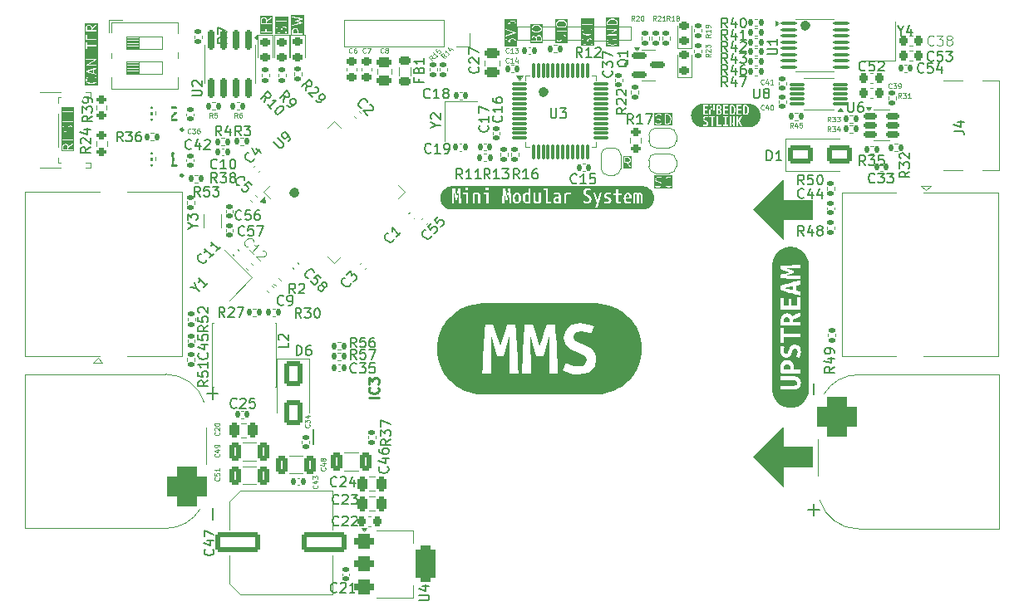
<source format=gbr>
%TF.GenerationSoftware,KiCad,Pcbnew,8.0.7-8.0.7-0~ubuntu22.04.1*%
%TF.CreationDate,2024-12-14T16:55:50+01:00*%
%TF.ProjectId,mini_module_template,6d696e69-5f6d-46f6-9475-6c655f74656d,rev?*%
%TF.SameCoordinates,Original*%
%TF.FileFunction,Legend,Top*%
%TF.FilePolarity,Positive*%
%FSLAX46Y46*%
G04 Gerber Fmt 4.6, Leading zero omitted, Abs format (unit mm)*
G04 Created by KiCad (PCBNEW 8.0.7-8.0.7-0~ubuntu22.04.1) date 2024-12-14 16:55:50*
%MOMM*%
%LPD*%
G01*
G04 APERTURE LIST*
G04 Aperture macros list*
%AMRoundRect*
0 Rectangle with rounded corners*
0 $1 Rounding radius*
0 $2 $3 $4 $5 $6 $7 $8 $9 X,Y pos of 4 corners*
0 Add a 4 corners polygon primitive as box body*
4,1,4,$2,$3,$4,$5,$6,$7,$8,$9,$2,$3,0*
0 Add four circle primitives for the rounded corners*
1,1,$1+$1,$2,$3*
1,1,$1+$1,$4,$5*
1,1,$1+$1,$6,$7*
1,1,$1+$1,$8,$9*
0 Add four rect primitives between the rounded corners*
20,1,$1+$1,$2,$3,$4,$5,0*
20,1,$1+$1,$4,$5,$6,$7,0*
20,1,$1+$1,$6,$7,$8,$9,0*
20,1,$1+$1,$8,$9,$2,$3,0*%
%AMRotRect*
0 Rectangle, with rotation*
0 The origin of the aperture is its center*
0 $1 length*
0 $2 width*
0 $3 Rotation angle, in degrees counterclockwise*
0 Add horizontal line*
21,1,$1,$2,0,0,$3*%
%AMFreePoly0*
4,1,19,0.500000,-0.750000,0.000000,-0.750000,0.000000,-0.744911,-0.071157,-0.744911,-0.207708,-0.704816,-0.327430,-0.627875,-0.420627,-0.520320,-0.479746,-0.390866,-0.500000,-0.250000,-0.500000,0.250000,-0.479746,0.390866,-0.420627,0.520320,-0.327430,0.627875,-0.207708,0.704816,-0.071157,0.744911,0.000000,0.744911,0.000000,0.750000,0.500000,0.750000,0.500000,-0.750000,0.500000,-0.750000,
$1*%
%AMFreePoly1*
4,1,19,0.000000,0.744911,0.071157,0.744911,0.207708,0.704816,0.327430,0.627875,0.420627,0.520320,0.479746,0.390866,0.500000,0.250000,0.500000,-0.250000,0.479746,-0.390866,0.420627,-0.520320,0.327430,-0.627875,0.207708,-0.704816,0.071157,-0.744911,0.000000,-0.744911,0.000000,-0.750000,-0.500000,-0.750000,-0.500000,0.750000,0.000000,0.750000,0.000000,0.744911,0.000000,0.744911,
$1*%
G04 Aperture macros list end*
%ADD10C,0.100000*%
%ADD11C,0.750000*%
%ADD12C,0.150000*%
%ADD13C,0.125000*%
%ADD14C,0.250000*%
%ADD15C,0.254000*%
%ADD16C,0.120000*%
%ADD17C,0.000000*%
%ADD18C,0.200000*%
%ADD19RoundRect,0.135000X0.185000X-0.135000X0.185000X0.135000X-0.185000X0.135000X-0.185000X-0.135000X0*%
%ADD20RoundRect,0.150000X-0.587500X-0.150000X0.587500X-0.150000X0.587500X0.150000X-0.587500X0.150000X0*%
%ADD21C,3.200000*%
%ADD22RoundRect,0.135000X-0.226274X-0.035355X-0.035355X-0.226274X0.226274X0.035355X0.035355X0.226274X0*%
%ADD23RoundRect,0.140000X-0.170000X0.140000X-0.170000X-0.140000X0.170000X-0.140000X0.170000X0.140000X0*%
%ADD24RoundRect,0.200000X0.275000X-0.200000X0.275000X0.200000X-0.275000X0.200000X-0.275000X-0.200000X0*%
%ADD25RoundRect,0.135000X-0.135000X-0.185000X0.135000X-0.185000X0.135000X0.185000X-0.135000X0.185000X0*%
%ADD26RoundRect,0.250000X-0.325000X-0.650000X0.325000X-0.650000X0.325000X0.650000X-0.325000X0.650000X0*%
%ADD27RoundRect,0.140000X0.140000X0.170000X-0.140000X0.170000X-0.140000X-0.170000X0.140000X-0.170000X0*%
%ADD28R,2.000000X0.900000*%
%ADD29RoundRect,1.025000X-1.025000X1.025000X-1.025000X-1.025000X1.025000X-1.025000X1.025000X1.025000X0*%
%ADD30C,4.100000*%
%ADD31RoundRect,0.250000X-1.000000X-0.650000X1.000000X-0.650000X1.000000X0.650000X-1.000000X0.650000X0*%
%ADD32R,1.200000X1.400000*%
%ADD33RoundRect,0.218750X-0.256250X0.218750X-0.256250X-0.218750X0.256250X-0.218750X0.256250X0.218750X0*%
%ADD34RoundRect,0.140000X0.219203X0.021213X0.021213X0.219203X-0.219203X-0.021213X-0.021213X-0.219203X0*%
%ADD35RoundRect,0.135000X0.135000X0.185000X-0.135000X0.185000X-0.135000X-0.185000X0.135000X-0.185000X0*%
%ADD36RoundRect,0.140000X0.170000X-0.140000X0.170000X0.140000X-0.170000X0.140000X-0.170000X-0.140000X0*%
%ADD37R,1.600000X1.600000*%
%ADD38O,1.600000X1.600000*%
%ADD39RoundRect,0.135000X-0.185000X0.135000X-0.185000X-0.135000X0.185000X-0.135000X0.185000X0.135000X0*%
%ADD40C,3.250000*%
%ADD41R,1.500000X1.500000*%
%ADD42C,1.500000*%
%ADD43C,2.300000*%
%ADD44RoundRect,0.218750X0.256250X-0.218750X0.256250X0.218750X-0.256250X0.218750X-0.256250X-0.218750X0*%
%ADD45RoundRect,0.100000X-0.712500X-0.100000X0.712500X-0.100000X0.712500X0.100000X-0.712500X0.100000X0*%
%ADD46RoundRect,0.140000X-0.021213X0.219203X-0.219203X0.021213X0.021213X-0.219203X0.219203X-0.021213X0*%
%ADD47RoundRect,0.225000X0.225000X0.250000X-0.225000X0.250000X-0.225000X-0.250000X0.225000X-0.250000X0*%
%ADD48RoundRect,0.150000X-0.150000X0.825000X-0.150000X-0.825000X0.150000X-0.825000X0.150000X0.825000X0*%
%ADD49RoundRect,0.140000X-0.140000X-0.170000X0.140000X-0.170000X0.140000X0.170000X-0.140000X0.170000X0*%
%ADD50RoundRect,0.250000X-0.475000X0.250000X-0.475000X-0.250000X0.475000X-0.250000X0.475000X0.250000X0*%
%ADD51RoundRect,0.218750X-0.381250X0.218750X-0.381250X-0.218750X0.381250X-0.218750X0.381250X0.218750X0*%
%ADD52RoundRect,0.075000X-0.441942X-0.548008X0.548008X0.441942X0.441942X0.548008X-0.548008X-0.441942X0*%
%ADD53RoundRect,0.075000X0.441942X-0.548008X0.548008X-0.441942X-0.441942X0.548008X-0.548008X0.441942X0*%
%ADD54FreePoly0,90.000000*%
%ADD55FreePoly1,90.000000*%
%ADD56C,2.100000*%
%ADD57C,1.750000*%
%ADD58RoundRect,0.250001X-2.049999X-0.799999X2.049999X-0.799999X2.049999X0.799999X-2.049999X0.799999X0*%
%ADD59FreePoly0,180.000000*%
%ADD60FreePoly1,180.000000*%
%ADD61R,1.000000X1.000000*%
%ADD62R,1.800000X1.000000*%
%ADD63RoundRect,0.075000X-0.662500X-0.075000X0.662500X-0.075000X0.662500X0.075000X-0.662500X0.075000X0*%
%ADD64RoundRect,0.075000X-0.075000X-0.662500X0.075000X-0.662500X0.075000X0.662500X-0.075000X0.662500X0*%
%ADD65RoundRect,0.150000X-0.512500X-0.150000X0.512500X-0.150000X0.512500X0.150000X-0.512500X0.150000X0*%
%ADD66RoundRect,0.250000X-0.650000X1.000000X-0.650000X-1.000000X0.650000X-1.000000X0.650000X1.000000X0*%
%ADD67RoundRect,0.250000X0.250000X0.475000X-0.250000X0.475000X-0.250000X-0.475000X0.250000X-0.475000X0*%
%ADD68RoundRect,0.375000X-0.625000X-0.375000X0.625000X-0.375000X0.625000X0.375000X-0.625000X0.375000X0*%
%ADD69RoundRect,0.500000X-0.500000X-1.400000X0.500000X-1.400000X0.500000X1.400000X-0.500000X1.400000X0*%
%ADD70R,0.650000X1.525000*%
%ADD71R,3.100000X2.400000*%
%ADD72RoundRect,0.075000X0.650000X0.075000X-0.650000X0.075000X-0.650000X-0.075000X0.650000X-0.075000X0*%
%ADD73RoundRect,0.140000X-0.219203X-0.021213X-0.021213X-0.219203X0.219203X0.021213X0.021213X0.219203X0*%
%ADD74R,0.850000X0.350000*%
%ADD75R,1.650000X2.450000*%
%ADD76C,0.650000*%
%ADD77R,1.240000X0.600000*%
%ADD78R,1.240000X0.300000*%
%ADD79O,2.100000X1.000000*%
%ADD80O,1.800000X1.000000*%
%ADD81RoundRect,0.140000X0.021213X-0.219203X0.219203X-0.021213X-0.021213X0.219203X-0.219203X0.021213X0*%
%ADD82RoundRect,0.225000X-0.250000X0.225000X-0.250000X-0.225000X0.250000X-0.225000X0.250000X0.225000X0*%
%ADD83RoundRect,1.025000X1.025000X-1.025000X1.025000X1.025000X-1.025000X1.025000X-1.025000X-1.025000X0*%
%ADD84RoundRect,0.250000X-0.250000X-0.475000X0.250000X-0.475000X0.250000X0.475000X-0.250000X0.475000X0*%
%ADD85R,5.700000X2.400000*%
%ADD86RotRect,1.400000X1.200000X135.000000*%
%ADD87RoundRect,0.250000X0.325000X0.650000X-0.325000X0.650000X-0.325000X-0.650000X0.325000X-0.650000X0*%
%ADD88RoundRect,0.250000X0.475000X-0.250000X0.475000X0.250000X-0.475000X0.250000X-0.475000X-0.250000X0*%
%ADD89R,1.700000X1.700000*%
%ADD90O,1.700000X1.700000*%
G04 APERTURE END LIST*
D10*
X157600000Y-78999999D02*
X160600000Y-78999999D01*
X160600000Y-80999999D01*
X157600000Y-81000000D01*
X157600000Y-82999999D01*
X154600000Y-79999999D01*
X157600000Y-76999998D01*
X157600000Y-78999999D01*
G36*
X157600000Y-78999999D02*
G01*
X160600000Y-78999999D01*
X160600000Y-80999999D01*
X157600000Y-81000000D01*
X157600000Y-82999999D01*
X154600000Y-79999999D01*
X157600000Y-76999998D01*
X157600000Y-78999999D01*
G37*
X157600000Y-104199999D02*
X160600000Y-104200000D01*
X160600000Y-106200000D01*
X157600000Y-106200000D01*
X157600000Y-108200001D01*
X154600000Y-105200000D01*
X157600000Y-102200000D01*
X157600000Y-104199999D01*
G36*
X157600000Y-104199999D02*
G01*
X160600000Y-104200000D01*
X160600000Y-106200000D01*
X157600000Y-106200000D01*
X157600000Y-108200001D01*
X154600000Y-105200000D01*
X157600000Y-102200000D01*
X157600000Y-104199999D01*
G37*
G36*
X87336704Y-66074362D02*
G01*
X86830532Y-65905639D01*
X87336704Y-65736915D01*
X87336704Y-66074362D01*
G37*
G36*
X87071372Y-61280064D02*
G01*
X87107516Y-61316209D01*
X87146228Y-61393632D01*
X87146228Y-61712781D01*
X86722419Y-61712781D01*
X86722419Y-61393632D01*
X86761130Y-61316208D01*
X86797275Y-61280064D01*
X86874699Y-61241353D01*
X86993949Y-61241353D01*
X87071372Y-61280064D01*
G37*
G36*
X87833530Y-67304845D02*
G01*
X86511308Y-67304845D01*
X86511308Y-66715163D01*
X86622419Y-66715163D01*
X86622419Y-66810401D01*
X86623982Y-66818263D01*
X86624985Y-66826212D01*
X86672604Y-66969069D01*
X86673844Y-66971244D01*
X86673844Y-66972392D01*
X86678297Y-66979056D01*
X86682265Y-66986017D01*
X86683291Y-66986530D01*
X86684683Y-66988613D01*
X86779921Y-67083851D01*
X86786580Y-67088301D01*
X86792915Y-67093217D01*
X86888153Y-67140836D01*
X86893434Y-67142282D01*
X86898387Y-67144622D01*
X87088863Y-67192241D01*
X87094980Y-67192538D01*
X87100990Y-67193734D01*
X87243847Y-67193734D01*
X87249856Y-67192538D01*
X87255974Y-67192241D01*
X87446450Y-67144622D01*
X87451402Y-67142282D01*
X87456684Y-67140836D01*
X87551921Y-67093218D01*
X87558249Y-67088306D01*
X87564916Y-67083852D01*
X87660155Y-66988613D01*
X87661545Y-66986531D01*
X87662573Y-66986018D01*
X87666543Y-66979052D01*
X87670994Y-66972392D01*
X87670994Y-66971244D01*
X87672234Y-66969069D01*
X87719853Y-66826213D01*
X87720855Y-66818262D01*
X87722419Y-66810401D01*
X87722419Y-66715163D01*
X87720855Y-66707301D01*
X87719853Y-66699351D01*
X87672234Y-66556495D01*
X87670994Y-66554319D01*
X87670994Y-66553171D01*
X87666539Y-66546504D01*
X87662573Y-66539546D01*
X87661546Y-66539032D01*
X87660155Y-66536950D01*
X87612535Y-66489331D01*
X87596314Y-66478493D01*
X87558045Y-66478493D01*
X87530986Y-66505553D01*
X87530986Y-66543822D01*
X87541825Y-66560043D01*
X87581099Y-66599316D01*
X87622419Y-66723276D01*
X87622419Y-66802288D01*
X87581099Y-66926247D01*
X87499942Y-67007403D01*
X87416872Y-67048939D01*
X87237692Y-67093734D01*
X87107145Y-67093734D01*
X86927966Y-67048939D01*
X86844892Y-67007402D01*
X86763739Y-66926249D01*
X86722419Y-66802287D01*
X86722419Y-66723276D01*
X86763739Y-66599314D01*
X86803012Y-66560043D01*
X86813851Y-66543822D01*
X86813851Y-66505553D01*
X86786791Y-66478493D01*
X86748522Y-66478493D01*
X86732301Y-66489332D01*
X86684683Y-66536951D01*
X86683291Y-66539033D01*
X86682265Y-66539547D01*
X86678297Y-66546507D01*
X86673844Y-66553172D01*
X86673844Y-66554319D01*
X86672604Y-66556495D01*
X86624985Y-66699352D01*
X86623982Y-66707300D01*
X86622419Y-66715163D01*
X86511308Y-66715163D01*
X86511308Y-65902095D01*
X86622545Y-65902095D01*
X86623726Y-65905639D01*
X86622545Y-65909183D01*
X86629632Y-65923359D01*
X86634646Y-65938399D01*
X86637988Y-65940069D01*
X86639659Y-65943412D01*
X86656608Y-65953073D01*
X87656607Y-66286406D01*
X87675963Y-66288846D01*
X87710191Y-66271732D01*
X87722293Y-66235428D01*
X87705178Y-66201199D01*
X87688230Y-66191538D01*
X87436704Y-66107696D01*
X87436704Y-65703581D01*
X87688230Y-65619740D01*
X87705178Y-65610079D01*
X87722293Y-65575850D01*
X87710191Y-65539546D01*
X87675963Y-65522432D01*
X87656607Y-65524872D01*
X86656608Y-65858205D01*
X86639659Y-65867866D01*
X86637988Y-65871208D01*
X86634646Y-65872879D01*
X86629632Y-65887918D01*
X86622545Y-65902095D01*
X86511308Y-65902095D01*
X86511308Y-65245278D01*
X86622818Y-65245278D01*
X86626225Y-65251240D01*
X86626225Y-65258106D01*
X86635378Y-65267259D01*
X86641804Y-65278504D01*
X86648430Y-65280311D01*
X86653285Y-65285166D01*
X86672419Y-65288972D01*
X87672419Y-65288972D01*
X87691553Y-65285166D01*
X87718613Y-65258106D01*
X87718613Y-65219838D01*
X87691553Y-65192778D01*
X87672419Y-65188972D01*
X86860697Y-65188972D01*
X87697226Y-64710956D01*
X87711951Y-64698158D01*
X87713757Y-64691533D01*
X87718613Y-64686678D01*
X87718613Y-64673730D01*
X87722020Y-64661238D01*
X87718613Y-64655275D01*
X87718613Y-64648410D01*
X87709459Y-64639256D01*
X87703034Y-64628012D01*
X87696407Y-64626204D01*
X87691553Y-64621350D01*
X87672419Y-64617544D01*
X86672419Y-64617544D01*
X86653285Y-64621350D01*
X86626225Y-64648410D01*
X86626225Y-64686678D01*
X86653285Y-64713738D01*
X86672419Y-64717544D01*
X87484141Y-64717544D01*
X86647612Y-65195560D01*
X86632887Y-65208357D01*
X86631079Y-65214983D01*
X86626225Y-65219838D01*
X86626225Y-65232785D01*
X86622818Y-65245278D01*
X86511308Y-65245278D01*
X86511308Y-63000877D01*
X86622419Y-63000877D01*
X86622419Y-63572305D01*
X86626225Y-63591439D01*
X86653285Y-63618499D01*
X86691553Y-63618499D01*
X86718613Y-63591439D01*
X86722419Y-63572305D01*
X86722419Y-63336591D01*
X87672419Y-63336591D01*
X87691553Y-63332785D01*
X87718613Y-63305725D01*
X87718613Y-63267457D01*
X87691553Y-63240397D01*
X87672419Y-63236591D01*
X86722419Y-63236591D01*
X86722419Y-63000877D01*
X86718613Y-62981743D01*
X86691553Y-62954683D01*
X86653285Y-62954683D01*
X86626225Y-62981743D01*
X86622419Y-63000877D01*
X86511308Y-63000877D01*
X86511308Y-62191353D01*
X86622419Y-62191353D01*
X86622419Y-62667543D01*
X86626225Y-62686677D01*
X86653285Y-62713737D01*
X86672419Y-62717543D01*
X87672419Y-62717543D01*
X87691553Y-62713737D01*
X87718613Y-62686677D01*
X87722419Y-62667543D01*
X87722419Y-62191353D01*
X87718613Y-62172219D01*
X87691553Y-62145159D01*
X87653285Y-62145159D01*
X87626225Y-62172219D01*
X87622419Y-62191353D01*
X87622419Y-62617543D01*
X87198609Y-62617543D01*
X87198609Y-62334210D01*
X87194803Y-62315076D01*
X87167743Y-62288016D01*
X87129475Y-62288016D01*
X87102415Y-62315076D01*
X87098609Y-62334210D01*
X87098609Y-62617543D01*
X86722419Y-62617543D01*
X86722419Y-62191353D01*
X86718613Y-62172219D01*
X86691553Y-62145159D01*
X86653285Y-62145159D01*
X86626225Y-62172219D01*
X86622419Y-62191353D01*
X86511308Y-62191353D01*
X86511308Y-61381829D01*
X86622419Y-61381829D01*
X86622419Y-61762781D01*
X86626225Y-61781915D01*
X86653285Y-61808975D01*
X86672419Y-61812781D01*
X87672419Y-61812781D01*
X87691553Y-61808975D01*
X87718613Y-61781915D01*
X87718613Y-61743647D01*
X87691553Y-61716587D01*
X87672419Y-61712781D01*
X87246228Y-61712781D01*
X87246228Y-61550719D01*
X87701092Y-61232315D01*
X87714585Y-61218224D01*
X87721235Y-61180538D01*
X87699290Y-61149187D01*
X87661604Y-61142537D01*
X87643746Y-61150391D01*
X87246228Y-61428653D01*
X87246228Y-61381829D01*
X87245739Y-61379372D01*
X87246102Y-61378284D01*
X87243985Y-61370556D01*
X87242422Y-61362695D01*
X87241610Y-61361883D01*
X87240949Y-61359468D01*
X87193330Y-61264230D01*
X87188418Y-61257901D01*
X87183964Y-61251235D01*
X87136345Y-61203617D01*
X87129683Y-61199165D01*
X87123350Y-61194250D01*
X87028113Y-61146632D01*
X87025697Y-61145970D01*
X87024886Y-61145159D01*
X87017024Y-61143595D01*
X87009297Y-61141479D01*
X87008208Y-61141841D01*
X87005752Y-61141353D01*
X86862895Y-61141353D01*
X86860438Y-61141841D01*
X86859350Y-61141479D01*
X86851622Y-61143595D01*
X86843761Y-61145159D01*
X86842949Y-61145970D01*
X86840534Y-61146632D01*
X86745296Y-61194251D01*
X86738967Y-61199162D01*
X86732301Y-61203617D01*
X86684683Y-61251236D01*
X86680231Y-61257897D01*
X86675316Y-61264231D01*
X86627698Y-61359468D01*
X86627036Y-61361883D01*
X86626225Y-61362695D01*
X86624661Y-61370556D01*
X86622545Y-61378284D01*
X86622907Y-61379372D01*
X86622419Y-61381829D01*
X86511308Y-61381829D01*
X86511308Y-61030242D01*
X87833530Y-61030242D01*
X87833530Y-67304845D01*
G37*
D11*
X159708142Y-61192293D02*
X159851000Y-61049436D01*
X159851000Y-61049436D02*
X159993857Y-61192293D01*
X159993857Y-61192293D02*
X159851000Y-61335150D01*
X159851000Y-61335150D02*
X159708142Y-61192293D01*
X159708142Y-61192293D02*
X159993857Y-61192293D01*
D10*
G36*
X104886372Y-60526134D02*
G01*
X104922516Y-60562279D01*
X104961228Y-60639702D01*
X104961228Y-60958851D01*
X104537419Y-60958851D01*
X104537419Y-60639702D01*
X104576130Y-60562278D01*
X104612275Y-60526134D01*
X104689699Y-60487423D01*
X104808949Y-60487423D01*
X104886372Y-60526134D01*
G37*
G36*
X105648530Y-62074724D02*
G01*
X104326308Y-62074724D01*
X104326308Y-61437423D01*
X104437419Y-61437423D01*
X104437419Y-61913613D01*
X104441225Y-61932747D01*
X104468285Y-61959807D01*
X104487419Y-61963613D01*
X105487419Y-61963613D01*
X105506553Y-61959807D01*
X105533613Y-61932747D01*
X105537419Y-61913613D01*
X105537419Y-61437423D01*
X105533613Y-61418289D01*
X105506553Y-61391229D01*
X105468285Y-61391229D01*
X105441225Y-61418289D01*
X105437419Y-61437423D01*
X105437419Y-61863613D01*
X105013609Y-61863613D01*
X105013609Y-61580280D01*
X105009803Y-61561146D01*
X104982743Y-61534086D01*
X104944475Y-61534086D01*
X104917415Y-61561146D01*
X104913609Y-61580280D01*
X104913609Y-61863613D01*
X104537419Y-61863613D01*
X104537419Y-61437423D01*
X104533613Y-61418289D01*
X104506553Y-61391229D01*
X104468285Y-61391229D01*
X104441225Y-61418289D01*
X104437419Y-61437423D01*
X104326308Y-61437423D01*
X104326308Y-60627899D01*
X104437419Y-60627899D01*
X104437419Y-61008851D01*
X104441225Y-61027985D01*
X104468285Y-61055045D01*
X104487419Y-61058851D01*
X105487419Y-61058851D01*
X105506553Y-61055045D01*
X105533613Y-61027985D01*
X105533613Y-60989717D01*
X105506553Y-60962657D01*
X105487419Y-60958851D01*
X105061228Y-60958851D01*
X105061228Y-60796789D01*
X105516092Y-60478385D01*
X105529585Y-60464294D01*
X105536235Y-60426608D01*
X105514290Y-60395257D01*
X105476604Y-60388607D01*
X105458746Y-60396461D01*
X105061228Y-60674723D01*
X105061228Y-60627899D01*
X105060739Y-60625442D01*
X105061102Y-60624354D01*
X105058985Y-60616626D01*
X105057422Y-60608765D01*
X105056610Y-60607953D01*
X105055949Y-60605538D01*
X105008330Y-60510300D01*
X105003418Y-60503971D01*
X104998964Y-60497305D01*
X104951345Y-60449687D01*
X104944683Y-60445235D01*
X104938350Y-60440320D01*
X104843113Y-60392702D01*
X104840697Y-60392040D01*
X104839886Y-60391229D01*
X104832024Y-60389665D01*
X104824297Y-60387549D01*
X104823208Y-60387911D01*
X104820752Y-60387423D01*
X104677895Y-60387423D01*
X104675438Y-60387911D01*
X104674350Y-60387549D01*
X104666622Y-60389665D01*
X104658761Y-60391229D01*
X104657949Y-60392040D01*
X104655534Y-60392702D01*
X104560296Y-60440321D01*
X104553967Y-60445232D01*
X104547301Y-60449687D01*
X104499683Y-60497306D01*
X104495231Y-60503967D01*
X104490316Y-60510301D01*
X104442698Y-60605538D01*
X104442036Y-60607953D01*
X104441225Y-60608765D01*
X104439661Y-60616626D01*
X104437545Y-60624354D01*
X104437907Y-60625442D01*
X104437419Y-60627899D01*
X104326308Y-60627899D01*
X104326308Y-60276312D01*
X105648530Y-60276312D01*
X105648530Y-62074724D01*
G37*
G36*
X84671372Y-73413398D02*
G01*
X84707516Y-73449543D01*
X84746228Y-73526966D01*
X84746228Y-73846115D01*
X84322419Y-73846115D01*
X84322419Y-73526966D01*
X84361130Y-73449542D01*
X84397275Y-73413398D01*
X84474699Y-73374687D01*
X84593949Y-73374687D01*
X84671372Y-73413398D01*
G37*
G36*
X85433530Y-74057226D02*
G01*
X84111308Y-74057226D01*
X84111308Y-73515163D01*
X84222419Y-73515163D01*
X84222419Y-73896115D01*
X84226225Y-73915249D01*
X84253285Y-73942309D01*
X84272419Y-73946115D01*
X85272419Y-73946115D01*
X85291553Y-73942309D01*
X85318613Y-73915249D01*
X85318613Y-73876981D01*
X85291553Y-73849921D01*
X85272419Y-73846115D01*
X84846228Y-73846115D01*
X84846228Y-73684053D01*
X85301092Y-73365649D01*
X85314585Y-73351558D01*
X85321235Y-73313872D01*
X85299290Y-73282521D01*
X85261604Y-73275871D01*
X85243746Y-73283725D01*
X84846228Y-73561987D01*
X84846228Y-73515163D01*
X84845739Y-73512706D01*
X84846102Y-73511618D01*
X84843985Y-73503890D01*
X84842422Y-73496029D01*
X84841610Y-73495217D01*
X84840949Y-73492802D01*
X84793330Y-73397564D01*
X84788418Y-73391235D01*
X84783964Y-73384569D01*
X84736345Y-73336951D01*
X84729683Y-73332499D01*
X84723350Y-73327584D01*
X84628113Y-73279966D01*
X84625697Y-73279304D01*
X84624886Y-73278493D01*
X84617024Y-73276929D01*
X84609297Y-73274813D01*
X84608208Y-73275175D01*
X84605752Y-73274687D01*
X84462895Y-73274687D01*
X84460438Y-73275175D01*
X84459350Y-73274813D01*
X84451622Y-73276929D01*
X84443761Y-73278493D01*
X84442949Y-73279304D01*
X84440534Y-73279966D01*
X84345296Y-73327585D01*
X84338967Y-73332496D01*
X84332301Y-73336951D01*
X84284683Y-73384570D01*
X84280231Y-73391231D01*
X84275316Y-73397565D01*
X84227698Y-73492802D01*
X84227036Y-73495217D01*
X84226225Y-73496029D01*
X84224661Y-73503890D01*
X84222545Y-73511618D01*
X84222907Y-73512706D01*
X84222419Y-73515163D01*
X84111308Y-73515163D01*
X84111308Y-72419925D01*
X84222419Y-72419925D01*
X84222419Y-72896115D01*
X84226225Y-72915249D01*
X84253285Y-72942309D01*
X84272419Y-72946115D01*
X85272419Y-72946115D01*
X85291553Y-72942309D01*
X85318613Y-72915249D01*
X85322419Y-72896115D01*
X85322419Y-72419925D01*
X85318613Y-72400791D01*
X85291553Y-72373731D01*
X85253285Y-72373731D01*
X85226225Y-72400791D01*
X85222419Y-72419925D01*
X85222419Y-72846115D01*
X84798609Y-72846115D01*
X84798609Y-72562782D01*
X84794803Y-72543648D01*
X84767743Y-72516588D01*
X84729475Y-72516588D01*
X84702415Y-72543648D01*
X84698609Y-72562782D01*
X84698609Y-72846115D01*
X84322419Y-72846115D01*
X84322419Y-72419925D01*
X84318613Y-72400791D01*
X84291553Y-72373731D01*
X84253285Y-72373731D01*
X84226225Y-72400791D01*
X84222419Y-72419925D01*
X84111308Y-72419925D01*
X84111308Y-71610401D01*
X84222419Y-71610401D01*
X84222419Y-71848496D01*
X84222907Y-71850952D01*
X84222545Y-71852041D01*
X84224661Y-71859768D01*
X84226225Y-71867630D01*
X84227036Y-71868441D01*
X84227698Y-71870857D01*
X84275316Y-71966094D01*
X84280231Y-71972427D01*
X84284683Y-71979089D01*
X84332301Y-72026708D01*
X84338967Y-72031162D01*
X84345296Y-72036074D01*
X84440534Y-72083693D01*
X84442949Y-72084354D01*
X84443761Y-72085166D01*
X84451622Y-72086729D01*
X84459350Y-72088846D01*
X84460438Y-72088483D01*
X84462895Y-72088972D01*
X84558133Y-72088972D01*
X84560589Y-72088483D01*
X84561678Y-72088846D01*
X84569405Y-72086729D01*
X84577267Y-72085166D01*
X84578078Y-72084354D01*
X84580494Y-72083693D01*
X84675731Y-72036075D01*
X84682064Y-72031159D01*
X84688726Y-72026708D01*
X84736345Y-71979090D01*
X84740799Y-71972423D01*
X84745711Y-71966095D01*
X84793330Y-71870857D01*
X84794776Y-71865575D01*
X84797116Y-71860623D01*
X84843404Y-71675471D01*
X84884939Y-71592399D01*
X84921084Y-71556255D01*
X84998508Y-71517544D01*
X85070139Y-71517544D01*
X85147561Y-71556255D01*
X85183708Y-71592401D01*
X85222419Y-71669823D01*
X85222419Y-71888002D01*
X85177366Y-72023161D01*
X85174926Y-72042516D01*
X85192040Y-72076745D01*
X85228344Y-72088846D01*
X85262573Y-72071732D01*
X85272234Y-72054783D01*
X85319853Y-71911927D01*
X85320855Y-71903976D01*
X85322419Y-71896115D01*
X85322419Y-71658020D01*
X85321930Y-71655563D01*
X85322293Y-71654475D01*
X85320176Y-71646747D01*
X85318613Y-71638886D01*
X85317801Y-71638074D01*
X85317140Y-71635659D01*
X85269521Y-71540421D01*
X85264609Y-71534092D01*
X85260155Y-71527426D01*
X85212535Y-71479807D01*
X85205868Y-71475352D01*
X85199540Y-71470441D01*
X85104303Y-71422823D01*
X85101887Y-71422161D01*
X85101076Y-71421350D01*
X85093214Y-71419786D01*
X85085487Y-71417670D01*
X85084398Y-71418032D01*
X85081942Y-71417544D01*
X84986704Y-71417544D01*
X84984247Y-71418032D01*
X84983159Y-71417670D01*
X84975431Y-71419786D01*
X84967570Y-71421350D01*
X84966758Y-71422161D01*
X84964343Y-71422823D01*
X84869105Y-71470442D01*
X84862776Y-71475353D01*
X84856110Y-71479808D01*
X84808492Y-71527427D01*
X84804040Y-71534088D01*
X84799125Y-71540422D01*
X84751507Y-71635659D01*
X84750060Y-71640940D01*
X84747721Y-71645893D01*
X84701433Y-71831043D01*
X84659897Y-71914115D01*
X84623753Y-71950260D01*
X84546330Y-71988972D01*
X84474699Y-71988972D01*
X84397275Y-71950260D01*
X84361130Y-71914116D01*
X84322419Y-71836693D01*
X84322419Y-71618514D01*
X84367472Y-71483356D01*
X84369912Y-71464000D01*
X84352798Y-71429772D01*
X84316494Y-71417670D01*
X84282265Y-71434785D01*
X84272604Y-71451733D01*
X84224985Y-71594590D01*
X84223982Y-71602538D01*
X84222419Y-71610401D01*
X84111308Y-71610401D01*
X84111308Y-70562782D01*
X84222419Y-70562782D01*
X84222419Y-71038972D01*
X84226225Y-71058106D01*
X84253285Y-71085166D01*
X84272419Y-71088972D01*
X85272419Y-71088972D01*
X85291553Y-71085166D01*
X85318613Y-71058106D01*
X85322419Y-71038972D01*
X85322419Y-70562782D01*
X85318613Y-70543648D01*
X85291553Y-70516588D01*
X85253285Y-70516588D01*
X85226225Y-70543648D01*
X85222419Y-70562782D01*
X85222419Y-70988972D01*
X84798609Y-70988972D01*
X84798609Y-70705639D01*
X84794803Y-70686505D01*
X84767743Y-70659445D01*
X84729475Y-70659445D01*
X84702415Y-70686505D01*
X84698609Y-70705639D01*
X84698609Y-70988972D01*
X84322419Y-70988972D01*
X84322419Y-70562782D01*
X84318613Y-70543648D01*
X84291553Y-70516588D01*
X84253285Y-70516588D01*
X84226225Y-70543648D01*
X84222419Y-70562782D01*
X84111308Y-70562782D01*
X84111308Y-69705639D01*
X84222419Y-69705639D01*
X84222419Y-70277067D01*
X84226225Y-70296201D01*
X84253285Y-70323261D01*
X84291553Y-70323261D01*
X84318613Y-70296201D01*
X84322419Y-70277067D01*
X84322419Y-70041353D01*
X85272419Y-70041353D01*
X85291553Y-70037547D01*
X85318613Y-70010487D01*
X85318613Y-69972219D01*
X85291553Y-69945159D01*
X85272419Y-69941353D01*
X84322419Y-69941353D01*
X84322419Y-69705639D01*
X84318613Y-69686505D01*
X84291553Y-69659445D01*
X84253285Y-69659445D01*
X84226225Y-69686505D01*
X84222419Y-69705639D01*
X84111308Y-69705639D01*
X84111308Y-69548334D01*
X85433530Y-69548334D01*
X85433530Y-74057226D01*
G37*
D11*
X133188906Y-67830542D02*
X133331763Y-67973400D01*
X133331763Y-67973400D02*
X133188906Y-68116257D01*
X133188906Y-68116257D02*
X133046049Y-67973400D01*
X133046049Y-67973400D02*
X133188906Y-67830542D01*
X133188906Y-67830542D02*
X133188906Y-68116257D01*
D10*
G36*
X107203530Y-62104845D02*
G01*
X105881308Y-62104845D01*
X105881308Y-61515163D01*
X105992419Y-61515163D01*
X105992419Y-61753258D01*
X105992907Y-61755714D01*
X105992545Y-61756803D01*
X105994661Y-61764530D01*
X105996225Y-61772392D01*
X105997036Y-61773203D01*
X105997698Y-61775619D01*
X106045316Y-61870856D01*
X106050231Y-61877189D01*
X106054683Y-61883851D01*
X106102301Y-61931470D01*
X106108967Y-61935924D01*
X106115296Y-61940836D01*
X106210534Y-61988455D01*
X106212949Y-61989116D01*
X106213761Y-61989928D01*
X106221622Y-61991491D01*
X106229350Y-61993608D01*
X106230438Y-61993245D01*
X106232895Y-61993734D01*
X106328133Y-61993734D01*
X106330589Y-61993245D01*
X106331678Y-61993608D01*
X106339405Y-61991491D01*
X106347267Y-61989928D01*
X106348078Y-61989116D01*
X106350494Y-61988455D01*
X106445731Y-61940837D01*
X106452064Y-61935921D01*
X106458726Y-61931470D01*
X106506345Y-61883852D01*
X106510799Y-61877185D01*
X106515711Y-61870857D01*
X106563330Y-61775619D01*
X106564776Y-61770337D01*
X106567116Y-61765385D01*
X106613404Y-61580233D01*
X106654939Y-61497161D01*
X106691084Y-61461017D01*
X106768508Y-61422306D01*
X106840139Y-61422306D01*
X106917561Y-61461017D01*
X106953708Y-61497163D01*
X106992419Y-61574585D01*
X106992419Y-61792764D01*
X106947366Y-61927923D01*
X106944926Y-61947278D01*
X106962040Y-61981507D01*
X106998344Y-61993608D01*
X107032573Y-61976494D01*
X107042234Y-61959545D01*
X107089853Y-61816689D01*
X107090855Y-61808738D01*
X107092419Y-61800877D01*
X107092419Y-61562782D01*
X107091930Y-61560325D01*
X107092293Y-61559237D01*
X107090176Y-61551509D01*
X107088613Y-61543648D01*
X107087801Y-61542836D01*
X107087140Y-61540421D01*
X107039521Y-61445183D01*
X107034609Y-61438854D01*
X107030155Y-61432188D01*
X106982535Y-61384569D01*
X106975868Y-61380114D01*
X106969540Y-61375203D01*
X106874303Y-61327585D01*
X106871887Y-61326923D01*
X106871076Y-61326112D01*
X106863214Y-61324548D01*
X106855487Y-61322432D01*
X106854398Y-61322794D01*
X106851942Y-61322306D01*
X106756704Y-61322306D01*
X106754247Y-61322794D01*
X106753159Y-61322432D01*
X106745431Y-61324548D01*
X106737570Y-61326112D01*
X106736758Y-61326923D01*
X106734343Y-61327585D01*
X106639105Y-61375204D01*
X106632776Y-61380115D01*
X106626110Y-61384570D01*
X106578492Y-61432189D01*
X106574040Y-61438850D01*
X106569125Y-61445184D01*
X106521507Y-61540421D01*
X106520060Y-61545702D01*
X106517721Y-61550655D01*
X106471433Y-61735805D01*
X106429897Y-61818877D01*
X106393753Y-61855022D01*
X106316330Y-61893734D01*
X106244699Y-61893734D01*
X106167275Y-61855022D01*
X106131130Y-61818878D01*
X106092419Y-61741455D01*
X106092419Y-61523276D01*
X106137472Y-61388118D01*
X106139912Y-61368762D01*
X106122798Y-61334534D01*
X106086494Y-61322432D01*
X106052265Y-61339547D01*
X106042604Y-61356495D01*
X105994985Y-61499352D01*
X105993982Y-61507300D01*
X105992419Y-61515163D01*
X105881308Y-61515163D01*
X105881308Y-60515163D01*
X105992419Y-60515163D01*
X105992419Y-61086591D01*
X105996225Y-61105725D01*
X106023285Y-61132785D01*
X106061553Y-61132785D01*
X106088613Y-61105725D01*
X106092419Y-61086591D01*
X106092419Y-60850877D01*
X107042419Y-60850877D01*
X107061553Y-60847071D01*
X107088613Y-60820011D01*
X107088613Y-60781743D01*
X107061553Y-60754683D01*
X107042419Y-60750877D01*
X106092419Y-60750877D01*
X106092419Y-60515163D01*
X106088613Y-60496029D01*
X106061553Y-60468969D01*
X106023285Y-60468969D01*
X105996225Y-60496029D01*
X105992419Y-60515163D01*
X105881308Y-60515163D01*
X105881308Y-60357858D01*
X107203530Y-60357858D01*
X107203530Y-62104845D01*
G37*
G36*
X146384998Y-77833530D02*
G01*
X144495154Y-77833530D01*
X144495154Y-76862895D01*
X144606265Y-76862895D01*
X144606265Y-76958133D01*
X144606753Y-76960589D01*
X144606391Y-76961678D01*
X144608507Y-76969405D01*
X144610071Y-76977267D01*
X144610882Y-76978078D01*
X144611544Y-76980494D01*
X144659162Y-77075731D01*
X144664077Y-77082064D01*
X144668529Y-77088726D01*
X144716147Y-77136345D01*
X144722813Y-77140799D01*
X144729142Y-77145711D01*
X144824380Y-77193330D01*
X144829661Y-77194776D01*
X144834614Y-77197116D01*
X145019766Y-77243404D01*
X145102837Y-77284939D01*
X145138981Y-77321084D01*
X145177693Y-77398507D01*
X145177693Y-77470138D01*
X145138981Y-77547561D01*
X145102835Y-77583708D01*
X145025414Y-77622419D01*
X144807235Y-77622419D01*
X144672076Y-77577366D01*
X144652721Y-77574926D01*
X144618492Y-77592040D01*
X144606391Y-77628344D01*
X144623505Y-77662573D01*
X144640454Y-77672234D01*
X144783310Y-77719853D01*
X144791260Y-77720855D01*
X144799122Y-77722419D01*
X145037217Y-77722419D01*
X145039673Y-77721930D01*
X145040762Y-77722293D01*
X145048489Y-77720176D01*
X145056351Y-77718613D01*
X145057162Y-77717801D01*
X145059578Y-77717140D01*
X145154815Y-77669522D01*
X145161142Y-77664611D01*
X145167811Y-77660155D01*
X145215430Y-77612535D01*
X145219883Y-77605869D01*
X145224795Y-77599541D01*
X145272414Y-77504303D01*
X145273075Y-77501887D01*
X145273887Y-77501076D01*
X145275450Y-77493214D01*
X145277567Y-77485487D01*
X145277204Y-77484398D01*
X145277693Y-77481942D01*
X145277693Y-77386704D01*
X145277204Y-77384247D01*
X145277567Y-77383159D01*
X145275450Y-77375431D01*
X145273887Y-77367570D01*
X145273075Y-77366758D01*
X145272414Y-77364343D01*
X145224795Y-77269105D01*
X145219883Y-77262776D01*
X145215429Y-77256110D01*
X145167810Y-77208492D01*
X145161148Y-77204040D01*
X145154815Y-77199125D01*
X145059578Y-77151507D01*
X145054296Y-77150060D01*
X145049344Y-77147721D01*
X144864193Y-77101433D01*
X144863307Y-77100990D01*
X145558646Y-77100990D01*
X145558646Y-77243847D01*
X145559841Y-77249856D01*
X145560139Y-77255974D01*
X145607758Y-77446450D01*
X145610097Y-77451402D01*
X145611544Y-77456684D01*
X145659162Y-77551921D01*
X145664073Y-77558249D01*
X145668528Y-77564916D01*
X145763767Y-77660155D01*
X145765848Y-77661545D01*
X145766362Y-77662573D01*
X145773327Y-77666543D01*
X145779988Y-77670994D01*
X145781136Y-77670994D01*
X145783311Y-77672234D01*
X145926167Y-77719853D01*
X145934117Y-77720855D01*
X145941979Y-77722419D01*
X146037217Y-77722419D01*
X146045079Y-77720855D01*
X146053028Y-77719853D01*
X146195885Y-77672234D01*
X146198060Y-77670994D01*
X146199209Y-77670994D01*
X146205879Y-77666536D01*
X146212833Y-77662573D01*
X146213345Y-77661547D01*
X146215430Y-77660155D01*
X146263049Y-77612535D01*
X146273887Y-77596314D01*
X146273887Y-77558045D01*
X146246827Y-77530986D01*
X146208558Y-77530986D01*
X146192337Y-77541825D01*
X146153064Y-77581098D01*
X146029104Y-77622419D01*
X145950092Y-77622419D01*
X145826132Y-77581099D01*
X145744976Y-77499942D01*
X145703441Y-77416872D01*
X145658646Y-77237692D01*
X145658646Y-77107145D01*
X145703441Y-76927965D01*
X145744977Y-76844893D01*
X145826130Y-76763739D01*
X145950092Y-76722419D01*
X146029104Y-76722419D01*
X146153065Y-76763739D01*
X146192337Y-76803012D01*
X146208558Y-76813851D01*
X146246827Y-76813851D01*
X146273887Y-76786791D01*
X146273887Y-76748522D01*
X146263048Y-76732301D01*
X146215429Y-76684683D01*
X146213346Y-76683291D01*
X146212833Y-76682265D01*
X146205872Y-76678297D01*
X146199208Y-76673844D01*
X146198060Y-76673844D01*
X146195885Y-76672604D01*
X146053028Y-76624985D01*
X146045079Y-76623982D01*
X146037217Y-76622419D01*
X145941979Y-76622419D01*
X145934117Y-76623982D01*
X145926167Y-76624985D01*
X145783311Y-76672604D01*
X145781136Y-76673844D01*
X145779988Y-76673844D01*
X145773327Y-76678294D01*
X145766362Y-76682265D01*
X145765848Y-76683292D01*
X145763767Y-76684683D01*
X145668529Y-76779921D01*
X145664077Y-76786582D01*
X145659162Y-76792916D01*
X145611544Y-76888153D01*
X145610097Y-76893434D01*
X145607758Y-76898387D01*
X145560139Y-77088863D01*
X145559841Y-77094980D01*
X145558646Y-77100990D01*
X144863307Y-77100990D01*
X144781121Y-77059897D01*
X144744976Y-77023753D01*
X144706265Y-76946330D01*
X144706265Y-76874698D01*
X144744976Y-76797274D01*
X144781121Y-76761130D01*
X144858545Y-76722419D01*
X145076723Y-76722419D01*
X145211881Y-76767472D01*
X145231237Y-76769912D01*
X145265465Y-76752798D01*
X145277567Y-76716494D01*
X145260452Y-76682265D01*
X145243504Y-76672604D01*
X145100647Y-76624985D01*
X145092698Y-76623982D01*
X145084836Y-76622419D01*
X144846741Y-76622419D01*
X144844284Y-76622907D01*
X144843196Y-76622545D01*
X144835468Y-76624661D01*
X144827607Y-76626225D01*
X144826795Y-76627036D01*
X144824380Y-76627698D01*
X144729142Y-76675317D01*
X144722813Y-76680228D01*
X144716147Y-76684683D01*
X144668529Y-76732302D01*
X144664077Y-76738963D01*
X144659162Y-76745297D01*
X144611544Y-76840534D01*
X144610882Y-76842949D01*
X144610071Y-76843761D01*
X144608507Y-76851622D01*
X144606391Y-76859350D01*
X144606753Y-76860438D01*
X144606265Y-76862895D01*
X144495154Y-76862895D01*
X144495154Y-76511308D01*
X146384998Y-76511308D01*
X146384998Y-77833530D01*
G37*
G36*
X140488072Y-60665063D02*
G01*
X140571142Y-60706598D01*
X140652299Y-60787754D01*
X140693619Y-60911714D01*
X140693619Y-61091696D01*
X139793619Y-61091696D01*
X139793619Y-60911714D01*
X139834939Y-60787752D01*
X139916092Y-60706599D01*
X139999166Y-60665062D01*
X140178345Y-60620268D01*
X140308892Y-60620268D01*
X140488072Y-60665063D01*
G37*
G36*
X140904730Y-63398045D02*
G01*
X139582508Y-63398045D01*
X139582508Y-62760744D01*
X139693619Y-62760744D01*
X139693619Y-62903601D01*
X139695182Y-62911463D01*
X139696185Y-62919412D01*
X139743804Y-63062269D01*
X139745044Y-63064444D01*
X139745044Y-63065592D01*
X139749497Y-63072256D01*
X139753465Y-63079217D01*
X139754491Y-63079730D01*
X139755883Y-63081813D01*
X139851121Y-63177051D01*
X139857780Y-63181501D01*
X139864115Y-63186417D01*
X139959353Y-63234036D01*
X139964634Y-63235482D01*
X139969587Y-63237822D01*
X140160063Y-63285441D01*
X140166180Y-63285738D01*
X140172190Y-63286934D01*
X140315047Y-63286934D01*
X140321056Y-63285738D01*
X140327174Y-63285441D01*
X140517650Y-63237822D01*
X140522602Y-63235482D01*
X140527884Y-63234036D01*
X140623121Y-63186418D01*
X140629449Y-63181506D01*
X140636116Y-63177052D01*
X140731355Y-63081813D01*
X140732745Y-63079731D01*
X140733773Y-63079218D01*
X140737743Y-63072252D01*
X140742194Y-63065592D01*
X140742194Y-63064444D01*
X140743434Y-63062269D01*
X140791053Y-62919413D01*
X140792055Y-62911462D01*
X140793619Y-62903601D01*
X140793619Y-62808363D01*
X140792055Y-62800501D01*
X140791053Y-62792551D01*
X140743434Y-62649695D01*
X140742194Y-62647519D01*
X140742194Y-62646371D01*
X140737739Y-62639704D01*
X140733773Y-62632746D01*
X140732746Y-62632232D01*
X140731355Y-62630150D01*
X140683735Y-62582531D01*
X140667514Y-62571693D01*
X140648380Y-62567887D01*
X140315047Y-62567887D01*
X140295913Y-62571693D01*
X140268853Y-62598753D01*
X140265047Y-62617887D01*
X140265047Y-62808363D01*
X140268853Y-62827497D01*
X140295913Y-62854557D01*
X140334181Y-62854557D01*
X140361241Y-62827497D01*
X140365047Y-62808363D01*
X140365047Y-62667887D01*
X140627669Y-62667887D01*
X140652299Y-62692516D01*
X140693619Y-62816476D01*
X140693619Y-62895488D01*
X140652299Y-63019447D01*
X140571142Y-63100603D01*
X140488072Y-63142139D01*
X140308892Y-63186934D01*
X140178345Y-63186934D01*
X139999166Y-63142139D01*
X139916092Y-63100602D01*
X139834939Y-63019449D01*
X139793619Y-62895487D01*
X139793619Y-62772547D01*
X139835959Y-62687867D01*
X139841112Y-62669051D01*
X139829010Y-62632746D01*
X139794782Y-62615632D01*
X139758478Y-62627734D01*
X139746516Y-62643146D01*
X139698898Y-62738383D01*
X139698236Y-62740798D01*
X139697425Y-62741610D01*
X139695861Y-62749471D01*
X139693745Y-62757199D01*
X139694107Y-62758287D01*
X139693619Y-62760744D01*
X139582508Y-62760744D01*
X139582508Y-62195621D01*
X139694018Y-62195621D01*
X139697425Y-62201583D01*
X139697425Y-62208449D01*
X139706578Y-62217602D01*
X139713004Y-62228847D01*
X139719630Y-62230654D01*
X139724485Y-62235509D01*
X139743619Y-62239315D01*
X140743619Y-62239315D01*
X140762753Y-62235509D01*
X140789813Y-62208449D01*
X140789813Y-62170181D01*
X140762753Y-62143121D01*
X140743619Y-62139315D01*
X139931897Y-62139315D01*
X140768426Y-61661299D01*
X140783151Y-61648501D01*
X140784957Y-61641876D01*
X140789813Y-61637021D01*
X140789813Y-61624073D01*
X140793220Y-61611581D01*
X140789813Y-61605618D01*
X140789813Y-61598753D01*
X140780659Y-61589599D01*
X140774234Y-61578355D01*
X140767607Y-61576547D01*
X140762753Y-61571693D01*
X140743619Y-61567887D01*
X139743619Y-61567887D01*
X139724485Y-61571693D01*
X139697425Y-61598753D01*
X139697425Y-61637021D01*
X139724485Y-61664081D01*
X139743619Y-61667887D01*
X140555341Y-61667887D01*
X139718812Y-62145903D01*
X139704087Y-62158700D01*
X139702279Y-62165326D01*
X139697425Y-62170181D01*
X139697425Y-62183128D01*
X139694018Y-62195621D01*
X139582508Y-62195621D01*
X139582508Y-60903601D01*
X139693619Y-60903601D01*
X139693619Y-61141696D01*
X139697425Y-61160830D01*
X139724485Y-61187890D01*
X139743619Y-61191696D01*
X140743619Y-61191696D01*
X140762753Y-61187890D01*
X140789813Y-61160830D01*
X140793619Y-61141696D01*
X140793619Y-60903601D01*
X140792055Y-60895739D01*
X140791053Y-60887789D01*
X140743434Y-60744933D01*
X140742194Y-60742757D01*
X140742194Y-60741610D01*
X140737743Y-60734949D01*
X140733773Y-60727984D01*
X140732745Y-60727470D01*
X140731355Y-60725389D01*
X140636116Y-60630150D01*
X140629449Y-60625695D01*
X140623121Y-60620784D01*
X140527884Y-60573166D01*
X140522602Y-60571719D01*
X140517650Y-60569380D01*
X140327174Y-60521761D01*
X140321056Y-60521463D01*
X140315047Y-60520268D01*
X140172190Y-60520268D01*
X140166180Y-60521463D01*
X140160063Y-60521761D01*
X139969587Y-60569380D01*
X139964634Y-60571719D01*
X139959353Y-60573166D01*
X139864115Y-60620785D01*
X139857780Y-60625700D01*
X139851121Y-60630151D01*
X139755883Y-60725389D01*
X139754491Y-60727471D01*
X139753465Y-60727985D01*
X139749497Y-60734945D01*
X139745044Y-60741610D01*
X139745044Y-60742757D01*
X139743804Y-60744933D01*
X139696185Y-60887790D01*
X139695182Y-60895738D01*
X139693619Y-60903601D01*
X139582508Y-60903601D01*
X139582508Y-60409157D01*
X140904730Y-60409157D01*
X140904730Y-63398045D01*
G37*
G36*
X108071372Y-61613398D02*
G01*
X108107516Y-61649543D01*
X108146228Y-61726966D01*
X108146228Y-62046115D01*
X107722419Y-62046115D01*
X107722419Y-61726966D01*
X107761130Y-61649542D01*
X107797275Y-61613398D01*
X107874699Y-61574687D01*
X107993949Y-61574687D01*
X108071372Y-61613398D01*
G37*
G36*
X108833095Y-62257226D02*
G01*
X107511308Y-62257226D01*
X107511308Y-61715163D01*
X107622419Y-61715163D01*
X107622419Y-62096115D01*
X107626225Y-62115249D01*
X107653285Y-62142309D01*
X107672419Y-62146115D01*
X108672419Y-62146115D01*
X108691553Y-62142309D01*
X108718613Y-62115249D01*
X108718613Y-62076981D01*
X108691553Y-62049921D01*
X108672419Y-62046115D01*
X108246228Y-62046115D01*
X108246228Y-61715163D01*
X108245739Y-61712706D01*
X108246102Y-61711618D01*
X108243985Y-61703890D01*
X108242422Y-61696029D01*
X108241610Y-61695217D01*
X108240949Y-61692802D01*
X108193330Y-61597564D01*
X108188418Y-61591235D01*
X108183964Y-61584569D01*
X108136345Y-61536951D01*
X108129683Y-61532499D01*
X108123350Y-61527584D01*
X108028113Y-61479966D01*
X108025697Y-61479304D01*
X108024886Y-61478493D01*
X108017024Y-61476929D01*
X108009297Y-61474813D01*
X108008208Y-61475175D01*
X108005752Y-61474687D01*
X107862895Y-61474687D01*
X107860438Y-61475175D01*
X107859350Y-61474813D01*
X107851622Y-61476929D01*
X107843761Y-61478493D01*
X107842949Y-61479304D01*
X107840534Y-61479966D01*
X107745296Y-61527585D01*
X107738967Y-61532496D01*
X107732301Y-61536951D01*
X107684683Y-61584570D01*
X107680231Y-61591231D01*
X107675316Y-61597565D01*
X107627698Y-61692802D01*
X107627036Y-61695217D01*
X107626225Y-61696029D01*
X107624661Y-61703890D01*
X107622545Y-61711618D01*
X107622907Y-61712706D01*
X107622419Y-61715163D01*
X107511308Y-61715163D01*
X107511308Y-60342125D01*
X107623049Y-60342125D01*
X107643106Y-60374717D01*
X107660838Y-60382851D01*
X108468075Y-60575050D01*
X107945250Y-60714470D01*
X107927743Y-60723078D01*
X107924327Y-60728976D01*
X107918429Y-60732392D01*
X107915080Y-60744950D01*
X107908569Y-60756197D01*
X107910325Y-60762782D01*
X107908569Y-60769367D01*
X107915080Y-60780613D01*
X107918429Y-60793172D01*
X107924327Y-60796587D01*
X107927743Y-60802486D01*
X107945250Y-60811094D01*
X108468075Y-60950513D01*
X107660838Y-61142713D01*
X107643106Y-61150847D01*
X107623049Y-61183439D01*
X107631913Y-61220666D01*
X107664505Y-61240723D01*
X107684000Y-61239993D01*
X108684000Y-61001898D01*
X108701732Y-60993764D01*
X108705651Y-60987394D01*
X108712123Y-60983648D01*
X108715308Y-60971701D01*
X108721789Y-60961172D01*
X108720057Y-60953898D01*
X108721984Y-60946673D01*
X108715788Y-60935971D01*
X108712925Y-60923945D01*
X108706557Y-60920026D01*
X108702810Y-60913554D01*
X108685302Y-60904946D01*
X108152186Y-60762782D01*
X108685302Y-60620618D01*
X108702810Y-60612010D01*
X108706557Y-60605537D01*
X108712925Y-60601619D01*
X108715788Y-60589592D01*
X108721984Y-60578891D01*
X108720057Y-60571665D01*
X108721789Y-60564392D01*
X108715308Y-60553862D01*
X108712123Y-60541916D01*
X108705651Y-60538169D01*
X108701732Y-60531800D01*
X108684000Y-60523666D01*
X107684000Y-60285571D01*
X107664505Y-60284841D01*
X107631913Y-60304898D01*
X107623049Y-60342125D01*
X107511308Y-60342125D01*
X107511308Y-60173730D01*
X108833095Y-60173730D01*
X108833095Y-62257226D01*
G37*
G36*
X130541530Y-63340258D02*
G01*
X129219308Y-63340258D01*
X129219308Y-62563906D01*
X129330419Y-62563906D01*
X129330419Y-63182953D01*
X129334225Y-63202087D01*
X129361285Y-63229147D01*
X129399553Y-63229147D01*
X129426613Y-63202087D01*
X129430419Y-63182953D01*
X129430419Y-62674094D01*
X129728446Y-62934868D01*
X129740766Y-62941962D01*
X129742237Y-62943433D01*
X129743320Y-62943433D01*
X129745352Y-62944603D01*
X129762906Y-62943433D01*
X129780505Y-62943433D01*
X129781761Y-62942176D01*
X129783536Y-62942058D01*
X129795124Y-62928813D01*
X129807565Y-62916373D01*
X129808022Y-62914072D01*
X129808735Y-62913258D01*
X129808596Y-62911185D01*
X129811371Y-62897239D01*
X129811371Y-62766185D01*
X129850082Y-62688761D01*
X129886227Y-62652617D01*
X129963651Y-62613906D01*
X130178139Y-62613906D01*
X130255561Y-62652617D01*
X130291708Y-62688763D01*
X130330419Y-62766185D01*
X130330419Y-63028292D01*
X130291708Y-63105714D01*
X130249825Y-63147597D01*
X130238986Y-63163818D01*
X130238986Y-63202087D01*
X130266045Y-63229147D01*
X130304314Y-63229147D01*
X130320535Y-63218309D01*
X130368155Y-63170690D01*
X130372609Y-63164023D01*
X130377521Y-63157695D01*
X130425140Y-63062457D01*
X130425801Y-63060041D01*
X130426613Y-63059230D01*
X130428176Y-63051368D01*
X130430293Y-63043641D01*
X130429930Y-63042552D01*
X130430419Y-63040096D01*
X130430419Y-62754382D01*
X130429930Y-62751925D01*
X130430293Y-62750837D01*
X130428176Y-62743109D01*
X130426613Y-62735248D01*
X130425801Y-62734436D01*
X130425140Y-62732021D01*
X130377521Y-62636783D01*
X130372609Y-62630454D01*
X130368155Y-62623788D01*
X130320535Y-62576169D01*
X130313868Y-62571714D01*
X130307540Y-62566803D01*
X130212303Y-62519185D01*
X130209887Y-62518523D01*
X130209076Y-62517712D01*
X130201214Y-62516148D01*
X130193487Y-62514032D01*
X130192398Y-62514394D01*
X130189942Y-62513906D01*
X129951847Y-62513906D01*
X129949390Y-62514394D01*
X129948302Y-62514032D01*
X129940574Y-62516148D01*
X129932713Y-62517712D01*
X129931901Y-62518523D01*
X129929486Y-62519185D01*
X129834248Y-62566804D01*
X129827919Y-62571715D01*
X129821253Y-62576170D01*
X129773635Y-62623789D01*
X129769183Y-62630450D01*
X129764268Y-62636784D01*
X129716650Y-62732021D01*
X129715988Y-62734436D01*
X129715177Y-62735248D01*
X129713613Y-62743109D01*
X129711497Y-62750837D01*
X129711859Y-62751925D01*
X129711371Y-62754382D01*
X129711371Y-62787050D01*
X129413344Y-62526277D01*
X129401023Y-62519182D01*
X129399553Y-62517712D01*
X129398470Y-62517712D01*
X129396438Y-62516542D01*
X129378884Y-62517712D01*
X129361285Y-62517712D01*
X129360028Y-62518968D01*
X129358254Y-62519087D01*
X129346665Y-62532331D01*
X129334225Y-62544772D01*
X129333767Y-62547072D01*
X129333055Y-62547887D01*
X129333193Y-62549959D01*
X129330419Y-62563906D01*
X129219308Y-62563906D01*
X129219308Y-61615069D01*
X129330545Y-61615069D01*
X129347659Y-61649298D01*
X129364608Y-61658959D01*
X130222305Y-61944858D01*
X129364608Y-62230757D01*
X129347659Y-62240418D01*
X129330545Y-62274647D01*
X129342646Y-62310951D01*
X129376875Y-62328065D01*
X129396230Y-62325625D01*
X130396230Y-61992292D01*
X130413178Y-61982631D01*
X130414849Y-61979288D01*
X130418191Y-61977618D01*
X130423204Y-61962579D01*
X130430293Y-61948402D01*
X130429111Y-61944858D01*
X130430293Y-61941314D01*
X130423204Y-61927136D01*
X130418191Y-61912098D01*
X130414849Y-61910427D01*
X130413178Y-61907085D01*
X130396230Y-61897424D01*
X129396230Y-61564091D01*
X129376875Y-61561651D01*
X129342646Y-61578765D01*
X129330545Y-61615069D01*
X129219308Y-61615069D01*
X129219308Y-60754382D01*
X129330419Y-60754382D01*
X129330419Y-61373429D01*
X129334225Y-61392563D01*
X129361285Y-61419623D01*
X129399553Y-61419623D01*
X129426613Y-61392563D01*
X129430419Y-61373429D01*
X129430419Y-60864570D01*
X129728446Y-61125344D01*
X129740766Y-61132438D01*
X129742237Y-61133909D01*
X129743320Y-61133909D01*
X129745352Y-61135079D01*
X129762906Y-61133909D01*
X129780505Y-61133909D01*
X129781761Y-61132652D01*
X129783536Y-61132534D01*
X129795124Y-61119289D01*
X129807565Y-61106849D01*
X129808022Y-61104548D01*
X129808735Y-61103734D01*
X129808596Y-61101661D01*
X129811371Y-61087715D01*
X129811371Y-60956661D01*
X129850082Y-60879237D01*
X129886227Y-60843093D01*
X129963651Y-60804382D01*
X130178139Y-60804382D01*
X130255561Y-60843093D01*
X130291708Y-60879239D01*
X130330419Y-60956661D01*
X130330419Y-61218768D01*
X130291708Y-61296190D01*
X130249825Y-61338073D01*
X130238986Y-61354294D01*
X130238986Y-61392563D01*
X130266045Y-61419623D01*
X130304314Y-61419623D01*
X130320535Y-61408785D01*
X130368155Y-61361166D01*
X130372609Y-61354499D01*
X130377521Y-61348171D01*
X130425140Y-61252933D01*
X130425801Y-61250517D01*
X130426613Y-61249706D01*
X130428176Y-61241844D01*
X130430293Y-61234117D01*
X130429930Y-61233028D01*
X130430419Y-61230572D01*
X130430419Y-60944858D01*
X130429930Y-60942401D01*
X130430293Y-60941313D01*
X130428176Y-60933585D01*
X130426613Y-60925724D01*
X130425801Y-60924912D01*
X130425140Y-60922497D01*
X130377521Y-60827259D01*
X130372609Y-60820930D01*
X130368155Y-60814264D01*
X130320535Y-60766645D01*
X130313868Y-60762190D01*
X130307540Y-60757279D01*
X130212303Y-60709661D01*
X130209887Y-60708999D01*
X130209076Y-60708188D01*
X130201214Y-60706624D01*
X130193487Y-60704508D01*
X130192398Y-60704870D01*
X130189942Y-60704382D01*
X129951847Y-60704382D01*
X129949390Y-60704870D01*
X129948302Y-60704508D01*
X129940574Y-60706624D01*
X129932713Y-60708188D01*
X129931901Y-60708999D01*
X129929486Y-60709661D01*
X129834248Y-60757280D01*
X129827919Y-60762191D01*
X129821253Y-60766646D01*
X129773635Y-60814265D01*
X129769183Y-60820926D01*
X129764268Y-60827260D01*
X129716650Y-60922497D01*
X129715988Y-60924912D01*
X129715177Y-60925724D01*
X129713613Y-60933585D01*
X129711497Y-60941313D01*
X129711859Y-60942401D01*
X129711371Y-60944858D01*
X129711371Y-60977526D01*
X129413344Y-60716753D01*
X129401023Y-60709658D01*
X129399553Y-60708188D01*
X129398470Y-60708188D01*
X129396438Y-60707018D01*
X129378884Y-60708188D01*
X129361285Y-60708188D01*
X129360028Y-60709444D01*
X129358254Y-60709563D01*
X129346665Y-60722807D01*
X129334225Y-60735248D01*
X129333767Y-60737548D01*
X129333055Y-60738363D01*
X129333193Y-60740435D01*
X129330419Y-60754382D01*
X129219308Y-60754382D01*
X129219308Y-60593271D01*
X130541530Y-60593271D01*
X130541530Y-63340258D01*
G37*
D11*
X107807706Y-78108142D02*
X107950563Y-78251000D01*
X107950563Y-78251000D02*
X107807706Y-78393857D01*
X107807706Y-78393857D02*
X107664849Y-78251000D01*
X107664849Y-78251000D02*
X107807706Y-78108142D01*
X107807706Y-78108142D02*
X107807706Y-78393857D01*
D10*
G36*
X138364730Y-63296445D02*
G01*
X137042508Y-63296445D01*
X137042508Y-62706763D01*
X137153619Y-62706763D01*
X137153619Y-62944858D01*
X137154107Y-62947314D01*
X137153745Y-62948403D01*
X137155861Y-62956130D01*
X137157425Y-62963992D01*
X137158236Y-62964803D01*
X137158898Y-62967219D01*
X137206516Y-63062456D01*
X137211431Y-63068789D01*
X137215883Y-63075451D01*
X137263501Y-63123070D01*
X137270167Y-63127524D01*
X137276496Y-63132436D01*
X137371734Y-63180055D01*
X137374149Y-63180716D01*
X137374961Y-63181528D01*
X137382822Y-63183091D01*
X137390550Y-63185208D01*
X137391638Y-63184845D01*
X137394095Y-63185334D01*
X137489333Y-63185334D01*
X137491789Y-63184845D01*
X137492878Y-63185208D01*
X137500605Y-63183091D01*
X137508467Y-63181528D01*
X137509278Y-63180716D01*
X137511694Y-63180055D01*
X137606931Y-63132437D01*
X137613264Y-63127521D01*
X137619926Y-63123070D01*
X137667545Y-63075452D01*
X137671999Y-63068785D01*
X137676911Y-63062457D01*
X137724530Y-62967219D01*
X137725976Y-62961937D01*
X137728316Y-62956985D01*
X137774604Y-62771833D01*
X137816139Y-62688761D01*
X137852284Y-62652617D01*
X137929708Y-62613906D01*
X138001339Y-62613906D01*
X138078761Y-62652617D01*
X138114908Y-62688763D01*
X138153619Y-62766185D01*
X138153619Y-62984364D01*
X138108566Y-63119523D01*
X138106126Y-63138878D01*
X138123240Y-63173107D01*
X138159544Y-63185208D01*
X138193773Y-63168094D01*
X138203434Y-63151145D01*
X138251053Y-63008289D01*
X138252055Y-63000338D01*
X138253619Y-62992477D01*
X138253619Y-62754382D01*
X138253130Y-62751925D01*
X138253493Y-62750837D01*
X138251376Y-62743109D01*
X138249813Y-62735248D01*
X138249001Y-62734436D01*
X138248340Y-62732021D01*
X138200721Y-62636783D01*
X138195809Y-62630454D01*
X138191355Y-62623788D01*
X138143735Y-62576169D01*
X138137068Y-62571714D01*
X138130740Y-62566803D01*
X138035503Y-62519185D01*
X138033087Y-62518523D01*
X138032276Y-62517712D01*
X138024414Y-62516148D01*
X138016687Y-62514032D01*
X138015598Y-62514394D01*
X138013142Y-62513906D01*
X137917904Y-62513906D01*
X137915447Y-62514394D01*
X137914359Y-62514032D01*
X137906631Y-62516148D01*
X137898770Y-62517712D01*
X137897958Y-62518523D01*
X137895543Y-62519185D01*
X137800305Y-62566804D01*
X137793976Y-62571715D01*
X137787310Y-62576170D01*
X137739692Y-62623789D01*
X137735240Y-62630450D01*
X137730325Y-62636784D01*
X137682707Y-62732021D01*
X137681260Y-62737302D01*
X137678921Y-62742255D01*
X137632633Y-62927405D01*
X137591097Y-63010477D01*
X137554953Y-63046622D01*
X137477530Y-63085334D01*
X137405899Y-63085334D01*
X137328475Y-63046622D01*
X137292330Y-63010478D01*
X137253619Y-62933055D01*
X137253619Y-62714876D01*
X137298672Y-62579718D01*
X137301112Y-62560362D01*
X137283998Y-62526134D01*
X137247694Y-62514032D01*
X137213465Y-62531147D01*
X137203804Y-62548095D01*
X137156185Y-62690952D01*
X137155182Y-62698900D01*
X137153619Y-62706763D01*
X137042508Y-62706763D01*
X137042508Y-61754382D01*
X137153619Y-61754382D01*
X137153619Y-61849620D01*
X137155182Y-61857482D01*
X137156185Y-61865431D01*
X137203804Y-62008288D01*
X137205044Y-62010463D01*
X137205044Y-62011611D01*
X137209497Y-62018275D01*
X137213465Y-62025236D01*
X137214491Y-62025749D01*
X137215883Y-62027832D01*
X137311121Y-62123070D01*
X137317780Y-62127520D01*
X137324115Y-62132436D01*
X137419353Y-62180055D01*
X137424634Y-62181501D01*
X137429587Y-62183841D01*
X137620063Y-62231460D01*
X137626180Y-62231757D01*
X137632190Y-62232953D01*
X137775047Y-62232953D01*
X137781056Y-62231757D01*
X137787174Y-62231460D01*
X137977650Y-62183841D01*
X137982602Y-62181501D01*
X137987884Y-62180055D01*
X138083121Y-62132437D01*
X138089449Y-62127525D01*
X138096116Y-62123071D01*
X138191355Y-62027832D01*
X138192745Y-62025750D01*
X138193773Y-62025237D01*
X138197743Y-62018271D01*
X138202194Y-62011611D01*
X138202194Y-62010463D01*
X138203434Y-62008288D01*
X138251053Y-61865432D01*
X138252055Y-61857481D01*
X138253619Y-61849620D01*
X138253619Y-61754382D01*
X138252055Y-61746520D01*
X138251053Y-61738570D01*
X138203434Y-61595714D01*
X138202194Y-61593538D01*
X138202194Y-61592390D01*
X138197739Y-61585723D01*
X138193773Y-61578765D01*
X138192746Y-61578251D01*
X138191355Y-61576169D01*
X138143735Y-61528550D01*
X138127514Y-61517712D01*
X138089245Y-61517712D01*
X138062186Y-61544772D01*
X138062186Y-61583041D01*
X138073025Y-61599262D01*
X138112299Y-61638535D01*
X138153619Y-61762495D01*
X138153619Y-61841507D01*
X138112299Y-61965466D01*
X138031142Y-62046622D01*
X137948072Y-62088158D01*
X137768892Y-62132953D01*
X137638345Y-62132953D01*
X137459166Y-62088158D01*
X137376092Y-62046621D01*
X137294939Y-61965468D01*
X137253619Y-61841506D01*
X137253619Y-61762495D01*
X137294939Y-61638533D01*
X137334212Y-61599262D01*
X137345051Y-61583041D01*
X137345051Y-61544772D01*
X137317991Y-61517712D01*
X137279722Y-61517712D01*
X137263501Y-61528551D01*
X137215883Y-61576170D01*
X137214491Y-61578252D01*
X137213465Y-61578766D01*
X137209497Y-61585726D01*
X137205044Y-61592391D01*
X137205044Y-61593538D01*
X137203804Y-61595714D01*
X137156185Y-61738571D01*
X137155182Y-61746519D01*
X137153619Y-61754382D01*
X137042508Y-61754382D01*
X137042508Y-61116200D01*
X137157425Y-61116200D01*
X137157425Y-61154468D01*
X137184485Y-61181528D01*
X137203619Y-61185334D01*
X138203619Y-61185334D01*
X138222753Y-61181528D01*
X138249813Y-61154468D01*
X138253619Y-61135334D01*
X138253619Y-60659144D01*
X138249813Y-60640010D01*
X138222753Y-60612950D01*
X138184485Y-60612950D01*
X138157425Y-60640010D01*
X138153619Y-60659144D01*
X138153619Y-61085334D01*
X137203619Y-61085334D01*
X137184485Y-61089140D01*
X137157425Y-61116200D01*
X137042508Y-61116200D01*
X137042508Y-60501839D01*
X138364730Y-60501839D01*
X138364730Y-63296445D01*
G37*
G36*
X135393598Y-60828064D02*
G01*
X135473307Y-60907773D01*
X135512019Y-60985195D01*
X135512019Y-61152064D01*
X135473307Y-61229486D01*
X135393598Y-61309195D01*
X135222530Y-61351963D01*
X134901507Y-61351963D01*
X134730437Y-61309195D01*
X134650731Y-61229489D01*
X134612019Y-61152065D01*
X134612019Y-60985195D01*
X134650731Y-60907771D01*
X134730437Y-60828064D01*
X134901507Y-60785297D01*
X135222530Y-60785297D01*
X135393598Y-60828064D01*
G37*
G36*
X135723130Y-62991645D02*
G01*
X134400908Y-62991645D01*
X134400908Y-62401963D01*
X134512019Y-62401963D01*
X134512019Y-62640058D01*
X134512507Y-62642514D01*
X134512145Y-62643603D01*
X134514261Y-62651330D01*
X134515825Y-62659192D01*
X134516636Y-62660003D01*
X134517298Y-62662419D01*
X134564916Y-62757656D01*
X134569831Y-62763989D01*
X134574283Y-62770651D01*
X134621901Y-62818270D01*
X134628567Y-62822724D01*
X134634896Y-62827636D01*
X134730134Y-62875255D01*
X134732549Y-62875916D01*
X134733361Y-62876728D01*
X134741222Y-62878291D01*
X134748950Y-62880408D01*
X134750038Y-62880045D01*
X134752495Y-62880534D01*
X134847733Y-62880534D01*
X134850189Y-62880045D01*
X134851278Y-62880408D01*
X134859005Y-62878291D01*
X134866867Y-62876728D01*
X134867678Y-62875916D01*
X134870094Y-62875255D01*
X134965331Y-62827637D01*
X134971664Y-62822721D01*
X134978326Y-62818270D01*
X135025945Y-62770652D01*
X135030399Y-62763985D01*
X135035311Y-62757657D01*
X135082930Y-62662419D01*
X135084376Y-62657137D01*
X135086716Y-62652185D01*
X135133004Y-62467033D01*
X135174539Y-62383961D01*
X135210684Y-62347817D01*
X135288108Y-62309106D01*
X135359739Y-62309106D01*
X135437161Y-62347817D01*
X135473308Y-62383963D01*
X135512019Y-62461385D01*
X135512019Y-62679564D01*
X135466966Y-62814723D01*
X135464526Y-62834078D01*
X135481640Y-62868307D01*
X135517944Y-62880408D01*
X135552173Y-62863294D01*
X135561834Y-62846345D01*
X135609453Y-62703489D01*
X135610455Y-62695538D01*
X135612019Y-62687677D01*
X135612019Y-62449582D01*
X135611530Y-62447125D01*
X135611893Y-62446037D01*
X135609776Y-62438309D01*
X135608213Y-62430448D01*
X135607401Y-62429636D01*
X135606740Y-62427221D01*
X135559121Y-62331983D01*
X135554209Y-62325654D01*
X135549755Y-62318988D01*
X135502135Y-62271369D01*
X135495468Y-62266914D01*
X135489140Y-62262003D01*
X135393903Y-62214385D01*
X135391487Y-62213723D01*
X135390676Y-62212912D01*
X135382814Y-62211348D01*
X135375087Y-62209232D01*
X135373998Y-62209594D01*
X135371542Y-62209106D01*
X135276304Y-62209106D01*
X135273847Y-62209594D01*
X135272759Y-62209232D01*
X135265031Y-62211348D01*
X135257170Y-62212912D01*
X135256358Y-62213723D01*
X135253943Y-62214385D01*
X135158705Y-62262004D01*
X135152376Y-62266915D01*
X135145710Y-62271370D01*
X135098092Y-62318989D01*
X135093640Y-62325650D01*
X135088725Y-62331984D01*
X135041107Y-62427221D01*
X135039660Y-62432502D01*
X135037321Y-62437455D01*
X134991033Y-62622605D01*
X134949497Y-62705677D01*
X134913353Y-62741822D01*
X134835930Y-62780534D01*
X134764299Y-62780534D01*
X134686875Y-62741822D01*
X134650730Y-62705678D01*
X134612019Y-62628255D01*
X134612019Y-62410076D01*
X134657072Y-62274918D01*
X134659512Y-62255562D01*
X134642398Y-62221334D01*
X134606094Y-62209232D01*
X134571865Y-62226347D01*
X134562204Y-62243295D01*
X134514585Y-62386152D01*
X134513582Y-62394100D01*
X134512019Y-62401963D01*
X134400908Y-62401963D01*
X134400908Y-61811400D01*
X134515825Y-61811400D01*
X134515825Y-61849668D01*
X134542885Y-61876728D01*
X134562019Y-61880534D01*
X135562019Y-61880534D01*
X135581153Y-61876728D01*
X135608213Y-61849668D01*
X135608213Y-61811400D01*
X135581153Y-61784340D01*
X135562019Y-61780534D01*
X134562019Y-61780534D01*
X134542885Y-61784340D01*
X134515825Y-61811400D01*
X134400908Y-61811400D01*
X134400908Y-60973392D01*
X134512019Y-60973392D01*
X134512019Y-61163868D01*
X134512507Y-61166324D01*
X134512145Y-61167413D01*
X134514261Y-61175140D01*
X134515825Y-61183002D01*
X134516636Y-61183813D01*
X134517298Y-61186229D01*
X134564916Y-61281466D01*
X134569831Y-61287799D01*
X134574283Y-61294461D01*
X134669521Y-61389699D01*
X134674023Y-61392707D01*
X134675110Y-61394518D01*
X134680648Y-61397134D01*
X134685742Y-61400538D01*
X134687853Y-61400538D01*
X134692749Y-61402851D01*
X134883225Y-61450470D01*
X134889342Y-61450767D01*
X134895352Y-61451963D01*
X135228685Y-61451963D01*
X135234694Y-61450767D01*
X135240812Y-61450470D01*
X135431288Y-61402851D01*
X135436184Y-61400538D01*
X135438295Y-61400538D01*
X135443390Y-61397133D01*
X135448927Y-61394518D01*
X135450012Y-61392709D01*
X135454516Y-61389700D01*
X135549755Y-61294461D01*
X135554205Y-61287801D01*
X135559121Y-61281467D01*
X135606740Y-61186229D01*
X135607401Y-61183813D01*
X135608213Y-61183002D01*
X135609776Y-61175140D01*
X135611893Y-61167413D01*
X135611530Y-61166324D01*
X135612019Y-61163868D01*
X135612019Y-60973392D01*
X135611530Y-60970935D01*
X135611893Y-60969847D01*
X135609776Y-60962119D01*
X135608213Y-60954258D01*
X135607401Y-60953446D01*
X135606740Y-60951031D01*
X135559121Y-60855793D01*
X135554205Y-60849458D01*
X135549755Y-60842799D01*
X135454516Y-60747560D01*
X135450012Y-60744550D01*
X135448927Y-60742742D01*
X135443390Y-60740126D01*
X135438295Y-60736722D01*
X135436184Y-60736722D01*
X135431288Y-60734409D01*
X135240812Y-60686790D01*
X135234694Y-60686492D01*
X135228685Y-60685297D01*
X134895352Y-60685297D01*
X134889342Y-60686492D01*
X134883225Y-60686790D01*
X134692749Y-60734409D01*
X134687853Y-60736722D01*
X134685742Y-60736722D01*
X134680648Y-60740125D01*
X134675110Y-60742742D01*
X134674023Y-60744552D01*
X134669521Y-60747561D01*
X134574283Y-60842799D01*
X134569831Y-60849460D01*
X134564916Y-60855794D01*
X134517298Y-60951031D01*
X134516636Y-60953446D01*
X134515825Y-60954258D01*
X134514261Y-60962119D01*
X134512145Y-60969847D01*
X134512507Y-60970935D01*
X134512019Y-60973392D01*
X134400908Y-60973392D01*
X134400908Y-60574186D01*
X135723130Y-60574186D01*
X135723130Y-62991645D01*
G37*
G36*
X146010208Y-70363739D02*
G01*
X146091361Y-70444892D01*
X146132898Y-70527966D01*
X146177693Y-70707145D01*
X146177693Y-70837692D01*
X146132898Y-71016870D01*
X146091361Y-71099944D01*
X146010207Y-71181098D01*
X145886247Y-71222419D01*
X145706265Y-71222419D01*
X145706265Y-70322419D01*
X145886247Y-70322419D01*
X146010208Y-70363739D01*
G37*
G36*
X146388804Y-71433530D02*
G01*
X144495154Y-71433530D01*
X144495154Y-70462895D01*
X144606265Y-70462895D01*
X144606265Y-70558133D01*
X144606753Y-70560589D01*
X144606391Y-70561678D01*
X144608507Y-70569405D01*
X144610071Y-70577267D01*
X144610882Y-70578078D01*
X144611544Y-70580494D01*
X144659162Y-70675731D01*
X144664077Y-70682064D01*
X144668529Y-70688726D01*
X144716147Y-70736345D01*
X144722813Y-70740799D01*
X144729142Y-70745711D01*
X144824380Y-70793330D01*
X144829661Y-70794776D01*
X144834614Y-70797116D01*
X145019766Y-70843404D01*
X145102837Y-70884939D01*
X145138981Y-70921084D01*
X145177693Y-70998507D01*
X145177693Y-71070138D01*
X145138981Y-71147561D01*
X145102835Y-71183708D01*
X145025414Y-71222419D01*
X144807235Y-71222419D01*
X144672076Y-71177366D01*
X144652721Y-71174926D01*
X144618492Y-71192040D01*
X144606391Y-71228344D01*
X144623505Y-71262573D01*
X144640454Y-71272234D01*
X144783310Y-71319853D01*
X144791260Y-71320855D01*
X144799122Y-71322419D01*
X145037217Y-71322419D01*
X145039673Y-71321930D01*
X145040762Y-71322293D01*
X145048489Y-71320176D01*
X145056351Y-71318613D01*
X145057162Y-71317801D01*
X145059578Y-71317140D01*
X145154815Y-71269522D01*
X145161142Y-71264611D01*
X145167811Y-71260155D01*
X145215430Y-71212535D01*
X145219883Y-71205869D01*
X145224795Y-71199541D01*
X145272414Y-71104303D01*
X145273075Y-71101887D01*
X145273887Y-71101076D01*
X145275450Y-71093214D01*
X145277567Y-71085487D01*
X145277204Y-71084398D01*
X145277693Y-71081942D01*
X145277693Y-70986704D01*
X145277204Y-70984247D01*
X145277567Y-70983159D01*
X145275450Y-70975431D01*
X145273887Y-70967570D01*
X145273075Y-70966758D01*
X145272414Y-70964343D01*
X145224795Y-70869105D01*
X145219883Y-70862776D01*
X145215429Y-70856110D01*
X145167810Y-70808492D01*
X145161148Y-70804040D01*
X145154815Y-70799125D01*
X145059578Y-70751507D01*
X145054296Y-70750060D01*
X145049344Y-70747721D01*
X144864193Y-70701433D01*
X144781121Y-70659897D01*
X144744976Y-70623753D01*
X144706265Y-70546330D01*
X144706265Y-70474698D01*
X144744976Y-70397274D01*
X144781121Y-70361130D01*
X144858545Y-70322419D01*
X145076723Y-70322419D01*
X145211881Y-70367472D01*
X145231237Y-70369912D01*
X145265465Y-70352798D01*
X145277567Y-70316494D01*
X145260452Y-70282265D01*
X145243504Y-70272604D01*
X145242949Y-70272419D01*
X145606265Y-70272419D01*
X145606265Y-71272419D01*
X145610071Y-71291553D01*
X145637131Y-71318613D01*
X145656265Y-71322419D01*
X145894360Y-71322419D01*
X145902222Y-71320855D01*
X145910171Y-71319853D01*
X146053028Y-71272234D01*
X146055203Y-71270994D01*
X146056352Y-71270994D01*
X146063022Y-71266536D01*
X146069976Y-71262573D01*
X146070488Y-71261547D01*
X146072573Y-71260155D01*
X146167811Y-71164916D01*
X146172264Y-71158250D01*
X146177176Y-71151922D01*
X146224795Y-71056684D01*
X146226241Y-71051402D01*
X146228581Y-71046450D01*
X146276200Y-70855974D01*
X146276497Y-70849856D01*
X146277693Y-70843847D01*
X146277693Y-70700990D01*
X146276497Y-70694980D01*
X146276200Y-70688863D01*
X146228581Y-70498387D01*
X146226241Y-70493434D01*
X146224795Y-70488153D01*
X146177176Y-70392915D01*
X146172260Y-70386580D01*
X146167810Y-70379921D01*
X146072572Y-70284683D01*
X146070489Y-70283291D01*
X146069976Y-70282265D01*
X146063015Y-70278297D01*
X146056351Y-70273844D01*
X146055203Y-70273844D01*
X146053028Y-70272604D01*
X145910171Y-70224985D01*
X145902222Y-70223982D01*
X145894360Y-70222419D01*
X145656265Y-70222419D01*
X145637131Y-70226225D01*
X145610071Y-70253285D01*
X145606265Y-70272419D01*
X145242949Y-70272419D01*
X145100647Y-70224985D01*
X145092698Y-70223982D01*
X145084836Y-70222419D01*
X144846741Y-70222419D01*
X144844284Y-70222907D01*
X144843196Y-70222545D01*
X144835468Y-70224661D01*
X144827607Y-70226225D01*
X144826795Y-70227036D01*
X144824380Y-70227698D01*
X144729142Y-70275317D01*
X144722813Y-70280228D01*
X144716147Y-70284683D01*
X144668529Y-70332302D01*
X144664077Y-70338963D01*
X144659162Y-70345297D01*
X144611544Y-70440534D01*
X144610882Y-70442949D01*
X144610071Y-70443761D01*
X144608507Y-70451622D01*
X144606391Y-70459350D01*
X144606753Y-70460438D01*
X144606265Y-70462895D01*
X144495154Y-70462895D01*
X144495154Y-70111308D01*
X146388804Y-70111308D01*
X146388804Y-71433530D01*
G37*
G36*
X132373353Y-62398617D02*
G01*
X132409497Y-62434762D01*
X132448209Y-62512185D01*
X132448209Y-62783715D01*
X132072019Y-62783715D01*
X132072019Y-62512185D01*
X132110730Y-62434761D01*
X132146875Y-62398617D01*
X132224299Y-62359906D01*
X132295930Y-62359906D01*
X132373353Y-62398617D01*
G37*
G36*
X132897161Y-62350998D02*
G01*
X132933308Y-62387144D01*
X132972019Y-62464566D01*
X132972019Y-62783715D01*
X132548209Y-62783715D01*
X132548209Y-62508495D01*
X132589529Y-62384533D01*
X132623065Y-62350998D01*
X132700489Y-62312287D01*
X132819739Y-62312287D01*
X132897161Y-62350998D01*
G37*
G36*
X132853598Y-61307435D02*
G01*
X132933307Y-61387144D01*
X132972019Y-61464566D01*
X132972019Y-61631435D01*
X132933307Y-61708857D01*
X132853598Y-61788566D01*
X132682530Y-61831334D01*
X132361507Y-61831334D01*
X132190437Y-61788566D01*
X132110731Y-61708860D01*
X132072019Y-61631436D01*
X132072019Y-61464566D01*
X132110731Y-61387142D01*
X132190437Y-61307435D01*
X132361507Y-61264668D01*
X132682530Y-61264668D01*
X132853598Y-61307435D01*
G37*
G36*
X133183130Y-62994826D02*
G01*
X131860908Y-62994826D01*
X131860908Y-62500382D01*
X131972019Y-62500382D01*
X131972019Y-62833715D01*
X131975825Y-62852849D01*
X132002885Y-62879909D01*
X132022019Y-62883715D01*
X133022019Y-62883715D01*
X133041153Y-62879909D01*
X133068213Y-62852849D01*
X133072019Y-62833715D01*
X133072019Y-62452763D01*
X133071530Y-62450306D01*
X133071893Y-62449218D01*
X133069776Y-62441490D01*
X133068213Y-62433629D01*
X133067401Y-62432817D01*
X133066740Y-62430402D01*
X133019121Y-62335164D01*
X133014209Y-62328835D01*
X133009755Y-62322169D01*
X132962135Y-62274550D01*
X132955468Y-62270095D01*
X132949140Y-62265184D01*
X132853903Y-62217566D01*
X132851487Y-62216904D01*
X132850676Y-62216093D01*
X132842814Y-62214529D01*
X132835087Y-62212413D01*
X132833998Y-62212775D01*
X132831542Y-62212287D01*
X132688685Y-62212287D01*
X132686228Y-62212775D01*
X132685140Y-62212413D01*
X132677412Y-62214529D01*
X132669551Y-62216093D01*
X132668739Y-62216904D01*
X132666324Y-62217566D01*
X132571086Y-62265185D01*
X132564757Y-62270096D01*
X132558091Y-62274551D01*
X132510473Y-62322170D01*
X132509081Y-62324252D01*
X132508055Y-62324766D01*
X132504087Y-62331726D01*
X132499634Y-62338391D01*
X132499634Y-62339538D01*
X132498394Y-62341714D01*
X132488007Y-62372874D01*
X132485945Y-62369788D01*
X132438326Y-62322170D01*
X132431664Y-62317718D01*
X132425331Y-62312803D01*
X132330094Y-62265185D01*
X132327678Y-62264523D01*
X132326867Y-62263712D01*
X132319005Y-62262148D01*
X132311278Y-62260032D01*
X132310189Y-62260394D01*
X132307733Y-62259906D01*
X132212495Y-62259906D01*
X132210038Y-62260394D01*
X132208950Y-62260032D01*
X132201222Y-62262148D01*
X132193361Y-62263712D01*
X132192549Y-62264523D01*
X132190134Y-62265185D01*
X132094896Y-62312804D01*
X132088567Y-62317715D01*
X132081901Y-62322170D01*
X132034283Y-62369789D01*
X132029831Y-62376450D01*
X132024916Y-62382784D01*
X131977298Y-62478021D01*
X131976636Y-62480436D01*
X131975825Y-62481248D01*
X131974261Y-62489109D01*
X131972145Y-62496837D01*
X131972507Y-62497925D01*
X131972019Y-62500382D01*
X131860908Y-62500382D01*
X131860908Y-61452763D01*
X131972019Y-61452763D01*
X131972019Y-61643239D01*
X131972507Y-61645695D01*
X131972145Y-61646784D01*
X131974261Y-61654511D01*
X131975825Y-61662373D01*
X131976636Y-61663184D01*
X131977298Y-61665600D01*
X132024916Y-61760837D01*
X132029831Y-61767170D01*
X132034283Y-61773832D01*
X132129521Y-61869070D01*
X132134023Y-61872078D01*
X132135110Y-61873889D01*
X132140648Y-61876505D01*
X132145742Y-61879909D01*
X132147853Y-61879909D01*
X132152749Y-61882222D01*
X132343225Y-61929841D01*
X132349342Y-61930138D01*
X132355352Y-61931334D01*
X132688685Y-61931334D01*
X132694694Y-61930138D01*
X132700812Y-61929841D01*
X132891288Y-61882222D01*
X132896184Y-61879909D01*
X132898295Y-61879909D01*
X132903390Y-61876504D01*
X132908927Y-61873889D01*
X132910012Y-61872080D01*
X132914516Y-61869071D01*
X133009755Y-61773832D01*
X133014205Y-61767172D01*
X133019121Y-61760838D01*
X133066740Y-61665600D01*
X133067401Y-61663184D01*
X133068213Y-61662373D01*
X133069776Y-61654511D01*
X133071893Y-61646784D01*
X133071530Y-61645695D01*
X133072019Y-61643239D01*
X133072019Y-61452763D01*
X133071530Y-61450306D01*
X133071893Y-61449218D01*
X133069776Y-61441490D01*
X133068213Y-61433629D01*
X133067401Y-61432817D01*
X133066740Y-61430402D01*
X133019121Y-61335164D01*
X133014205Y-61328829D01*
X133009755Y-61322170D01*
X132914516Y-61226931D01*
X132910012Y-61223921D01*
X132908927Y-61222113D01*
X132903390Y-61219497D01*
X132898295Y-61216093D01*
X132896184Y-61216093D01*
X132891288Y-61213780D01*
X132700812Y-61166161D01*
X132694694Y-61165863D01*
X132688685Y-61164668D01*
X132355352Y-61164668D01*
X132349342Y-61165863D01*
X132343225Y-61166161D01*
X132152749Y-61213780D01*
X132147853Y-61216093D01*
X132145742Y-61216093D01*
X132140648Y-61219496D01*
X132135110Y-61222113D01*
X132134023Y-61223923D01*
X132129521Y-61226932D01*
X132034283Y-61322170D01*
X132029831Y-61328831D01*
X132024916Y-61335165D01*
X131977298Y-61430402D01*
X131976636Y-61432817D01*
X131975825Y-61433629D01*
X131974261Y-61441490D01*
X131972145Y-61449218D01*
X131972507Y-61450306D01*
X131972019Y-61452763D01*
X131860908Y-61452763D01*
X131860908Y-61053557D01*
X133183130Y-61053557D01*
X133183130Y-62994826D01*
G37*
G36*
X141950456Y-74761130D02*
G01*
X141986600Y-74797275D01*
X142025312Y-74874698D01*
X142025312Y-74993948D01*
X141986600Y-75071371D01*
X141950456Y-75107516D01*
X141873033Y-75146228D01*
X141553884Y-75146228D01*
X141553884Y-74722419D01*
X141873033Y-74722419D01*
X141950456Y-74761130D01*
G37*
G36*
X142236423Y-75832346D02*
G01*
X141342773Y-75832346D01*
X141342773Y-74672419D01*
X141453884Y-74672419D01*
X141453884Y-75672419D01*
X141457690Y-75691553D01*
X141484750Y-75718613D01*
X141523018Y-75718613D01*
X141550078Y-75691553D01*
X141553884Y-75672419D01*
X141553884Y-75246228D01*
X141715946Y-75246228D01*
X142034350Y-75701092D01*
X142048441Y-75714585D01*
X142086127Y-75721235D01*
X142117478Y-75699290D01*
X142124128Y-75661604D01*
X142116274Y-75643746D01*
X141838012Y-75246228D01*
X141884836Y-75246228D01*
X141887292Y-75245739D01*
X141888381Y-75246102D01*
X141896108Y-75243985D01*
X141903970Y-75242422D01*
X141904781Y-75241610D01*
X141907197Y-75240949D01*
X142002434Y-75193331D01*
X142008767Y-75188415D01*
X142015429Y-75183964D01*
X142063048Y-75136346D01*
X142067502Y-75129679D01*
X142072414Y-75123351D01*
X142120033Y-75028113D01*
X142120694Y-75025697D01*
X142121506Y-75024886D01*
X142123069Y-75017024D01*
X142125186Y-75009297D01*
X142124823Y-75008208D01*
X142125312Y-75005752D01*
X142125312Y-74862895D01*
X142124823Y-74860438D01*
X142125186Y-74859350D01*
X142123069Y-74851622D01*
X142121506Y-74843761D01*
X142120694Y-74842949D01*
X142120033Y-74840534D01*
X142072414Y-74745296D01*
X142067502Y-74738967D01*
X142063048Y-74732301D01*
X142015429Y-74684683D01*
X142008767Y-74680231D01*
X142002434Y-74675316D01*
X141907197Y-74627698D01*
X141904781Y-74627036D01*
X141903970Y-74626225D01*
X141896108Y-74624661D01*
X141888381Y-74622545D01*
X141887292Y-74622907D01*
X141884836Y-74622419D01*
X141503884Y-74622419D01*
X141484750Y-74626225D01*
X141457690Y-74653285D01*
X141453884Y-74672419D01*
X141342773Y-74672419D01*
X141342773Y-74511308D01*
X142236423Y-74511308D01*
X142236423Y-75832346D01*
G37*
D12*
X109023825Y-67867036D02*
X109124840Y-67294617D01*
X108619764Y-67462975D02*
X109326871Y-66755869D01*
X109326871Y-66755869D02*
X109596245Y-67025243D01*
X109596245Y-67025243D02*
X109629917Y-67126258D01*
X109629917Y-67126258D02*
X109629917Y-67193601D01*
X109629917Y-67193601D02*
X109596245Y-67294617D01*
X109596245Y-67294617D02*
X109495230Y-67395632D01*
X109495230Y-67395632D02*
X109394214Y-67429304D01*
X109394214Y-67429304D02*
X109326871Y-67429304D01*
X109326871Y-67429304D02*
X109225856Y-67395632D01*
X109225856Y-67395632D02*
X108956482Y-67126258D01*
X109932962Y-67496647D02*
X110000306Y-67496647D01*
X110000306Y-67496647D02*
X110101321Y-67530319D01*
X110101321Y-67530319D02*
X110269680Y-67698678D01*
X110269680Y-67698678D02*
X110303352Y-67799693D01*
X110303352Y-67799693D02*
X110303352Y-67867036D01*
X110303352Y-67867036D02*
X110269680Y-67968052D01*
X110269680Y-67968052D02*
X110202336Y-68035395D01*
X110202336Y-68035395D02*
X110067649Y-68102739D01*
X110067649Y-68102739D02*
X109259527Y-68102739D01*
X109259527Y-68102739D02*
X109697260Y-68540471D01*
X110033978Y-68877189D02*
X110168665Y-69011876D01*
X110168665Y-69011876D02*
X110269680Y-69045548D01*
X110269680Y-69045548D02*
X110337024Y-69045548D01*
X110337024Y-69045548D02*
X110505382Y-69011876D01*
X110505382Y-69011876D02*
X110673741Y-68910861D01*
X110673741Y-68910861D02*
X110943115Y-68641487D01*
X110943115Y-68641487D02*
X110976787Y-68540472D01*
X110976787Y-68540472D02*
X110976787Y-68473128D01*
X110976787Y-68473128D02*
X110943115Y-68372113D01*
X110943115Y-68372113D02*
X110808428Y-68237426D01*
X110808428Y-68237426D02*
X110707413Y-68203754D01*
X110707413Y-68203754D02*
X110640069Y-68203754D01*
X110640069Y-68203754D02*
X110539054Y-68237426D01*
X110539054Y-68237426D02*
X110370695Y-68405785D01*
X110370695Y-68405785D02*
X110337024Y-68506800D01*
X110337024Y-68506800D02*
X110337024Y-68574143D01*
X110337024Y-68574143D02*
X110370695Y-68675159D01*
X110370695Y-68675159D02*
X110505382Y-68809846D01*
X110505382Y-68809846D02*
X110606398Y-68843517D01*
X110606398Y-68843517D02*
X110673741Y-68843517D01*
X110673741Y-68843517D02*
X110774756Y-68809846D01*
X141878457Y-64695238D02*
X141830838Y-64790476D01*
X141830838Y-64790476D02*
X141735600Y-64885714D01*
X141735600Y-64885714D02*
X141592742Y-65028571D01*
X141592742Y-65028571D02*
X141545123Y-65123809D01*
X141545123Y-65123809D02*
X141545123Y-65219047D01*
X141783219Y-65171428D02*
X141735600Y-65266666D01*
X141735600Y-65266666D02*
X141640361Y-65361904D01*
X141640361Y-65361904D02*
X141449885Y-65409523D01*
X141449885Y-65409523D02*
X141116552Y-65409523D01*
X141116552Y-65409523D02*
X140926076Y-65361904D01*
X140926076Y-65361904D02*
X140830838Y-65266666D01*
X140830838Y-65266666D02*
X140783219Y-65171428D01*
X140783219Y-65171428D02*
X140783219Y-64980952D01*
X140783219Y-64980952D02*
X140830838Y-64885714D01*
X140830838Y-64885714D02*
X140926076Y-64790476D01*
X140926076Y-64790476D02*
X141116552Y-64742857D01*
X141116552Y-64742857D02*
X141449885Y-64742857D01*
X141449885Y-64742857D02*
X141640361Y-64790476D01*
X141640361Y-64790476D02*
X141735600Y-64885714D01*
X141735600Y-64885714D02*
X141783219Y-64980952D01*
X141783219Y-64980952D02*
X141783219Y-65171428D01*
X141783219Y-63790476D02*
X141783219Y-64361904D01*
X141783219Y-64076190D02*
X140783219Y-64076190D01*
X140783219Y-64076190D02*
X140926076Y-64171428D01*
X140926076Y-64171428D02*
X141021314Y-64266666D01*
X141021314Y-64266666D02*
X141068933Y-64361904D01*
X107933333Y-88554819D02*
X107600000Y-88078628D01*
X107361905Y-88554819D02*
X107361905Y-87554819D01*
X107361905Y-87554819D02*
X107742857Y-87554819D01*
X107742857Y-87554819D02*
X107838095Y-87602438D01*
X107838095Y-87602438D02*
X107885714Y-87650057D01*
X107885714Y-87650057D02*
X107933333Y-87745295D01*
X107933333Y-87745295D02*
X107933333Y-87888152D01*
X107933333Y-87888152D02*
X107885714Y-87983390D01*
X107885714Y-87983390D02*
X107838095Y-88031009D01*
X107838095Y-88031009D02*
X107742857Y-88078628D01*
X107742857Y-88078628D02*
X107361905Y-88078628D01*
X108314286Y-87650057D02*
X108361905Y-87602438D01*
X108361905Y-87602438D02*
X108457143Y-87554819D01*
X108457143Y-87554819D02*
X108695238Y-87554819D01*
X108695238Y-87554819D02*
X108790476Y-87602438D01*
X108790476Y-87602438D02*
X108838095Y-87650057D01*
X108838095Y-87650057D02*
X108885714Y-87745295D01*
X108885714Y-87745295D02*
X108885714Y-87840533D01*
X108885714Y-87840533D02*
X108838095Y-87983390D01*
X108838095Y-87983390D02*
X108266667Y-88554819D01*
X108266667Y-88554819D02*
X108885714Y-88554819D01*
X97357142Y-73759580D02*
X97309523Y-73807200D01*
X97309523Y-73807200D02*
X97166666Y-73854819D01*
X97166666Y-73854819D02*
X97071428Y-73854819D01*
X97071428Y-73854819D02*
X96928571Y-73807200D01*
X96928571Y-73807200D02*
X96833333Y-73711961D01*
X96833333Y-73711961D02*
X96785714Y-73616723D01*
X96785714Y-73616723D02*
X96738095Y-73426247D01*
X96738095Y-73426247D02*
X96738095Y-73283390D01*
X96738095Y-73283390D02*
X96785714Y-73092914D01*
X96785714Y-73092914D02*
X96833333Y-72997676D01*
X96833333Y-72997676D02*
X96928571Y-72902438D01*
X96928571Y-72902438D02*
X97071428Y-72854819D01*
X97071428Y-72854819D02*
X97166666Y-72854819D01*
X97166666Y-72854819D02*
X97309523Y-72902438D01*
X97309523Y-72902438D02*
X97357142Y-72950057D01*
X98214285Y-73188152D02*
X98214285Y-73854819D01*
X97976190Y-72807200D02*
X97738095Y-73521485D01*
X97738095Y-73521485D02*
X98357142Y-73521485D01*
X98690476Y-72950057D02*
X98738095Y-72902438D01*
X98738095Y-72902438D02*
X98833333Y-72854819D01*
X98833333Y-72854819D02*
X99071428Y-72854819D01*
X99071428Y-72854819D02*
X99166666Y-72902438D01*
X99166666Y-72902438D02*
X99214285Y-72950057D01*
X99214285Y-72950057D02*
X99261904Y-73045295D01*
X99261904Y-73045295D02*
X99261904Y-73140533D01*
X99261904Y-73140533D02*
X99214285Y-73283390D01*
X99214285Y-73283390D02*
X98642857Y-73854819D01*
X98642857Y-73854819D02*
X99261904Y-73854819D01*
X87054819Y-73642857D02*
X86578628Y-73976190D01*
X87054819Y-74214285D02*
X86054819Y-74214285D01*
X86054819Y-74214285D02*
X86054819Y-73833333D01*
X86054819Y-73833333D02*
X86102438Y-73738095D01*
X86102438Y-73738095D02*
X86150057Y-73690476D01*
X86150057Y-73690476D02*
X86245295Y-73642857D01*
X86245295Y-73642857D02*
X86388152Y-73642857D01*
X86388152Y-73642857D02*
X86483390Y-73690476D01*
X86483390Y-73690476D02*
X86531009Y-73738095D01*
X86531009Y-73738095D02*
X86578628Y-73833333D01*
X86578628Y-73833333D02*
X86578628Y-74214285D01*
X86150057Y-73261904D02*
X86102438Y-73214285D01*
X86102438Y-73214285D02*
X86054819Y-73119047D01*
X86054819Y-73119047D02*
X86054819Y-72880952D01*
X86054819Y-72880952D02*
X86102438Y-72785714D01*
X86102438Y-72785714D02*
X86150057Y-72738095D01*
X86150057Y-72738095D02*
X86245295Y-72690476D01*
X86245295Y-72690476D02*
X86340533Y-72690476D01*
X86340533Y-72690476D02*
X86483390Y-72738095D01*
X86483390Y-72738095D02*
X87054819Y-73309523D01*
X87054819Y-73309523D02*
X87054819Y-72690476D01*
X86388152Y-71833333D02*
X87054819Y-71833333D01*
X86007200Y-72071428D02*
X86721485Y-72309523D01*
X86721485Y-72309523D02*
X86721485Y-71690476D01*
X151957142Y-67454819D02*
X151623809Y-66978628D01*
X151385714Y-67454819D02*
X151385714Y-66454819D01*
X151385714Y-66454819D02*
X151766666Y-66454819D01*
X151766666Y-66454819D02*
X151861904Y-66502438D01*
X151861904Y-66502438D02*
X151909523Y-66550057D01*
X151909523Y-66550057D02*
X151957142Y-66645295D01*
X151957142Y-66645295D02*
X151957142Y-66788152D01*
X151957142Y-66788152D02*
X151909523Y-66883390D01*
X151909523Y-66883390D02*
X151861904Y-66931009D01*
X151861904Y-66931009D02*
X151766666Y-66978628D01*
X151766666Y-66978628D02*
X151385714Y-66978628D01*
X152814285Y-66788152D02*
X152814285Y-67454819D01*
X152576190Y-66407200D02*
X152338095Y-67121485D01*
X152338095Y-67121485D02*
X152957142Y-67121485D01*
X153242857Y-66454819D02*
X153909523Y-66454819D01*
X153909523Y-66454819D02*
X153480952Y-67454819D01*
D13*
X100177190Y-104921428D02*
X100201000Y-104945237D01*
X100201000Y-104945237D02*
X100224809Y-105016666D01*
X100224809Y-105016666D02*
X100224809Y-105064285D01*
X100224809Y-105064285D02*
X100201000Y-105135713D01*
X100201000Y-105135713D02*
X100153380Y-105183332D01*
X100153380Y-105183332D02*
X100105761Y-105207142D01*
X100105761Y-105207142D02*
X100010523Y-105230951D01*
X100010523Y-105230951D02*
X99939095Y-105230951D01*
X99939095Y-105230951D02*
X99843857Y-105207142D01*
X99843857Y-105207142D02*
X99796238Y-105183332D01*
X99796238Y-105183332D02*
X99748619Y-105135713D01*
X99748619Y-105135713D02*
X99724809Y-105064285D01*
X99724809Y-105064285D02*
X99724809Y-105016666D01*
X99724809Y-105016666D02*
X99748619Y-104945237D01*
X99748619Y-104945237D02*
X99772428Y-104921428D01*
X99891476Y-104492856D02*
X100224809Y-104492856D01*
X99701000Y-104611904D02*
X100058142Y-104730951D01*
X100058142Y-104730951D02*
X100058142Y-104421428D01*
X100224809Y-104207142D02*
X100224809Y-104111904D01*
X100224809Y-104111904D02*
X100201000Y-104064285D01*
X100201000Y-104064285D02*
X100177190Y-104040476D01*
X100177190Y-104040476D02*
X100105761Y-103992857D01*
X100105761Y-103992857D02*
X100010523Y-103969047D01*
X100010523Y-103969047D02*
X99820047Y-103969047D01*
X99820047Y-103969047D02*
X99772428Y-103992857D01*
X99772428Y-103992857D02*
X99748619Y-104016666D01*
X99748619Y-104016666D02*
X99724809Y-104064285D01*
X99724809Y-104064285D02*
X99724809Y-104159523D01*
X99724809Y-104159523D02*
X99748619Y-104207142D01*
X99748619Y-104207142D02*
X99772428Y-104230952D01*
X99772428Y-104230952D02*
X99820047Y-104254761D01*
X99820047Y-104254761D02*
X99939095Y-104254761D01*
X99939095Y-104254761D02*
X99986714Y-104230952D01*
X99986714Y-104230952D02*
X100010523Y-104207142D01*
X100010523Y-104207142D02*
X100034333Y-104159523D01*
X100034333Y-104159523D02*
X100034333Y-104064285D01*
X100034333Y-104064285D02*
X100010523Y-104016666D01*
X100010523Y-104016666D02*
X99986714Y-103992857D01*
X99986714Y-103992857D02*
X99939095Y-103969047D01*
D12*
X127559580Y-71442857D02*
X127607200Y-71490476D01*
X127607200Y-71490476D02*
X127654819Y-71633333D01*
X127654819Y-71633333D02*
X127654819Y-71728571D01*
X127654819Y-71728571D02*
X127607200Y-71871428D01*
X127607200Y-71871428D02*
X127511961Y-71966666D01*
X127511961Y-71966666D02*
X127416723Y-72014285D01*
X127416723Y-72014285D02*
X127226247Y-72061904D01*
X127226247Y-72061904D02*
X127083390Y-72061904D01*
X127083390Y-72061904D02*
X126892914Y-72014285D01*
X126892914Y-72014285D02*
X126797676Y-71966666D01*
X126797676Y-71966666D02*
X126702438Y-71871428D01*
X126702438Y-71871428D02*
X126654819Y-71728571D01*
X126654819Y-71728571D02*
X126654819Y-71633333D01*
X126654819Y-71633333D02*
X126702438Y-71490476D01*
X126702438Y-71490476D02*
X126750057Y-71442857D01*
X127654819Y-70490476D02*
X127654819Y-71061904D01*
X127654819Y-70776190D02*
X126654819Y-70776190D01*
X126654819Y-70776190D02*
X126797676Y-70871428D01*
X126797676Y-70871428D02*
X126892914Y-70966666D01*
X126892914Y-70966666D02*
X126940533Y-71061904D01*
X126654819Y-70157142D02*
X126654819Y-69490476D01*
X126654819Y-69490476D02*
X127654819Y-69919047D01*
X160764700Y-111171427D02*
X160764700Y-110028570D01*
X161336128Y-110599998D02*
X160193271Y-110599998D01*
X160764700Y-98871428D02*
X160764700Y-97728571D01*
X155961905Y-74974819D02*
X155961905Y-73974819D01*
X155961905Y-73974819D02*
X156200000Y-73974819D01*
X156200000Y-73974819D02*
X156342857Y-74022438D01*
X156342857Y-74022438D02*
X156438095Y-74117676D01*
X156438095Y-74117676D02*
X156485714Y-74212914D01*
X156485714Y-74212914D02*
X156533333Y-74403390D01*
X156533333Y-74403390D02*
X156533333Y-74546247D01*
X156533333Y-74546247D02*
X156485714Y-74736723D01*
X156485714Y-74736723D02*
X156438095Y-74831961D01*
X156438095Y-74831961D02*
X156342857Y-74927200D01*
X156342857Y-74927200D02*
X156200000Y-74974819D01*
X156200000Y-74974819D02*
X155961905Y-74974819D01*
X157485714Y-74974819D02*
X156914286Y-74974819D01*
X157200000Y-74974819D02*
X157200000Y-73974819D01*
X157200000Y-73974819D02*
X157104762Y-74117676D01*
X157104762Y-74117676D02*
X157009524Y-74212914D01*
X157009524Y-74212914D02*
X156914286Y-74260533D01*
X141654819Y-69642857D02*
X141178628Y-69976190D01*
X141654819Y-70214285D02*
X140654819Y-70214285D01*
X140654819Y-70214285D02*
X140654819Y-69833333D01*
X140654819Y-69833333D02*
X140702438Y-69738095D01*
X140702438Y-69738095D02*
X140750057Y-69690476D01*
X140750057Y-69690476D02*
X140845295Y-69642857D01*
X140845295Y-69642857D02*
X140988152Y-69642857D01*
X140988152Y-69642857D02*
X141083390Y-69690476D01*
X141083390Y-69690476D02*
X141131009Y-69738095D01*
X141131009Y-69738095D02*
X141178628Y-69833333D01*
X141178628Y-69833333D02*
X141178628Y-70214285D01*
X140750057Y-69261904D02*
X140702438Y-69214285D01*
X140702438Y-69214285D02*
X140654819Y-69119047D01*
X140654819Y-69119047D02*
X140654819Y-68880952D01*
X140654819Y-68880952D02*
X140702438Y-68785714D01*
X140702438Y-68785714D02*
X140750057Y-68738095D01*
X140750057Y-68738095D02*
X140845295Y-68690476D01*
X140845295Y-68690476D02*
X140940533Y-68690476D01*
X140940533Y-68690476D02*
X141083390Y-68738095D01*
X141083390Y-68738095D02*
X141654819Y-69309523D01*
X141654819Y-69309523D02*
X141654819Y-68690476D01*
X140750057Y-68309523D02*
X140702438Y-68261904D01*
X140702438Y-68261904D02*
X140654819Y-68166666D01*
X140654819Y-68166666D02*
X140654819Y-67928571D01*
X140654819Y-67928571D02*
X140702438Y-67833333D01*
X140702438Y-67833333D02*
X140750057Y-67785714D01*
X140750057Y-67785714D02*
X140845295Y-67738095D01*
X140845295Y-67738095D02*
X140940533Y-67738095D01*
X140940533Y-67738095D02*
X141083390Y-67785714D01*
X141083390Y-67785714D02*
X141654819Y-68357142D01*
X141654819Y-68357142D02*
X141654819Y-67738095D01*
X117359580Y-106242857D02*
X117407200Y-106290476D01*
X117407200Y-106290476D02*
X117454819Y-106433333D01*
X117454819Y-106433333D02*
X117454819Y-106528571D01*
X117454819Y-106528571D02*
X117407200Y-106671428D01*
X117407200Y-106671428D02*
X117311961Y-106766666D01*
X117311961Y-106766666D02*
X117216723Y-106814285D01*
X117216723Y-106814285D02*
X117026247Y-106861904D01*
X117026247Y-106861904D02*
X116883390Y-106861904D01*
X116883390Y-106861904D02*
X116692914Y-106814285D01*
X116692914Y-106814285D02*
X116597676Y-106766666D01*
X116597676Y-106766666D02*
X116502438Y-106671428D01*
X116502438Y-106671428D02*
X116454819Y-106528571D01*
X116454819Y-106528571D02*
X116454819Y-106433333D01*
X116454819Y-106433333D02*
X116502438Y-106290476D01*
X116502438Y-106290476D02*
X116550057Y-106242857D01*
X116788152Y-105385714D02*
X117454819Y-105385714D01*
X116407200Y-105623809D02*
X117121485Y-105861904D01*
X117121485Y-105861904D02*
X117121485Y-105242857D01*
X116454819Y-104433333D02*
X116454819Y-104623809D01*
X116454819Y-104623809D02*
X116502438Y-104719047D01*
X116502438Y-104719047D02*
X116550057Y-104766666D01*
X116550057Y-104766666D02*
X116692914Y-104861904D01*
X116692914Y-104861904D02*
X116883390Y-104909523D01*
X116883390Y-104909523D02*
X117264342Y-104909523D01*
X117264342Y-104909523D02*
X117359580Y-104861904D01*
X117359580Y-104861904D02*
X117407200Y-104814285D01*
X117407200Y-104814285D02*
X117454819Y-104719047D01*
X117454819Y-104719047D02*
X117454819Y-104528571D01*
X117454819Y-104528571D02*
X117407200Y-104433333D01*
X117407200Y-104433333D02*
X117359580Y-104385714D01*
X117359580Y-104385714D02*
X117264342Y-104338095D01*
X117264342Y-104338095D02*
X117026247Y-104338095D01*
X117026247Y-104338095D02*
X116931009Y-104385714D01*
X116931009Y-104385714D02*
X116883390Y-104433333D01*
X116883390Y-104433333D02*
X116835771Y-104528571D01*
X116835771Y-104528571D02*
X116835771Y-104719047D01*
X116835771Y-104719047D02*
X116883390Y-104814285D01*
X116883390Y-104814285D02*
X116931009Y-104861904D01*
X116931009Y-104861904D02*
X117026247Y-104909523D01*
X169603809Y-61758628D02*
X169603809Y-62234819D01*
X169270476Y-61234819D02*
X169603809Y-61758628D01*
X169603809Y-61758628D02*
X169937142Y-61234819D01*
X170699047Y-61568152D02*
X170699047Y-62234819D01*
X170460952Y-61187200D02*
X170222857Y-61901485D01*
X170222857Y-61901485D02*
X170841904Y-61901485D01*
X109291169Y-86999693D02*
X109223825Y-86999693D01*
X109223825Y-86999693D02*
X109089138Y-86932349D01*
X109089138Y-86932349D02*
X109021795Y-86865006D01*
X109021795Y-86865006D02*
X108954451Y-86730319D01*
X108954451Y-86730319D02*
X108954451Y-86595632D01*
X108954451Y-86595632D02*
X108988123Y-86494617D01*
X108988123Y-86494617D02*
X109089138Y-86326258D01*
X109089138Y-86326258D02*
X109190153Y-86225243D01*
X109190153Y-86225243D02*
X109358512Y-86124227D01*
X109358512Y-86124227D02*
X109459527Y-86090556D01*
X109459527Y-86090556D02*
X109594214Y-86090556D01*
X109594214Y-86090556D02*
X109728901Y-86157899D01*
X109728901Y-86157899D02*
X109796245Y-86225243D01*
X109796245Y-86225243D02*
X109863588Y-86359930D01*
X109863588Y-86359930D02*
X109863588Y-86427273D01*
X110570695Y-86999693D02*
X110233978Y-86662975D01*
X110233978Y-86662975D02*
X109863588Y-86966021D01*
X109863588Y-86966021D02*
X109930932Y-86966021D01*
X109930932Y-86966021D02*
X110031947Y-86999693D01*
X110031947Y-86999693D02*
X110200306Y-87168052D01*
X110200306Y-87168052D02*
X110233978Y-87269067D01*
X110233978Y-87269067D02*
X110233978Y-87336410D01*
X110233978Y-87336410D02*
X110200306Y-87437426D01*
X110200306Y-87437426D02*
X110031947Y-87605784D01*
X110031947Y-87605784D02*
X109930932Y-87639456D01*
X109930932Y-87639456D02*
X109863588Y-87639456D01*
X109863588Y-87639456D02*
X109762573Y-87605784D01*
X109762573Y-87605784D02*
X109594214Y-87437426D01*
X109594214Y-87437426D02*
X109560543Y-87336410D01*
X109560543Y-87336410D02*
X109560543Y-87269067D01*
X110705382Y-87740472D02*
X110671711Y-87639456D01*
X110671711Y-87639456D02*
X110671711Y-87572113D01*
X110671711Y-87572113D02*
X110705382Y-87471098D01*
X110705382Y-87471098D02*
X110739054Y-87437426D01*
X110739054Y-87437426D02*
X110840069Y-87403754D01*
X110840069Y-87403754D02*
X110907413Y-87403754D01*
X110907413Y-87403754D02*
X111008428Y-87437426D01*
X111008428Y-87437426D02*
X111143115Y-87572113D01*
X111143115Y-87572113D02*
X111176787Y-87673128D01*
X111176787Y-87673128D02*
X111176787Y-87740472D01*
X111176787Y-87740472D02*
X111143115Y-87841487D01*
X111143115Y-87841487D02*
X111109443Y-87875159D01*
X111109443Y-87875159D02*
X111008428Y-87908830D01*
X111008428Y-87908830D02*
X110941085Y-87908830D01*
X110941085Y-87908830D02*
X110840069Y-87875159D01*
X110840069Y-87875159D02*
X110705382Y-87740472D01*
X110705382Y-87740472D02*
X110604367Y-87706800D01*
X110604367Y-87706800D02*
X110537024Y-87706800D01*
X110537024Y-87706800D02*
X110436008Y-87740472D01*
X110436008Y-87740472D02*
X110301321Y-87875159D01*
X110301321Y-87875159D02*
X110267650Y-87976174D01*
X110267650Y-87976174D02*
X110267650Y-88043517D01*
X110267650Y-88043517D02*
X110301321Y-88144533D01*
X110301321Y-88144533D02*
X110436008Y-88279220D01*
X110436008Y-88279220D02*
X110537024Y-88312891D01*
X110537024Y-88312891D02*
X110604367Y-88312891D01*
X110604367Y-88312891D02*
X110705382Y-88279220D01*
X110705382Y-88279220D02*
X110840069Y-88144533D01*
X110840069Y-88144533D02*
X110873741Y-88043517D01*
X110873741Y-88043517D02*
X110873741Y-87976174D01*
X110873741Y-87976174D02*
X110840069Y-87875159D01*
X90357142Y-73054819D02*
X90023809Y-72578628D01*
X89785714Y-73054819D02*
X89785714Y-72054819D01*
X89785714Y-72054819D02*
X90166666Y-72054819D01*
X90166666Y-72054819D02*
X90261904Y-72102438D01*
X90261904Y-72102438D02*
X90309523Y-72150057D01*
X90309523Y-72150057D02*
X90357142Y-72245295D01*
X90357142Y-72245295D02*
X90357142Y-72388152D01*
X90357142Y-72388152D02*
X90309523Y-72483390D01*
X90309523Y-72483390D02*
X90261904Y-72531009D01*
X90261904Y-72531009D02*
X90166666Y-72578628D01*
X90166666Y-72578628D02*
X89785714Y-72578628D01*
X90690476Y-72054819D02*
X91309523Y-72054819D01*
X91309523Y-72054819D02*
X90976190Y-72435771D01*
X90976190Y-72435771D02*
X91119047Y-72435771D01*
X91119047Y-72435771D02*
X91214285Y-72483390D01*
X91214285Y-72483390D02*
X91261904Y-72531009D01*
X91261904Y-72531009D02*
X91309523Y-72626247D01*
X91309523Y-72626247D02*
X91309523Y-72864342D01*
X91309523Y-72864342D02*
X91261904Y-72959580D01*
X91261904Y-72959580D02*
X91214285Y-73007200D01*
X91214285Y-73007200D02*
X91119047Y-73054819D01*
X91119047Y-73054819D02*
X90833333Y-73054819D01*
X90833333Y-73054819D02*
X90738095Y-73007200D01*
X90738095Y-73007200D02*
X90690476Y-72959580D01*
X92166666Y-72054819D02*
X91976190Y-72054819D01*
X91976190Y-72054819D02*
X91880952Y-72102438D01*
X91880952Y-72102438D02*
X91833333Y-72150057D01*
X91833333Y-72150057D02*
X91738095Y-72292914D01*
X91738095Y-72292914D02*
X91690476Y-72483390D01*
X91690476Y-72483390D02*
X91690476Y-72864342D01*
X91690476Y-72864342D02*
X91738095Y-72959580D01*
X91738095Y-72959580D02*
X91785714Y-73007200D01*
X91785714Y-73007200D02*
X91880952Y-73054819D01*
X91880952Y-73054819D02*
X92071428Y-73054819D01*
X92071428Y-73054819D02*
X92166666Y-73007200D01*
X92166666Y-73007200D02*
X92214285Y-72959580D01*
X92214285Y-72959580D02*
X92261904Y-72864342D01*
X92261904Y-72864342D02*
X92261904Y-72626247D01*
X92261904Y-72626247D02*
X92214285Y-72531009D01*
X92214285Y-72531009D02*
X92166666Y-72483390D01*
X92166666Y-72483390D02*
X92071428Y-72435771D01*
X92071428Y-72435771D02*
X91880952Y-72435771D01*
X91880952Y-72435771D02*
X91785714Y-72483390D01*
X91785714Y-72483390D02*
X91738095Y-72531009D01*
X91738095Y-72531009D02*
X91690476Y-72626247D01*
X112157142Y-118959580D02*
X112109523Y-119007200D01*
X112109523Y-119007200D02*
X111966666Y-119054819D01*
X111966666Y-119054819D02*
X111871428Y-119054819D01*
X111871428Y-119054819D02*
X111728571Y-119007200D01*
X111728571Y-119007200D02*
X111633333Y-118911961D01*
X111633333Y-118911961D02*
X111585714Y-118816723D01*
X111585714Y-118816723D02*
X111538095Y-118626247D01*
X111538095Y-118626247D02*
X111538095Y-118483390D01*
X111538095Y-118483390D02*
X111585714Y-118292914D01*
X111585714Y-118292914D02*
X111633333Y-118197676D01*
X111633333Y-118197676D02*
X111728571Y-118102438D01*
X111728571Y-118102438D02*
X111871428Y-118054819D01*
X111871428Y-118054819D02*
X111966666Y-118054819D01*
X111966666Y-118054819D02*
X112109523Y-118102438D01*
X112109523Y-118102438D02*
X112157142Y-118150057D01*
X112538095Y-118150057D02*
X112585714Y-118102438D01*
X112585714Y-118102438D02*
X112680952Y-118054819D01*
X112680952Y-118054819D02*
X112919047Y-118054819D01*
X112919047Y-118054819D02*
X113014285Y-118102438D01*
X113014285Y-118102438D02*
X113061904Y-118150057D01*
X113061904Y-118150057D02*
X113109523Y-118245295D01*
X113109523Y-118245295D02*
X113109523Y-118340533D01*
X113109523Y-118340533D02*
X113061904Y-118483390D01*
X113061904Y-118483390D02*
X112490476Y-119054819D01*
X112490476Y-119054819D02*
X113109523Y-119054819D01*
X114061904Y-119054819D02*
X113490476Y-119054819D01*
X113776190Y-119054819D02*
X113776190Y-118054819D01*
X113776190Y-118054819D02*
X113680952Y-118197676D01*
X113680952Y-118197676D02*
X113585714Y-118292914D01*
X113585714Y-118292914D02*
X113490476Y-118340533D01*
X159757142Y-82654819D02*
X159423809Y-82178628D01*
X159185714Y-82654819D02*
X159185714Y-81654819D01*
X159185714Y-81654819D02*
X159566666Y-81654819D01*
X159566666Y-81654819D02*
X159661904Y-81702438D01*
X159661904Y-81702438D02*
X159709523Y-81750057D01*
X159709523Y-81750057D02*
X159757142Y-81845295D01*
X159757142Y-81845295D02*
X159757142Y-81988152D01*
X159757142Y-81988152D02*
X159709523Y-82083390D01*
X159709523Y-82083390D02*
X159661904Y-82131009D01*
X159661904Y-82131009D02*
X159566666Y-82178628D01*
X159566666Y-82178628D02*
X159185714Y-82178628D01*
X160614285Y-81988152D02*
X160614285Y-82654819D01*
X160376190Y-81607200D02*
X160138095Y-82321485D01*
X160138095Y-82321485D02*
X160757142Y-82321485D01*
X161280952Y-82083390D02*
X161185714Y-82035771D01*
X161185714Y-82035771D02*
X161138095Y-81988152D01*
X161138095Y-81988152D02*
X161090476Y-81892914D01*
X161090476Y-81892914D02*
X161090476Y-81845295D01*
X161090476Y-81845295D02*
X161138095Y-81750057D01*
X161138095Y-81750057D02*
X161185714Y-81702438D01*
X161185714Y-81702438D02*
X161280952Y-81654819D01*
X161280952Y-81654819D02*
X161471428Y-81654819D01*
X161471428Y-81654819D02*
X161566666Y-81702438D01*
X161566666Y-81702438D02*
X161614285Y-81750057D01*
X161614285Y-81750057D02*
X161661904Y-81845295D01*
X161661904Y-81845295D02*
X161661904Y-81892914D01*
X161661904Y-81892914D02*
X161614285Y-81988152D01*
X161614285Y-81988152D02*
X161566666Y-82035771D01*
X161566666Y-82035771D02*
X161471428Y-82083390D01*
X161471428Y-82083390D02*
X161280952Y-82083390D01*
X161280952Y-82083390D02*
X161185714Y-82131009D01*
X161185714Y-82131009D02*
X161138095Y-82178628D01*
X161138095Y-82178628D02*
X161090476Y-82273866D01*
X161090476Y-82273866D02*
X161090476Y-82464342D01*
X161090476Y-82464342D02*
X161138095Y-82559580D01*
X161138095Y-82559580D02*
X161185714Y-82607200D01*
X161185714Y-82607200D02*
X161280952Y-82654819D01*
X161280952Y-82654819D02*
X161471428Y-82654819D01*
X161471428Y-82654819D02*
X161566666Y-82607200D01*
X161566666Y-82607200D02*
X161614285Y-82559580D01*
X161614285Y-82559580D02*
X161661904Y-82464342D01*
X161661904Y-82464342D02*
X161661904Y-82273866D01*
X161661904Y-82273866D02*
X161614285Y-82178628D01*
X161614285Y-82178628D02*
X161566666Y-82131009D01*
X161566666Y-82131009D02*
X161471428Y-82083390D01*
D13*
X162478571Y-72024809D02*
X162311905Y-71786714D01*
X162192857Y-72024809D02*
X162192857Y-71524809D01*
X162192857Y-71524809D02*
X162383333Y-71524809D01*
X162383333Y-71524809D02*
X162430952Y-71548619D01*
X162430952Y-71548619D02*
X162454762Y-71572428D01*
X162454762Y-71572428D02*
X162478571Y-71620047D01*
X162478571Y-71620047D02*
X162478571Y-71691476D01*
X162478571Y-71691476D02*
X162454762Y-71739095D01*
X162454762Y-71739095D02*
X162430952Y-71762904D01*
X162430952Y-71762904D02*
X162383333Y-71786714D01*
X162383333Y-71786714D02*
X162192857Y-71786714D01*
X162645238Y-71524809D02*
X162954762Y-71524809D01*
X162954762Y-71524809D02*
X162788095Y-71715285D01*
X162788095Y-71715285D02*
X162859524Y-71715285D01*
X162859524Y-71715285D02*
X162907143Y-71739095D01*
X162907143Y-71739095D02*
X162930952Y-71762904D01*
X162930952Y-71762904D02*
X162954762Y-71810523D01*
X162954762Y-71810523D02*
X162954762Y-71929571D01*
X162954762Y-71929571D02*
X162930952Y-71977190D01*
X162930952Y-71977190D02*
X162907143Y-72001000D01*
X162907143Y-72001000D02*
X162859524Y-72024809D01*
X162859524Y-72024809D02*
X162716667Y-72024809D01*
X162716667Y-72024809D02*
X162669048Y-72001000D01*
X162669048Y-72001000D02*
X162645238Y-71977190D01*
X163383333Y-71691476D02*
X163383333Y-72024809D01*
X163264285Y-71501000D02*
X163145238Y-71858142D01*
X163145238Y-71858142D02*
X163454761Y-71858142D01*
X169678571Y-68624809D02*
X169511905Y-68386714D01*
X169392857Y-68624809D02*
X169392857Y-68124809D01*
X169392857Y-68124809D02*
X169583333Y-68124809D01*
X169583333Y-68124809D02*
X169630952Y-68148619D01*
X169630952Y-68148619D02*
X169654762Y-68172428D01*
X169654762Y-68172428D02*
X169678571Y-68220047D01*
X169678571Y-68220047D02*
X169678571Y-68291476D01*
X169678571Y-68291476D02*
X169654762Y-68339095D01*
X169654762Y-68339095D02*
X169630952Y-68362904D01*
X169630952Y-68362904D02*
X169583333Y-68386714D01*
X169583333Y-68386714D02*
X169392857Y-68386714D01*
X169845238Y-68124809D02*
X170154762Y-68124809D01*
X170154762Y-68124809D02*
X169988095Y-68315285D01*
X169988095Y-68315285D02*
X170059524Y-68315285D01*
X170059524Y-68315285D02*
X170107143Y-68339095D01*
X170107143Y-68339095D02*
X170130952Y-68362904D01*
X170130952Y-68362904D02*
X170154762Y-68410523D01*
X170154762Y-68410523D02*
X170154762Y-68529571D01*
X170154762Y-68529571D02*
X170130952Y-68577190D01*
X170130952Y-68577190D02*
X170107143Y-68601000D01*
X170107143Y-68601000D02*
X170059524Y-68624809D01*
X170059524Y-68624809D02*
X169916667Y-68624809D01*
X169916667Y-68624809D02*
X169869048Y-68601000D01*
X169869048Y-68601000D02*
X169845238Y-68577190D01*
X170630952Y-68624809D02*
X170345238Y-68624809D01*
X170488095Y-68624809D02*
X170488095Y-68124809D01*
X170488095Y-68124809D02*
X170440476Y-68196238D01*
X170440476Y-68196238D02*
X170392857Y-68243857D01*
X170392857Y-68243857D02*
X170345238Y-68267666D01*
X97278571Y-72177190D02*
X97254762Y-72201000D01*
X97254762Y-72201000D02*
X97183333Y-72224809D01*
X97183333Y-72224809D02*
X97135714Y-72224809D01*
X97135714Y-72224809D02*
X97064286Y-72201000D01*
X97064286Y-72201000D02*
X97016667Y-72153380D01*
X97016667Y-72153380D02*
X96992857Y-72105761D01*
X96992857Y-72105761D02*
X96969048Y-72010523D01*
X96969048Y-72010523D02*
X96969048Y-71939095D01*
X96969048Y-71939095D02*
X96992857Y-71843857D01*
X96992857Y-71843857D02*
X97016667Y-71796238D01*
X97016667Y-71796238D02*
X97064286Y-71748619D01*
X97064286Y-71748619D02*
X97135714Y-71724809D01*
X97135714Y-71724809D02*
X97183333Y-71724809D01*
X97183333Y-71724809D02*
X97254762Y-71748619D01*
X97254762Y-71748619D02*
X97278571Y-71772428D01*
X97445238Y-71724809D02*
X97754762Y-71724809D01*
X97754762Y-71724809D02*
X97588095Y-71915285D01*
X97588095Y-71915285D02*
X97659524Y-71915285D01*
X97659524Y-71915285D02*
X97707143Y-71939095D01*
X97707143Y-71939095D02*
X97730952Y-71962904D01*
X97730952Y-71962904D02*
X97754762Y-72010523D01*
X97754762Y-72010523D02*
X97754762Y-72129571D01*
X97754762Y-72129571D02*
X97730952Y-72177190D01*
X97730952Y-72177190D02*
X97707143Y-72201000D01*
X97707143Y-72201000D02*
X97659524Y-72224809D01*
X97659524Y-72224809D02*
X97516667Y-72224809D01*
X97516667Y-72224809D02*
X97469048Y-72201000D01*
X97469048Y-72201000D02*
X97445238Y-72177190D01*
X98183333Y-71724809D02*
X98088095Y-71724809D01*
X98088095Y-71724809D02*
X98040476Y-71748619D01*
X98040476Y-71748619D02*
X98016666Y-71772428D01*
X98016666Y-71772428D02*
X97969047Y-71843857D01*
X97969047Y-71843857D02*
X97945238Y-71939095D01*
X97945238Y-71939095D02*
X97945238Y-72129571D01*
X97945238Y-72129571D02*
X97969047Y-72177190D01*
X97969047Y-72177190D02*
X97992857Y-72201000D01*
X97992857Y-72201000D02*
X98040476Y-72224809D01*
X98040476Y-72224809D02*
X98135714Y-72224809D01*
X98135714Y-72224809D02*
X98183333Y-72201000D01*
X98183333Y-72201000D02*
X98207142Y-72177190D01*
X98207142Y-72177190D02*
X98230952Y-72129571D01*
X98230952Y-72129571D02*
X98230952Y-72010523D01*
X98230952Y-72010523D02*
X98207142Y-71962904D01*
X98207142Y-71962904D02*
X98183333Y-71939095D01*
X98183333Y-71939095D02*
X98135714Y-71915285D01*
X98135714Y-71915285D02*
X98040476Y-71915285D01*
X98040476Y-71915285D02*
X97992857Y-71939095D01*
X97992857Y-71939095D02*
X97969047Y-71962904D01*
X97969047Y-71962904D02*
X97945238Y-72010523D01*
D12*
X102457142Y-80959580D02*
X102409523Y-81007200D01*
X102409523Y-81007200D02*
X102266666Y-81054819D01*
X102266666Y-81054819D02*
X102171428Y-81054819D01*
X102171428Y-81054819D02*
X102028571Y-81007200D01*
X102028571Y-81007200D02*
X101933333Y-80911961D01*
X101933333Y-80911961D02*
X101885714Y-80816723D01*
X101885714Y-80816723D02*
X101838095Y-80626247D01*
X101838095Y-80626247D02*
X101838095Y-80483390D01*
X101838095Y-80483390D02*
X101885714Y-80292914D01*
X101885714Y-80292914D02*
X101933333Y-80197676D01*
X101933333Y-80197676D02*
X102028571Y-80102438D01*
X102028571Y-80102438D02*
X102171428Y-80054819D01*
X102171428Y-80054819D02*
X102266666Y-80054819D01*
X102266666Y-80054819D02*
X102409523Y-80102438D01*
X102409523Y-80102438D02*
X102457142Y-80150057D01*
X103361904Y-80054819D02*
X102885714Y-80054819D01*
X102885714Y-80054819D02*
X102838095Y-80531009D01*
X102838095Y-80531009D02*
X102885714Y-80483390D01*
X102885714Y-80483390D02*
X102980952Y-80435771D01*
X102980952Y-80435771D02*
X103219047Y-80435771D01*
X103219047Y-80435771D02*
X103314285Y-80483390D01*
X103314285Y-80483390D02*
X103361904Y-80531009D01*
X103361904Y-80531009D02*
X103409523Y-80626247D01*
X103409523Y-80626247D02*
X103409523Y-80864342D01*
X103409523Y-80864342D02*
X103361904Y-80959580D01*
X103361904Y-80959580D02*
X103314285Y-81007200D01*
X103314285Y-81007200D02*
X103219047Y-81054819D01*
X103219047Y-81054819D02*
X102980952Y-81054819D01*
X102980952Y-81054819D02*
X102885714Y-81007200D01*
X102885714Y-81007200D02*
X102838095Y-80959580D01*
X104266666Y-80054819D02*
X104076190Y-80054819D01*
X104076190Y-80054819D02*
X103980952Y-80102438D01*
X103980952Y-80102438D02*
X103933333Y-80150057D01*
X103933333Y-80150057D02*
X103838095Y-80292914D01*
X103838095Y-80292914D02*
X103790476Y-80483390D01*
X103790476Y-80483390D02*
X103790476Y-80864342D01*
X103790476Y-80864342D02*
X103838095Y-80959580D01*
X103838095Y-80959580D02*
X103885714Y-81007200D01*
X103885714Y-81007200D02*
X103980952Y-81054819D01*
X103980952Y-81054819D02*
X104171428Y-81054819D01*
X104171428Y-81054819D02*
X104266666Y-81007200D01*
X104266666Y-81007200D02*
X104314285Y-80959580D01*
X104314285Y-80959580D02*
X104361904Y-80864342D01*
X104361904Y-80864342D02*
X104361904Y-80626247D01*
X104361904Y-80626247D02*
X104314285Y-80531009D01*
X104314285Y-80531009D02*
X104266666Y-80483390D01*
X104266666Y-80483390D02*
X104171428Y-80435771D01*
X104171428Y-80435771D02*
X103980952Y-80435771D01*
X103980952Y-80435771D02*
X103885714Y-80483390D01*
X103885714Y-80483390D02*
X103838095Y-80531009D01*
X103838095Y-80531009D02*
X103790476Y-80626247D01*
D13*
X110177190Y-108121428D02*
X110201000Y-108145237D01*
X110201000Y-108145237D02*
X110224809Y-108216666D01*
X110224809Y-108216666D02*
X110224809Y-108264285D01*
X110224809Y-108264285D02*
X110201000Y-108335713D01*
X110201000Y-108335713D02*
X110153380Y-108383332D01*
X110153380Y-108383332D02*
X110105761Y-108407142D01*
X110105761Y-108407142D02*
X110010523Y-108430951D01*
X110010523Y-108430951D02*
X109939095Y-108430951D01*
X109939095Y-108430951D02*
X109843857Y-108407142D01*
X109843857Y-108407142D02*
X109796238Y-108383332D01*
X109796238Y-108383332D02*
X109748619Y-108335713D01*
X109748619Y-108335713D02*
X109724809Y-108264285D01*
X109724809Y-108264285D02*
X109724809Y-108216666D01*
X109724809Y-108216666D02*
X109748619Y-108145237D01*
X109748619Y-108145237D02*
X109772428Y-108121428D01*
X109891476Y-107692856D02*
X110224809Y-107692856D01*
X109701000Y-107811904D02*
X110058142Y-107930951D01*
X110058142Y-107930951D02*
X110058142Y-107621428D01*
X109724809Y-107478571D02*
X109724809Y-107169047D01*
X109724809Y-107169047D02*
X109915285Y-107335714D01*
X109915285Y-107335714D02*
X109915285Y-107264285D01*
X109915285Y-107264285D02*
X109939095Y-107216666D01*
X109939095Y-107216666D02*
X109962904Y-107192857D01*
X109962904Y-107192857D02*
X110010523Y-107169047D01*
X110010523Y-107169047D02*
X110129571Y-107169047D01*
X110129571Y-107169047D02*
X110177190Y-107192857D01*
X110177190Y-107192857D02*
X110201000Y-107216666D01*
X110201000Y-107216666D02*
X110224809Y-107264285D01*
X110224809Y-107264285D02*
X110224809Y-107407142D01*
X110224809Y-107407142D02*
X110201000Y-107454761D01*
X110201000Y-107454761D02*
X110177190Y-107478571D01*
D12*
X156054819Y-64161904D02*
X156864342Y-64161904D01*
X156864342Y-64161904D02*
X156959580Y-64114285D01*
X156959580Y-64114285D02*
X157007200Y-64066666D01*
X157007200Y-64066666D02*
X157054819Y-63971428D01*
X157054819Y-63971428D02*
X157054819Y-63780952D01*
X157054819Y-63780952D02*
X157007200Y-63685714D01*
X157007200Y-63685714D02*
X156959580Y-63638095D01*
X156959580Y-63638095D02*
X156864342Y-63590476D01*
X156864342Y-63590476D02*
X156054819Y-63590476D01*
X157054819Y-62590476D02*
X157054819Y-63161904D01*
X157054819Y-62876190D02*
X156054819Y-62876190D01*
X156054819Y-62876190D02*
X156197676Y-62971428D01*
X156197676Y-62971428D02*
X156292914Y-63066666D01*
X156292914Y-63066666D02*
X156340533Y-63161904D01*
X114157142Y-95254819D02*
X113823809Y-94778628D01*
X113585714Y-95254819D02*
X113585714Y-94254819D01*
X113585714Y-94254819D02*
X113966666Y-94254819D01*
X113966666Y-94254819D02*
X114061904Y-94302438D01*
X114061904Y-94302438D02*
X114109523Y-94350057D01*
X114109523Y-94350057D02*
X114157142Y-94445295D01*
X114157142Y-94445295D02*
X114157142Y-94588152D01*
X114157142Y-94588152D02*
X114109523Y-94683390D01*
X114109523Y-94683390D02*
X114061904Y-94731009D01*
X114061904Y-94731009D02*
X113966666Y-94778628D01*
X113966666Y-94778628D02*
X113585714Y-94778628D01*
X115061904Y-94254819D02*
X114585714Y-94254819D01*
X114585714Y-94254819D02*
X114538095Y-94731009D01*
X114538095Y-94731009D02*
X114585714Y-94683390D01*
X114585714Y-94683390D02*
X114680952Y-94635771D01*
X114680952Y-94635771D02*
X114919047Y-94635771D01*
X114919047Y-94635771D02*
X115014285Y-94683390D01*
X115014285Y-94683390D02*
X115061904Y-94731009D01*
X115061904Y-94731009D02*
X115109523Y-94826247D01*
X115109523Y-94826247D02*
X115109523Y-95064342D01*
X115109523Y-95064342D02*
X115061904Y-95159580D01*
X115061904Y-95159580D02*
X115014285Y-95207200D01*
X115014285Y-95207200D02*
X114919047Y-95254819D01*
X114919047Y-95254819D02*
X114680952Y-95254819D01*
X114680952Y-95254819D02*
X114585714Y-95207200D01*
X114585714Y-95207200D02*
X114538095Y-95159580D01*
X115442857Y-94254819D02*
X116109523Y-94254819D01*
X116109523Y-94254819D02*
X115680952Y-95254819D01*
D13*
X155678571Y-69777190D02*
X155654762Y-69801000D01*
X155654762Y-69801000D02*
X155583333Y-69824809D01*
X155583333Y-69824809D02*
X155535714Y-69824809D01*
X155535714Y-69824809D02*
X155464286Y-69801000D01*
X155464286Y-69801000D02*
X155416667Y-69753380D01*
X155416667Y-69753380D02*
X155392857Y-69705761D01*
X155392857Y-69705761D02*
X155369048Y-69610523D01*
X155369048Y-69610523D02*
X155369048Y-69539095D01*
X155369048Y-69539095D02*
X155392857Y-69443857D01*
X155392857Y-69443857D02*
X155416667Y-69396238D01*
X155416667Y-69396238D02*
X155464286Y-69348619D01*
X155464286Y-69348619D02*
X155535714Y-69324809D01*
X155535714Y-69324809D02*
X155583333Y-69324809D01*
X155583333Y-69324809D02*
X155654762Y-69348619D01*
X155654762Y-69348619D02*
X155678571Y-69372428D01*
X156107143Y-69491476D02*
X156107143Y-69824809D01*
X155988095Y-69301000D02*
X155869048Y-69658142D01*
X155869048Y-69658142D02*
X156178571Y-69658142D01*
X156464285Y-69324809D02*
X156511904Y-69324809D01*
X156511904Y-69324809D02*
X156559523Y-69348619D01*
X156559523Y-69348619D02*
X156583333Y-69372428D01*
X156583333Y-69372428D02*
X156607142Y-69420047D01*
X156607142Y-69420047D02*
X156630952Y-69515285D01*
X156630952Y-69515285D02*
X156630952Y-69634333D01*
X156630952Y-69634333D02*
X156607142Y-69729571D01*
X156607142Y-69729571D02*
X156583333Y-69777190D01*
X156583333Y-69777190D02*
X156559523Y-69801000D01*
X156559523Y-69801000D02*
X156511904Y-69824809D01*
X156511904Y-69824809D02*
X156464285Y-69824809D01*
X156464285Y-69824809D02*
X156416666Y-69801000D01*
X156416666Y-69801000D02*
X156392857Y-69777190D01*
X156392857Y-69777190D02*
X156369047Y-69729571D01*
X156369047Y-69729571D02*
X156345238Y-69634333D01*
X156345238Y-69634333D02*
X156345238Y-69515285D01*
X156345238Y-69515285D02*
X156369047Y-69420047D01*
X156369047Y-69420047D02*
X156392857Y-69372428D01*
X156392857Y-69372428D02*
X156416666Y-69348619D01*
X156416666Y-69348619D02*
X156464285Y-69324809D01*
X144678571Y-60744809D02*
X144511905Y-60506714D01*
X144392857Y-60744809D02*
X144392857Y-60244809D01*
X144392857Y-60244809D02*
X144583333Y-60244809D01*
X144583333Y-60244809D02*
X144630952Y-60268619D01*
X144630952Y-60268619D02*
X144654762Y-60292428D01*
X144654762Y-60292428D02*
X144678571Y-60340047D01*
X144678571Y-60340047D02*
X144678571Y-60411476D01*
X144678571Y-60411476D02*
X144654762Y-60459095D01*
X144654762Y-60459095D02*
X144630952Y-60482904D01*
X144630952Y-60482904D02*
X144583333Y-60506714D01*
X144583333Y-60506714D02*
X144392857Y-60506714D01*
X144869048Y-60292428D02*
X144892857Y-60268619D01*
X144892857Y-60268619D02*
X144940476Y-60244809D01*
X144940476Y-60244809D02*
X145059524Y-60244809D01*
X145059524Y-60244809D02*
X145107143Y-60268619D01*
X145107143Y-60268619D02*
X145130952Y-60292428D01*
X145130952Y-60292428D02*
X145154762Y-60340047D01*
X145154762Y-60340047D02*
X145154762Y-60387666D01*
X145154762Y-60387666D02*
X145130952Y-60459095D01*
X145130952Y-60459095D02*
X144845238Y-60744809D01*
X144845238Y-60744809D02*
X145154762Y-60744809D01*
X145630952Y-60744809D02*
X145345238Y-60744809D01*
X145488095Y-60744809D02*
X145488095Y-60244809D01*
X145488095Y-60244809D02*
X145440476Y-60316238D01*
X145440476Y-60316238D02*
X145392857Y-60363857D01*
X145392857Y-60363857D02*
X145345238Y-60387666D01*
D12*
X171957142Y-65959580D02*
X171909523Y-66007200D01*
X171909523Y-66007200D02*
X171766666Y-66054819D01*
X171766666Y-66054819D02*
X171671428Y-66054819D01*
X171671428Y-66054819D02*
X171528571Y-66007200D01*
X171528571Y-66007200D02*
X171433333Y-65911961D01*
X171433333Y-65911961D02*
X171385714Y-65816723D01*
X171385714Y-65816723D02*
X171338095Y-65626247D01*
X171338095Y-65626247D02*
X171338095Y-65483390D01*
X171338095Y-65483390D02*
X171385714Y-65292914D01*
X171385714Y-65292914D02*
X171433333Y-65197676D01*
X171433333Y-65197676D02*
X171528571Y-65102438D01*
X171528571Y-65102438D02*
X171671428Y-65054819D01*
X171671428Y-65054819D02*
X171766666Y-65054819D01*
X171766666Y-65054819D02*
X171909523Y-65102438D01*
X171909523Y-65102438D02*
X171957142Y-65150057D01*
X172861904Y-65054819D02*
X172385714Y-65054819D01*
X172385714Y-65054819D02*
X172338095Y-65531009D01*
X172338095Y-65531009D02*
X172385714Y-65483390D01*
X172385714Y-65483390D02*
X172480952Y-65435771D01*
X172480952Y-65435771D02*
X172719047Y-65435771D01*
X172719047Y-65435771D02*
X172814285Y-65483390D01*
X172814285Y-65483390D02*
X172861904Y-65531009D01*
X172861904Y-65531009D02*
X172909523Y-65626247D01*
X172909523Y-65626247D02*
X172909523Y-65864342D01*
X172909523Y-65864342D02*
X172861904Y-65959580D01*
X172861904Y-65959580D02*
X172814285Y-66007200D01*
X172814285Y-66007200D02*
X172719047Y-66054819D01*
X172719047Y-66054819D02*
X172480952Y-66054819D01*
X172480952Y-66054819D02*
X172385714Y-66007200D01*
X172385714Y-66007200D02*
X172338095Y-65959580D01*
X173766666Y-65388152D02*
X173766666Y-66054819D01*
X173528571Y-65007200D02*
X173290476Y-65721485D01*
X173290476Y-65721485D02*
X173909523Y-65721485D01*
X170509819Y-76112857D02*
X170033628Y-76446190D01*
X170509819Y-76684285D02*
X169509819Y-76684285D01*
X169509819Y-76684285D02*
X169509819Y-76303333D01*
X169509819Y-76303333D02*
X169557438Y-76208095D01*
X169557438Y-76208095D02*
X169605057Y-76160476D01*
X169605057Y-76160476D02*
X169700295Y-76112857D01*
X169700295Y-76112857D02*
X169843152Y-76112857D01*
X169843152Y-76112857D02*
X169938390Y-76160476D01*
X169938390Y-76160476D02*
X169986009Y-76208095D01*
X169986009Y-76208095D02*
X170033628Y-76303333D01*
X170033628Y-76303333D02*
X170033628Y-76684285D01*
X169509819Y-75779523D02*
X169509819Y-75160476D01*
X169509819Y-75160476D02*
X169890771Y-75493809D01*
X169890771Y-75493809D02*
X169890771Y-75350952D01*
X169890771Y-75350952D02*
X169938390Y-75255714D01*
X169938390Y-75255714D02*
X169986009Y-75208095D01*
X169986009Y-75208095D02*
X170081247Y-75160476D01*
X170081247Y-75160476D02*
X170319342Y-75160476D01*
X170319342Y-75160476D02*
X170414580Y-75208095D01*
X170414580Y-75208095D02*
X170462200Y-75255714D01*
X170462200Y-75255714D02*
X170509819Y-75350952D01*
X170509819Y-75350952D02*
X170509819Y-75636666D01*
X170509819Y-75636666D02*
X170462200Y-75731904D01*
X170462200Y-75731904D02*
X170414580Y-75779523D01*
X169605057Y-74779523D02*
X169557438Y-74731904D01*
X169557438Y-74731904D02*
X169509819Y-74636666D01*
X169509819Y-74636666D02*
X169509819Y-74398571D01*
X169509819Y-74398571D02*
X169557438Y-74303333D01*
X169557438Y-74303333D02*
X169605057Y-74255714D01*
X169605057Y-74255714D02*
X169700295Y-74208095D01*
X169700295Y-74208095D02*
X169795533Y-74208095D01*
X169795533Y-74208095D02*
X169938390Y-74255714D01*
X169938390Y-74255714D02*
X170509819Y-74827142D01*
X170509819Y-74827142D02*
X170509819Y-74208095D01*
X113576811Y-87536112D02*
X113576811Y-87603456D01*
X113576811Y-87603456D02*
X113509467Y-87738143D01*
X113509467Y-87738143D02*
X113442124Y-87805486D01*
X113442124Y-87805486D02*
X113307437Y-87872830D01*
X113307437Y-87872830D02*
X113172750Y-87872830D01*
X113172750Y-87872830D02*
X113071735Y-87839158D01*
X113071735Y-87839158D02*
X112903376Y-87738143D01*
X112903376Y-87738143D02*
X112802361Y-87637128D01*
X112802361Y-87637128D02*
X112701345Y-87468769D01*
X112701345Y-87468769D02*
X112667674Y-87367754D01*
X112667674Y-87367754D02*
X112667674Y-87233067D01*
X112667674Y-87233067D02*
X112735017Y-87098380D01*
X112735017Y-87098380D02*
X112802361Y-87031036D01*
X112802361Y-87031036D02*
X112937048Y-86963693D01*
X112937048Y-86963693D02*
X113004391Y-86963693D01*
X113172750Y-86660647D02*
X113610483Y-86222914D01*
X113610483Y-86222914D02*
X113644154Y-86727990D01*
X113644154Y-86727990D02*
X113745170Y-86626975D01*
X113745170Y-86626975D02*
X113846185Y-86593303D01*
X113846185Y-86593303D02*
X113913528Y-86593303D01*
X113913528Y-86593303D02*
X114014544Y-86626975D01*
X114014544Y-86626975D02*
X114182902Y-86795334D01*
X114182902Y-86795334D02*
X114216574Y-86896349D01*
X114216574Y-86896349D02*
X114216574Y-86963693D01*
X114216574Y-86963693D02*
X114182902Y-87064708D01*
X114182902Y-87064708D02*
X113980872Y-87266738D01*
X113980872Y-87266738D02*
X113879857Y-87300410D01*
X113879857Y-87300410D02*
X113812513Y-87300410D01*
X112357142Y-112159580D02*
X112309523Y-112207200D01*
X112309523Y-112207200D02*
X112166666Y-112254819D01*
X112166666Y-112254819D02*
X112071428Y-112254819D01*
X112071428Y-112254819D02*
X111928571Y-112207200D01*
X111928571Y-112207200D02*
X111833333Y-112111961D01*
X111833333Y-112111961D02*
X111785714Y-112016723D01*
X111785714Y-112016723D02*
X111738095Y-111826247D01*
X111738095Y-111826247D02*
X111738095Y-111683390D01*
X111738095Y-111683390D02*
X111785714Y-111492914D01*
X111785714Y-111492914D02*
X111833333Y-111397676D01*
X111833333Y-111397676D02*
X111928571Y-111302438D01*
X111928571Y-111302438D02*
X112071428Y-111254819D01*
X112071428Y-111254819D02*
X112166666Y-111254819D01*
X112166666Y-111254819D02*
X112309523Y-111302438D01*
X112309523Y-111302438D02*
X112357142Y-111350057D01*
X112738095Y-111350057D02*
X112785714Y-111302438D01*
X112785714Y-111302438D02*
X112880952Y-111254819D01*
X112880952Y-111254819D02*
X113119047Y-111254819D01*
X113119047Y-111254819D02*
X113214285Y-111302438D01*
X113214285Y-111302438D02*
X113261904Y-111350057D01*
X113261904Y-111350057D02*
X113309523Y-111445295D01*
X113309523Y-111445295D02*
X113309523Y-111540533D01*
X113309523Y-111540533D02*
X113261904Y-111683390D01*
X113261904Y-111683390D02*
X112690476Y-112254819D01*
X112690476Y-112254819D02*
X113309523Y-112254819D01*
X113690476Y-111350057D02*
X113738095Y-111302438D01*
X113738095Y-111302438D02*
X113833333Y-111254819D01*
X113833333Y-111254819D02*
X114071428Y-111254819D01*
X114071428Y-111254819D02*
X114166666Y-111302438D01*
X114166666Y-111302438D02*
X114214285Y-111350057D01*
X114214285Y-111350057D02*
X114261904Y-111445295D01*
X114261904Y-111445295D02*
X114261904Y-111540533D01*
X114261904Y-111540533D02*
X114214285Y-111683390D01*
X114214285Y-111683390D02*
X113642857Y-112254819D01*
X113642857Y-112254819D02*
X114261904Y-112254819D01*
X137157142Y-64454819D02*
X136823809Y-63978628D01*
X136585714Y-64454819D02*
X136585714Y-63454819D01*
X136585714Y-63454819D02*
X136966666Y-63454819D01*
X136966666Y-63454819D02*
X137061904Y-63502438D01*
X137061904Y-63502438D02*
X137109523Y-63550057D01*
X137109523Y-63550057D02*
X137157142Y-63645295D01*
X137157142Y-63645295D02*
X137157142Y-63788152D01*
X137157142Y-63788152D02*
X137109523Y-63883390D01*
X137109523Y-63883390D02*
X137061904Y-63931009D01*
X137061904Y-63931009D02*
X136966666Y-63978628D01*
X136966666Y-63978628D02*
X136585714Y-63978628D01*
X138109523Y-64454819D02*
X137538095Y-64454819D01*
X137823809Y-64454819D02*
X137823809Y-63454819D01*
X137823809Y-63454819D02*
X137728571Y-63597676D01*
X137728571Y-63597676D02*
X137633333Y-63692914D01*
X137633333Y-63692914D02*
X137538095Y-63740533D01*
X138490476Y-63550057D02*
X138538095Y-63502438D01*
X138538095Y-63502438D02*
X138633333Y-63454819D01*
X138633333Y-63454819D02*
X138871428Y-63454819D01*
X138871428Y-63454819D02*
X138966666Y-63502438D01*
X138966666Y-63502438D02*
X139014285Y-63550057D01*
X139014285Y-63550057D02*
X139061904Y-63645295D01*
X139061904Y-63645295D02*
X139061904Y-63740533D01*
X139061904Y-63740533D02*
X139014285Y-63883390D01*
X139014285Y-63883390D02*
X138442857Y-64454819D01*
X138442857Y-64454819D02*
X139061904Y-64454819D01*
X102227887Y-77536411D02*
X102160543Y-77536411D01*
X102160543Y-77536411D02*
X102025856Y-77469067D01*
X102025856Y-77469067D02*
X101958513Y-77401724D01*
X101958513Y-77401724D02*
X101891169Y-77267037D01*
X101891169Y-77267037D02*
X101891169Y-77132350D01*
X101891169Y-77132350D02*
X101924841Y-77031335D01*
X101924841Y-77031335D02*
X102025856Y-76862976D01*
X102025856Y-76862976D02*
X102126871Y-76761961D01*
X102126871Y-76761961D02*
X102295230Y-76660945D01*
X102295230Y-76660945D02*
X102396245Y-76627274D01*
X102396245Y-76627274D02*
X102530932Y-76627274D01*
X102530932Y-76627274D02*
X102665619Y-76694617D01*
X102665619Y-76694617D02*
X102732963Y-76761961D01*
X102732963Y-76761961D02*
X102800306Y-76896648D01*
X102800306Y-76896648D02*
X102800306Y-76963991D01*
X103507413Y-77536411D02*
X103170696Y-77199693D01*
X103170696Y-77199693D02*
X102800306Y-77502739D01*
X102800306Y-77502739D02*
X102867650Y-77502739D01*
X102867650Y-77502739D02*
X102968665Y-77536411D01*
X102968665Y-77536411D02*
X103137024Y-77704770D01*
X103137024Y-77704770D02*
X103170696Y-77805785D01*
X103170696Y-77805785D02*
X103170696Y-77873128D01*
X103170696Y-77873128D02*
X103137024Y-77974144D01*
X103137024Y-77974144D02*
X102968665Y-78142502D01*
X102968665Y-78142502D02*
X102867650Y-78176174D01*
X102867650Y-78176174D02*
X102800306Y-78176174D01*
X102800306Y-78176174D02*
X102699291Y-78142502D01*
X102699291Y-78142502D02*
X102530932Y-77974144D01*
X102530932Y-77974144D02*
X102497261Y-77873128D01*
X102497261Y-77873128D02*
X102497261Y-77805785D01*
X106760543Y-69003754D02*
X106861558Y-68431335D01*
X106356482Y-68599693D02*
X107063589Y-67892587D01*
X107063589Y-67892587D02*
X107332963Y-68161961D01*
X107332963Y-68161961D02*
X107366635Y-68262976D01*
X107366635Y-68262976D02*
X107366635Y-68330319D01*
X107366635Y-68330319D02*
X107332963Y-68431335D01*
X107332963Y-68431335D02*
X107231948Y-68532350D01*
X107231948Y-68532350D02*
X107130932Y-68566022D01*
X107130932Y-68566022D02*
X107063589Y-68566022D01*
X107063589Y-68566022D02*
X106962574Y-68532350D01*
X106962574Y-68532350D02*
X106693200Y-68262976D01*
X107097261Y-69340472D02*
X107231948Y-69475159D01*
X107231948Y-69475159D02*
X107332963Y-69508831D01*
X107332963Y-69508831D02*
X107400306Y-69508831D01*
X107400306Y-69508831D02*
X107568665Y-69475159D01*
X107568665Y-69475159D02*
X107737024Y-69374144D01*
X107737024Y-69374144D02*
X108006398Y-69104770D01*
X108006398Y-69104770D02*
X108040070Y-69003754D01*
X108040070Y-69003754D02*
X108040070Y-68936411D01*
X108040070Y-68936411D02*
X108006398Y-68835396D01*
X108006398Y-68835396D02*
X107871711Y-68700709D01*
X107871711Y-68700709D02*
X107770696Y-68667037D01*
X107770696Y-68667037D02*
X107703352Y-68667037D01*
X107703352Y-68667037D02*
X107602337Y-68700709D01*
X107602337Y-68700709D02*
X107433978Y-68869067D01*
X107433978Y-68869067D02*
X107400306Y-68970083D01*
X107400306Y-68970083D02*
X107400306Y-69037426D01*
X107400306Y-69037426D02*
X107433978Y-69138441D01*
X107433978Y-69138441D02*
X107568665Y-69273128D01*
X107568665Y-69273128D02*
X107669680Y-69306800D01*
X107669680Y-69306800D02*
X107737024Y-69306800D01*
X107737024Y-69306800D02*
X107838039Y-69273128D01*
X128937180Y-70442857D02*
X128984800Y-70490476D01*
X128984800Y-70490476D02*
X129032419Y-70633333D01*
X129032419Y-70633333D02*
X129032419Y-70728571D01*
X129032419Y-70728571D02*
X128984800Y-70871428D01*
X128984800Y-70871428D02*
X128889561Y-70966666D01*
X128889561Y-70966666D02*
X128794323Y-71014285D01*
X128794323Y-71014285D02*
X128603847Y-71061904D01*
X128603847Y-71061904D02*
X128460990Y-71061904D01*
X128460990Y-71061904D02*
X128270514Y-71014285D01*
X128270514Y-71014285D02*
X128175276Y-70966666D01*
X128175276Y-70966666D02*
X128080038Y-70871428D01*
X128080038Y-70871428D02*
X128032419Y-70728571D01*
X128032419Y-70728571D02*
X128032419Y-70633333D01*
X128032419Y-70633333D02*
X128080038Y-70490476D01*
X128080038Y-70490476D02*
X128127657Y-70442857D01*
X129032419Y-69490476D02*
X129032419Y-70061904D01*
X129032419Y-69776190D02*
X128032419Y-69776190D01*
X128032419Y-69776190D02*
X128175276Y-69871428D01*
X128175276Y-69871428D02*
X128270514Y-69966666D01*
X128270514Y-69966666D02*
X128318133Y-70061904D01*
X128032419Y-68633333D02*
X128032419Y-68823809D01*
X128032419Y-68823809D02*
X128080038Y-68919047D01*
X128080038Y-68919047D02*
X128127657Y-68966666D01*
X128127657Y-68966666D02*
X128270514Y-69061904D01*
X128270514Y-69061904D02*
X128460990Y-69109523D01*
X128460990Y-69109523D02*
X128841942Y-69109523D01*
X128841942Y-69109523D02*
X128937180Y-69061904D01*
X128937180Y-69061904D02*
X128984800Y-69014285D01*
X128984800Y-69014285D02*
X129032419Y-68919047D01*
X129032419Y-68919047D02*
X129032419Y-68728571D01*
X129032419Y-68728571D02*
X128984800Y-68633333D01*
X128984800Y-68633333D02*
X128937180Y-68585714D01*
X128937180Y-68585714D02*
X128841942Y-68538095D01*
X128841942Y-68538095D02*
X128603847Y-68538095D01*
X128603847Y-68538095D02*
X128508609Y-68585714D01*
X128508609Y-68585714D02*
X128460990Y-68633333D01*
X128460990Y-68633333D02*
X128413371Y-68728571D01*
X128413371Y-68728571D02*
X128413371Y-68919047D01*
X128413371Y-68919047D02*
X128460990Y-69014285D01*
X128460990Y-69014285D02*
X128508609Y-69061904D01*
X128508609Y-69061904D02*
X128603847Y-69109523D01*
X166012142Y-75494819D02*
X165678809Y-75018628D01*
X165440714Y-75494819D02*
X165440714Y-74494819D01*
X165440714Y-74494819D02*
X165821666Y-74494819D01*
X165821666Y-74494819D02*
X165916904Y-74542438D01*
X165916904Y-74542438D02*
X165964523Y-74590057D01*
X165964523Y-74590057D02*
X166012142Y-74685295D01*
X166012142Y-74685295D02*
X166012142Y-74828152D01*
X166012142Y-74828152D02*
X165964523Y-74923390D01*
X165964523Y-74923390D02*
X165916904Y-74971009D01*
X165916904Y-74971009D02*
X165821666Y-75018628D01*
X165821666Y-75018628D02*
X165440714Y-75018628D01*
X166345476Y-74494819D02*
X166964523Y-74494819D01*
X166964523Y-74494819D02*
X166631190Y-74875771D01*
X166631190Y-74875771D02*
X166774047Y-74875771D01*
X166774047Y-74875771D02*
X166869285Y-74923390D01*
X166869285Y-74923390D02*
X166916904Y-74971009D01*
X166916904Y-74971009D02*
X166964523Y-75066247D01*
X166964523Y-75066247D02*
X166964523Y-75304342D01*
X166964523Y-75304342D02*
X166916904Y-75399580D01*
X166916904Y-75399580D02*
X166869285Y-75447200D01*
X166869285Y-75447200D02*
X166774047Y-75494819D01*
X166774047Y-75494819D02*
X166488333Y-75494819D01*
X166488333Y-75494819D02*
X166393095Y-75447200D01*
X166393095Y-75447200D02*
X166345476Y-75399580D01*
X167869285Y-74494819D02*
X167393095Y-74494819D01*
X167393095Y-74494819D02*
X167345476Y-74971009D01*
X167345476Y-74971009D02*
X167393095Y-74923390D01*
X167393095Y-74923390D02*
X167488333Y-74875771D01*
X167488333Y-74875771D02*
X167726428Y-74875771D01*
X167726428Y-74875771D02*
X167821666Y-74923390D01*
X167821666Y-74923390D02*
X167869285Y-74971009D01*
X167869285Y-74971009D02*
X167916904Y-75066247D01*
X167916904Y-75066247D02*
X167916904Y-75304342D01*
X167916904Y-75304342D02*
X167869285Y-75399580D01*
X167869285Y-75399580D02*
X167821666Y-75447200D01*
X167821666Y-75447200D02*
X167726428Y-75494819D01*
X167726428Y-75494819D02*
X167488333Y-75494819D01*
X167488333Y-75494819D02*
X167393095Y-75447200D01*
X167393095Y-75447200D02*
X167345476Y-75399580D01*
X142357142Y-71254819D02*
X142023809Y-70778628D01*
X141785714Y-71254819D02*
X141785714Y-70254819D01*
X141785714Y-70254819D02*
X142166666Y-70254819D01*
X142166666Y-70254819D02*
X142261904Y-70302438D01*
X142261904Y-70302438D02*
X142309523Y-70350057D01*
X142309523Y-70350057D02*
X142357142Y-70445295D01*
X142357142Y-70445295D02*
X142357142Y-70588152D01*
X142357142Y-70588152D02*
X142309523Y-70683390D01*
X142309523Y-70683390D02*
X142261904Y-70731009D01*
X142261904Y-70731009D02*
X142166666Y-70778628D01*
X142166666Y-70778628D02*
X141785714Y-70778628D01*
X143309523Y-71254819D02*
X142738095Y-71254819D01*
X143023809Y-71254819D02*
X143023809Y-70254819D01*
X143023809Y-70254819D02*
X142928571Y-70397676D01*
X142928571Y-70397676D02*
X142833333Y-70492914D01*
X142833333Y-70492914D02*
X142738095Y-70540533D01*
X143642857Y-70254819D02*
X144309523Y-70254819D01*
X144309523Y-70254819D02*
X143880952Y-71254819D01*
X124957142Y-76854819D02*
X124623809Y-76378628D01*
X124385714Y-76854819D02*
X124385714Y-75854819D01*
X124385714Y-75854819D02*
X124766666Y-75854819D01*
X124766666Y-75854819D02*
X124861904Y-75902438D01*
X124861904Y-75902438D02*
X124909523Y-75950057D01*
X124909523Y-75950057D02*
X124957142Y-76045295D01*
X124957142Y-76045295D02*
X124957142Y-76188152D01*
X124957142Y-76188152D02*
X124909523Y-76283390D01*
X124909523Y-76283390D02*
X124861904Y-76331009D01*
X124861904Y-76331009D02*
X124766666Y-76378628D01*
X124766666Y-76378628D02*
X124385714Y-76378628D01*
X125909523Y-76854819D02*
X125338095Y-76854819D01*
X125623809Y-76854819D02*
X125623809Y-75854819D01*
X125623809Y-75854819D02*
X125528571Y-75997676D01*
X125528571Y-75997676D02*
X125433333Y-76092914D01*
X125433333Y-76092914D02*
X125338095Y-76140533D01*
X126861904Y-76854819D02*
X126290476Y-76854819D01*
X126576190Y-76854819D02*
X126576190Y-75854819D01*
X126576190Y-75854819D02*
X126480952Y-75997676D01*
X126480952Y-75997676D02*
X126385714Y-76092914D01*
X126385714Y-76092914D02*
X126290476Y-76140533D01*
D13*
X155678571Y-67177190D02*
X155654762Y-67201000D01*
X155654762Y-67201000D02*
X155583333Y-67224809D01*
X155583333Y-67224809D02*
X155535714Y-67224809D01*
X155535714Y-67224809D02*
X155464286Y-67201000D01*
X155464286Y-67201000D02*
X155416667Y-67153380D01*
X155416667Y-67153380D02*
X155392857Y-67105761D01*
X155392857Y-67105761D02*
X155369048Y-67010523D01*
X155369048Y-67010523D02*
X155369048Y-66939095D01*
X155369048Y-66939095D02*
X155392857Y-66843857D01*
X155392857Y-66843857D02*
X155416667Y-66796238D01*
X155416667Y-66796238D02*
X155464286Y-66748619D01*
X155464286Y-66748619D02*
X155535714Y-66724809D01*
X155535714Y-66724809D02*
X155583333Y-66724809D01*
X155583333Y-66724809D02*
X155654762Y-66748619D01*
X155654762Y-66748619D02*
X155678571Y-66772428D01*
X156107143Y-66891476D02*
X156107143Y-67224809D01*
X155988095Y-66701000D02*
X155869048Y-67058142D01*
X155869048Y-67058142D02*
X156178571Y-67058142D01*
X156630952Y-67224809D02*
X156345238Y-67224809D01*
X156488095Y-67224809D02*
X156488095Y-66724809D01*
X156488095Y-66724809D02*
X156440476Y-66796238D01*
X156440476Y-66796238D02*
X156392857Y-66843857D01*
X156392857Y-66843857D02*
X156345238Y-66867666D01*
D12*
X97432319Y-68399403D02*
X98241842Y-68399403D01*
X98241842Y-68399403D02*
X98337080Y-68351784D01*
X98337080Y-68351784D02*
X98384700Y-68304165D01*
X98384700Y-68304165D02*
X98432319Y-68208927D01*
X98432319Y-68208927D02*
X98432319Y-68018451D01*
X98432319Y-68018451D02*
X98384700Y-67923213D01*
X98384700Y-67923213D02*
X98337080Y-67875594D01*
X98337080Y-67875594D02*
X98241842Y-67827975D01*
X98241842Y-67827975D02*
X97432319Y-67827975D01*
X97527557Y-67399403D02*
X97479938Y-67351784D01*
X97479938Y-67351784D02*
X97432319Y-67256546D01*
X97432319Y-67256546D02*
X97432319Y-67018451D01*
X97432319Y-67018451D02*
X97479938Y-66923213D01*
X97479938Y-66923213D02*
X97527557Y-66875594D01*
X97527557Y-66875594D02*
X97622795Y-66827975D01*
X97622795Y-66827975D02*
X97718033Y-66827975D01*
X97718033Y-66827975D02*
X97860890Y-66875594D01*
X97860890Y-66875594D02*
X98432319Y-67447022D01*
X98432319Y-67447022D02*
X98432319Y-66827975D01*
X114157142Y-96559580D02*
X114109523Y-96607200D01*
X114109523Y-96607200D02*
X113966666Y-96654819D01*
X113966666Y-96654819D02*
X113871428Y-96654819D01*
X113871428Y-96654819D02*
X113728571Y-96607200D01*
X113728571Y-96607200D02*
X113633333Y-96511961D01*
X113633333Y-96511961D02*
X113585714Y-96416723D01*
X113585714Y-96416723D02*
X113538095Y-96226247D01*
X113538095Y-96226247D02*
X113538095Y-96083390D01*
X113538095Y-96083390D02*
X113585714Y-95892914D01*
X113585714Y-95892914D02*
X113633333Y-95797676D01*
X113633333Y-95797676D02*
X113728571Y-95702438D01*
X113728571Y-95702438D02*
X113871428Y-95654819D01*
X113871428Y-95654819D02*
X113966666Y-95654819D01*
X113966666Y-95654819D02*
X114109523Y-95702438D01*
X114109523Y-95702438D02*
X114157142Y-95750057D01*
X114490476Y-95654819D02*
X115109523Y-95654819D01*
X115109523Y-95654819D02*
X114776190Y-96035771D01*
X114776190Y-96035771D02*
X114919047Y-96035771D01*
X114919047Y-96035771D02*
X115014285Y-96083390D01*
X115014285Y-96083390D02*
X115061904Y-96131009D01*
X115061904Y-96131009D02*
X115109523Y-96226247D01*
X115109523Y-96226247D02*
X115109523Y-96464342D01*
X115109523Y-96464342D02*
X115061904Y-96559580D01*
X115061904Y-96559580D02*
X115014285Y-96607200D01*
X115014285Y-96607200D02*
X114919047Y-96654819D01*
X114919047Y-96654819D02*
X114633333Y-96654819D01*
X114633333Y-96654819D02*
X114538095Y-96607200D01*
X114538095Y-96607200D02*
X114490476Y-96559580D01*
X116014285Y-95654819D02*
X115538095Y-95654819D01*
X115538095Y-95654819D02*
X115490476Y-96131009D01*
X115490476Y-96131009D02*
X115538095Y-96083390D01*
X115538095Y-96083390D02*
X115633333Y-96035771D01*
X115633333Y-96035771D02*
X115871428Y-96035771D01*
X115871428Y-96035771D02*
X115966666Y-96083390D01*
X115966666Y-96083390D02*
X116014285Y-96131009D01*
X116014285Y-96131009D02*
X116061904Y-96226247D01*
X116061904Y-96226247D02*
X116061904Y-96464342D01*
X116061904Y-96464342D02*
X116014285Y-96559580D01*
X116014285Y-96559580D02*
X115966666Y-96607200D01*
X115966666Y-96607200D02*
X115871428Y-96654819D01*
X115871428Y-96654819D02*
X115633333Y-96654819D01*
X115633333Y-96654819D02*
X115538095Y-96607200D01*
X115538095Y-96607200D02*
X115490476Y-96559580D01*
D13*
X142478571Y-60744809D02*
X142311905Y-60506714D01*
X142192857Y-60744809D02*
X142192857Y-60244809D01*
X142192857Y-60244809D02*
X142383333Y-60244809D01*
X142383333Y-60244809D02*
X142430952Y-60268619D01*
X142430952Y-60268619D02*
X142454762Y-60292428D01*
X142454762Y-60292428D02*
X142478571Y-60340047D01*
X142478571Y-60340047D02*
X142478571Y-60411476D01*
X142478571Y-60411476D02*
X142454762Y-60459095D01*
X142454762Y-60459095D02*
X142430952Y-60482904D01*
X142430952Y-60482904D02*
X142383333Y-60506714D01*
X142383333Y-60506714D02*
X142192857Y-60506714D01*
X142669048Y-60292428D02*
X142692857Y-60268619D01*
X142692857Y-60268619D02*
X142740476Y-60244809D01*
X142740476Y-60244809D02*
X142859524Y-60244809D01*
X142859524Y-60244809D02*
X142907143Y-60268619D01*
X142907143Y-60268619D02*
X142930952Y-60292428D01*
X142930952Y-60292428D02*
X142954762Y-60340047D01*
X142954762Y-60340047D02*
X142954762Y-60387666D01*
X142954762Y-60387666D02*
X142930952Y-60459095D01*
X142930952Y-60459095D02*
X142645238Y-60744809D01*
X142645238Y-60744809D02*
X142954762Y-60744809D01*
X143264285Y-60244809D02*
X143311904Y-60244809D01*
X143311904Y-60244809D02*
X143359523Y-60268619D01*
X143359523Y-60268619D02*
X143383333Y-60292428D01*
X143383333Y-60292428D02*
X143407142Y-60340047D01*
X143407142Y-60340047D02*
X143430952Y-60435285D01*
X143430952Y-60435285D02*
X143430952Y-60554333D01*
X143430952Y-60554333D02*
X143407142Y-60649571D01*
X143407142Y-60649571D02*
X143383333Y-60697190D01*
X143383333Y-60697190D02*
X143359523Y-60721000D01*
X143359523Y-60721000D02*
X143311904Y-60744809D01*
X143311904Y-60744809D02*
X143264285Y-60744809D01*
X143264285Y-60744809D02*
X143216666Y-60721000D01*
X143216666Y-60721000D02*
X143192857Y-60697190D01*
X143192857Y-60697190D02*
X143169047Y-60649571D01*
X143169047Y-60649571D02*
X143145238Y-60554333D01*
X143145238Y-60554333D02*
X143145238Y-60435285D01*
X143145238Y-60435285D02*
X143169047Y-60340047D01*
X143169047Y-60340047D02*
X143192857Y-60292428D01*
X143192857Y-60292428D02*
X143216666Y-60268619D01*
X143216666Y-60268619D02*
X143264285Y-60244809D01*
X116916666Y-63977190D02*
X116892857Y-64001000D01*
X116892857Y-64001000D02*
X116821428Y-64024809D01*
X116821428Y-64024809D02*
X116773809Y-64024809D01*
X116773809Y-64024809D02*
X116702381Y-64001000D01*
X116702381Y-64001000D02*
X116654762Y-63953380D01*
X116654762Y-63953380D02*
X116630952Y-63905761D01*
X116630952Y-63905761D02*
X116607143Y-63810523D01*
X116607143Y-63810523D02*
X116607143Y-63739095D01*
X116607143Y-63739095D02*
X116630952Y-63643857D01*
X116630952Y-63643857D02*
X116654762Y-63596238D01*
X116654762Y-63596238D02*
X116702381Y-63548619D01*
X116702381Y-63548619D02*
X116773809Y-63524809D01*
X116773809Y-63524809D02*
X116821428Y-63524809D01*
X116821428Y-63524809D02*
X116892857Y-63548619D01*
X116892857Y-63548619D02*
X116916666Y-63572428D01*
X117202381Y-63739095D02*
X117154762Y-63715285D01*
X117154762Y-63715285D02*
X117130952Y-63691476D01*
X117130952Y-63691476D02*
X117107143Y-63643857D01*
X117107143Y-63643857D02*
X117107143Y-63620047D01*
X117107143Y-63620047D02*
X117130952Y-63572428D01*
X117130952Y-63572428D02*
X117154762Y-63548619D01*
X117154762Y-63548619D02*
X117202381Y-63524809D01*
X117202381Y-63524809D02*
X117297619Y-63524809D01*
X117297619Y-63524809D02*
X117345238Y-63548619D01*
X117345238Y-63548619D02*
X117369047Y-63572428D01*
X117369047Y-63572428D02*
X117392857Y-63620047D01*
X117392857Y-63620047D02*
X117392857Y-63643857D01*
X117392857Y-63643857D02*
X117369047Y-63691476D01*
X117369047Y-63691476D02*
X117345238Y-63715285D01*
X117345238Y-63715285D02*
X117297619Y-63739095D01*
X117297619Y-63739095D02*
X117202381Y-63739095D01*
X117202381Y-63739095D02*
X117154762Y-63762904D01*
X117154762Y-63762904D02*
X117130952Y-63786714D01*
X117130952Y-63786714D02*
X117107143Y-63834333D01*
X117107143Y-63834333D02*
X117107143Y-63929571D01*
X117107143Y-63929571D02*
X117130952Y-63977190D01*
X117130952Y-63977190D02*
X117154762Y-64001000D01*
X117154762Y-64001000D02*
X117202381Y-64024809D01*
X117202381Y-64024809D02*
X117297619Y-64024809D01*
X117297619Y-64024809D02*
X117345238Y-64001000D01*
X117345238Y-64001000D02*
X117369047Y-63977190D01*
X117369047Y-63977190D02*
X117392857Y-63929571D01*
X117392857Y-63929571D02*
X117392857Y-63834333D01*
X117392857Y-63834333D02*
X117369047Y-63786714D01*
X117369047Y-63786714D02*
X117345238Y-63762904D01*
X117345238Y-63762904D02*
X117297619Y-63739095D01*
D12*
X120531009Y-66633333D02*
X120531009Y-66966666D01*
X121054819Y-66966666D02*
X120054819Y-66966666D01*
X120054819Y-66966666D02*
X120054819Y-66490476D01*
X120531009Y-65776190D02*
X120578628Y-65633333D01*
X120578628Y-65633333D02*
X120626247Y-65585714D01*
X120626247Y-65585714D02*
X120721485Y-65538095D01*
X120721485Y-65538095D02*
X120864342Y-65538095D01*
X120864342Y-65538095D02*
X120959580Y-65585714D01*
X120959580Y-65585714D02*
X121007200Y-65633333D01*
X121007200Y-65633333D02*
X121054819Y-65728571D01*
X121054819Y-65728571D02*
X121054819Y-66109523D01*
X121054819Y-66109523D02*
X120054819Y-66109523D01*
X120054819Y-66109523D02*
X120054819Y-65776190D01*
X120054819Y-65776190D02*
X120102438Y-65680952D01*
X120102438Y-65680952D02*
X120150057Y-65633333D01*
X120150057Y-65633333D02*
X120245295Y-65585714D01*
X120245295Y-65585714D02*
X120340533Y-65585714D01*
X120340533Y-65585714D02*
X120435771Y-65633333D01*
X120435771Y-65633333D02*
X120483390Y-65680952D01*
X120483390Y-65680952D02*
X120531009Y-65776190D01*
X120531009Y-65776190D02*
X120531009Y-66109523D01*
X121054819Y-64585714D02*
X121054819Y-65157142D01*
X121054819Y-64871428D02*
X120054819Y-64871428D01*
X120054819Y-64871428D02*
X120197676Y-64966666D01*
X120197676Y-64966666D02*
X120292914Y-65061904D01*
X120292914Y-65061904D02*
X120340533Y-65157142D01*
X121657142Y-68559580D02*
X121609523Y-68607200D01*
X121609523Y-68607200D02*
X121466666Y-68654819D01*
X121466666Y-68654819D02*
X121371428Y-68654819D01*
X121371428Y-68654819D02*
X121228571Y-68607200D01*
X121228571Y-68607200D02*
X121133333Y-68511961D01*
X121133333Y-68511961D02*
X121085714Y-68416723D01*
X121085714Y-68416723D02*
X121038095Y-68226247D01*
X121038095Y-68226247D02*
X121038095Y-68083390D01*
X121038095Y-68083390D02*
X121085714Y-67892914D01*
X121085714Y-67892914D02*
X121133333Y-67797676D01*
X121133333Y-67797676D02*
X121228571Y-67702438D01*
X121228571Y-67702438D02*
X121371428Y-67654819D01*
X121371428Y-67654819D02*
X121466666Y-67654819D01*
X121466666Y-67654819D02*
X121609523Y-67702438D01*
X121609523Y-67702438D02*
X121657142Y-67750057D01*
X122609523Y-68654819D02*
X122038095Y-68654819D01*
X122323809Y-68654819D02*
X122323809Y-67654819D01*
X122323809Y-67654819D02*
X122228571Y-67797676D01*
X122228571Y-67797676D02*
X122133333Y-67892914D01*
X122133333Y-67892914D02*
X122038095Y-67940533D01*
X123180952Y-68083390D02*
X123085714Y-68035771D01*
X123085714Y-68035771D02*
X123038095Y-67988152D01*
X123038095Y-67988152D02*
X122990476Y-67892914D01*
X122990476Y-67892914D02*
X122990476Y-67845295D01*
X122990476Y-67845295D02*
X123038095Y-67750057D01*
X123038095Y-67750057D02*
X123085714Y-67702438D01*
X123085714Y-67702438D02*
X123180952Y-67654819D01*
X123180952Y-67654819D02*
X123371428Y-67654819D01*
X123371428Y-67654819D02*
X123466666Y-67702438D01*
X123466666Y-67702438D02*
X123514285Y-67750057D01*
X123514285Y-67750057D02*
X123561904Y-67845295D01*
X123561904Y-67845295D02*
X123561904Y-67892914D01*
X123561904Y-67892914D02*
X123514285Y-67988152D01*
X123514285Y-67988152D02*
X123466666Y-68035771D01*
X123466666Y-68035771D02*
X123371428Y-68083390D01*
X123371428Y-68083390D02*
X123180952Y-68083390D01*
X123180952Y-68083390D02*
X123085714Y-68131009D01*
X123085714Y-68131009D02*
X123038095Y-68178628D01*
X123038095Y-68178628D02*
X122990476Y-68273866D01*
X122990476Y-68273866D02*
X122990476Y-68464342D01*
X122990476Y-68464342D02*
X123038095Y-68559580D01*
X123038095Y-68559580D02*
X123085714Y-68607200D01*
X123085714Y-68607200D02*
X123180952Y-68654819D01*
X123180952Y-68654819D02*
X123371428Y-68654819D01*
X123371428Y-68654819D02*
X123466666Y-68607200D01*
X123466666Y-68607200D02*
X123514285Y-68559580D01*
X123514285Y-68559580D02*
X123561904Y-68464342D01*
X123561904Y-68464342D02*
X123561904Y-68273866D01*
X123561904Y-68273866D02*
X123514285Y-68178628D01*
X123514285Y-68178628D02*
X123466666Y-68131009D01*
X123466666Y-68131009D02*
X123371428Y-68083390D01*
X159757142Y-78759580D02*
X159709523Y-78807200D01*
X159709523Y-78807200D02*
X159566666Y-78854819D01*
X159566666Y-78854819D02*
X159471428Y-78854819D01*
X159471428Y-78854819D02*
X159328571Y-78807200D01*
X159328571Y-78807200D02*
X159233333Y-78711961D01*
X159233333Y-78711961D02*
X159185714Y-78616723D01*
X159185714Y-78616723D02*
X159138095Y-78426247D01*
X159138095Y-78426247D02*
X159138095Y-78283390D01*
X159138095Y-78283390D02*
X159185714Y-78092914D01*
X159185714Y-78092914D02*
X159233333Y-77997676D01*
X159233333Y-77997676D02*
X159328571Y-77902438D01*
X159328571Y-77902438D02*
X159471428Y-77854819D01*
X159471428Y-77854819D02*
X159566666Y-77854819D01*
X159566666Y-77854819D02*
X159709523Y-77902438D01*
X159709523Y-77902438D02*
X159757142Y-77950057D01*
X160614285Y-78188152D02*
X160614285Y-78854819D01*
X160376190Y-77807200D02*
X160138095Y-78521485D01*
X160138095Y-78521485D02*
X160757142Y-78521485D01*
X161566666Y-78188152D02*
X161566666Y-78854819D01*
X161328571Y-77807200D02*
X161090476Y-78521485D01*
X161090476Y-78521485D02*
X161709523Y-78521485D01*
X121769937Y-82649074D02*
X121769937Y-82716418D01*
X121769937Y-82716418D02*
X121702593Y-82851105D01*
X121702593Y-82851105D02*
X121635250Y-82918448D01*
X121635250Y-82918448D02*
X121500563Y-82985792D01*
X121500563Y-82985792D02*
X121365876Y-82985792D01*
X121365876Y-82985792D02*
X121264861Y-82952120D01*
X121264861Y-82952120D02*
X121096502Y-82851105D01*
X121096502Y-82851105D02*
X120995487Y-82750090D01*
X120995487Y-82750090D02*
X120894471Y-82581731D01*
X120894471Y-82581731D02*
X120860800Y-82480716D01*
X120860800Y-82480716D02*
X120860800Y-82346029D01*
X120860800Y-82346029D02*
X120928143Y-82211342D01*
X120928143Y-82211342D02*
X120995487Y-82143998D01*
X120995487Y-82143998D02*
X121130174Y-82076655D01*
X121130174Y-82076655D02*
X121197517Y-82076655D01*
X121769937Y-81369548D02*
X121433219Y-81706265D01*
X121433219Y-81706265D02*
X121736265Y-82076655D01*
X121736265Y-82076655D02*
X121736265Y-82009311D01*
X121736265Y-82009311D02*
X121769937Y-81908296D01*
X121769937Y-81908296D02*
X121938296Y-81739937D01*
X121938296Y-81739937D02*
X122039311Y-81706265D01*
X122039311Y-81706265D02*
X122106654Y-81706265D01*
X122106654Y-81706265D02*
X122207670Y-81739937D01*
X122207670Y-81739937D02*
X122376028Y-81908296D01*
X122376028Y-81908296D02*
X122409700Y-82009311D01*
X122409700Y-82009311D02*
X122409700Y-82076655D01*
X122409700Y-82076655D02*
X122376028Y-82177670D01*
X122376028Y-82177670D02*
X122207670Y-82346029D01*
X122207670Y-82346029D02*
X122106654Y-82379700D01*
X122106654Y-82379700D02*
X122039311Y-82379700D01*
X122443372Y-80696113D02*
X122106654Y-81032830D01*
X122106654Y-81032830D02*
X122409700Y-81403219D01*
X122409700Y-81403219D02*
X122409700Y-81335876D01*
X122409700Y-81335876D02*
X122443372Y-81234861D01*
X122443372Y-81234861D02*
X122611731Y-81066502D01*
X122611731Y-81066502D02*
X122712746Y-81032830D01*
X122712746Y-81032830D02*
X122780090Y-81032830D01*
X122780090Y-81032830D02*
X122881105Y-81066502D01*
X122881105Y-81066502D02*
X123049464Y-81234861D01*
X123049464Y-81234861D02*
X123083135Y-81335876D01*
X123083135Y-81335876D02*
X123083135Y-81403219D01*
X123083135Y-81403219D02*
X123049464Y-81504235D01*
X123049464Y-81504235D02*
X122881105Y-81672593D01*
X122881105Y-81672593D02*
X122780090Y-81706265D01*
X122780090Y-81706265D02*
X122712746Y-81706265D01*
X99957142Y-77254819D02*
X99623809Y-76778628D01*
X99385714Y-77254819D02*
X99385714Y-76254819D01*
X99385714Y-76254819D02*
X99766666Y-76254819D01*
X99766666Y-76254819D02*
X99861904Y-76302438D01*
X99861904Y-76302438D02*
X99909523Y-76350057D01*
X99909523Y-76350057D02*
X99957142Y-76445295D01*
X99957142Y-76445295D02*
X99957142Y-76588152D01*
X99957142Y-76588152D02*
X99909523Y-76683390D01*
X99909523Y-76683390D02*
X99861904Y-76731009D01*
X99861904Y-76731009D02*
X99766666Y-76778628D01*
X99766666Y-76778628D02*
X99385714Y-76778628D01*
X100290476Y-76254819D02*
X100909523Y-76254819D01*
X100909523Y-76254819D02*
X100576190Y-76635771D01*
X100576190Y-76635771D02*
X100719047Y-76635771D01*
X100719047Y-76635771D02*
X100814285Y-76683390D01*
X100814285Y-76683390D02*
X100861904Y-76731009D01*
X100861904Y-76731009D02*
X100909523Y-76826247D01*
X100909523Y-76826247D02*
X100909523Y-77064342D01*
X100909523Y-77064342D02*
X100861904Y-77159580D01*
X100861904Y-77159580D02*
X100814285Y-77207200D01*
X100814285Y-77207200D02*
X100719047Y-77254819D01*
X100719047Y-77254819D02*
X100433333Y-77254819D01*
X100433333Y-77254819D02*
X100338095Y-77207200D01*
X100338095Y-77207200D02*
X100290476Y-77159580D01*
X101480952Y-76683390D02*
X101385714Y-76635771D01*
X101385714Y-76635771D02*
X101338095Y-76588152D01*
X101338095Y-76588152D02*
X101290476Y-76492914D01*
X101290476Y-76492914D02*
X101290476Y-76445295D01*
X101290476Y-76445295D02*
X101338095Y-76350057D01*
X101338095Y-76350057D02*
X101385714Y-76302438D01*
X101385714Y-76302438D02*
X101480952Y-76254819D01*
X101480952Y-76254819D02*
X101671428Y-76254819D01*
X101671428Y-76254819D02*
X101766666Y-76302438D01*
X101766666Y-76302438D02*
X101814285Y-76350057D01*
X101814285Y-76350057D02*
X101861904Y-76445295D01*
X101861904Y-76445295D02*
X101861904Y-76492914D01*
X101861904Y-76492914D02*
X101814285Y-76588152D01*
X101814285Y-76588152D02*
X101766666Y-76635771D01*
X101766666Y-76635771D02*
X101671428Y-76683390D01*
X101671428Y-76683390D02*
X101480952Y-76683390D01*
X101480952Y-76683390D02*
X101385714Y-76731009D01*
X101385714Y-76731009D02*
X101338095Y-76778628D01*
X101338095Y-76778628D02*
X101290476Y-76873866D01*
X101290476Y-76873866D02*
X101290476Y-77064342D01*
X101290476Y-77064342D02*
X101338095Y-77159580D01*
X101338095Y-77159580D02*
X101385714Y-77207200D01*
X101385714Y-77207200D02*
X101480952Y-77254819D01*
X101480952Y-77254819D02*
X101671428Y-77254819D01*
X101671428Y-77254819D02*
X101766666Y-77207200D01*
X101766666Y-77207200D02*
X101814285Y-77159580D01*
X101814285Y-77159580D02*
X101861904Y-77064342D01*
X101861904Y-77064342D02*
X101861904Y-76873866D01*
X101861904Y-76873866D02*
X101814285Y-76778628D01*
X101814285Y-76778628D02*
X101766666Y-76731009D01*
X101766666Y-76731009D02*
X101671428Y-76683390D01*
X104823825Y-69067036D02*
X104924840Y-68494617D01*
X104419764Y-68662975D02*
X105126871Y-67955869D01*
X105126871Y-67955869D02*
X105396245Y-68225243D01*
X105396245Y-68225243D02*
X105429917Y-68326258D01*
X105429917Y-68326258D02*
X105429917Y-68393601D01*
X105429917Y-68393601D02*
X105396245Y-68494617D01*
X105396245Y-68494617D02*
X105295230Y-68595632D01*
X105295230Y-68595632D02*
X105194214Y-68629304D01*
X105194214Y-68629304D02*
X105126871Y-68629304D01*
X105126871Y-68629304D02*
X105025856Y-68595632D01*
X105025856Y-68595632D02*
X104756482Y-68326258D01*
X105497260Y-69740471D02*
X105093199Y-69336410D01*
X105295230Y-69538441D02*
X106002336Y-68831334D01*
X106002336Y-68831334D02*
X105833978Y-68865006D01*
X105833978Y-68865006D02*
X105699291Y-68865006D01*
X105699291Y-68865006D02*
X105598275Y-68831334D01*
X106642100Y-69471098D02*
X106709443Y-69538441D01*
X106709443Y-69538441D02*
X106743115Y-69639456D01*
X106743115Y-69639456D02*
X106743115Y-69706800D01*
X106743115Y-69706800D02*
X106709443Y-69807815D01*
X106709443Y-69807815D02*
X106608428Y-69976174D01*
X106608428Y-69976174D02*
X106440069Y-70144533D01*
X106440069Y-70144533D02*
X106271711Y-70245548D01*
X106271711Y-70245548D02*
X106170695Y-70279220D01*
X106170695Y-70279220D02*
X106103352Y-70279220D01*
X106103352Y-70279220D02*
X106002337Y-70245548D01*
X106002337Y-70245548D02*
X105934993Y-70178204D01*
X105934993Y-70178204D02*
X105901321Y-70077189D01*
X105901321Y-70077189D02*
X105901321Y-70009846D01*
X105901321Y-70009846D02*
X105934993Y-69908830D01*
X105934993Y-69908830D02*
X106036008Y-69740472D01*
X106036008Y-69740472D02*
X106204367Y-69572113D01*
X106204367Y-69572113D02*
X106372726Y-69471098D01*
X106372726Y-69471098D02*
X106473741Y-69437426D01*
X106473741Y-69437426D02*
X106541085Y-69437426D01*
X106541085Y-69437426D02*
X106642100Y-69471098D01*
X159757142Y-77454819D02*
X159423809Y-76978628D01*
X159185714Y-77454819D02*
X159185714Y-76454819D01*
X159185714Y-76454819D02*
X159566666Y-76454819D01*
X159566666Y-76454819D02*
X159661904Y-76502438D01*
X159661904Y-76502438D02*
X159709523Y-76550057D01*
X159709523Y-76550057D02*
X159757142Y-76645295D01*
X159757142Y-76645295D02*
X159757142Y-76788152D01*
X159757142Y-76788152D02*
X159709523Y-76883390D01*
X159709523Y-76883390D02*
X159661904Y-76931009D01*
X159661904Y-76931009D02*
X159566666Y-76978628D01*
X159566666Y-76978628D02*
X159185714Y-76978628D01*
X160661904Y-76454819D02*
X160185714Y-76454819D01*
X160185714Y-76454819D02*
X160138095Y-76931009D01*
X160138095Y-76931009D02*
X160185714Y-76883390D01*
X160185714Y-76883390D02*
X160280952Y-76835771D01*
X160280952Y-76835771D02*
X160519047Y-76835771D01*
X160519047Y-76835771D02*
X160614285Y-76883390D01*
X160614285Y-76883390D02*
X160661904Y-76931009D01*
X160661904Y-76931009D02*
X160709523Y-77026247D01*
X160709523Y-77026247D02*
X160709523Y-77264342D01*
X160709523Y-77264342D02*
X160661904Y-77359580D01*
X160661904Y-77359580D02*
X160614285Y-77407200D01*
X160614285Y-77407200D02*
X160519047Y-77454819D01*
X160519047Y-77454819D02*
X160280952Y-77454819D01*
X160280952Y-77454819D02*
X160185714Y-77407200D01*
X160185714Y-77407200D02*
X160138095Y-77359580D01*
X161328571Y-76454819D02*
X161423809Y-76454819D01*
X161423809Y-76454819D02*
X161519047Y-76502438D01*
X161519047Y-76502438D02*
X161566666Y-76550057D01*
X161566666Y-76550057D02*
X161614285Y-76645295D01*
X161614285Y-76645295D02*
X161661904Y-76835771D01*
X161661904Y-76835771D02*
X161661904Y-77073866D01*
X161661904Y-77073866D02*
X161614285Y-77264342D01*
X161614285Y-77264342D02*
X161566666Y-77359580D01*
X161566666Y-77359580D02*
X161519047Y-77407200D01*
X161519047Y-77407200D02*
X161423809Y-77454819D01*
X161423809Y-77454819D02*
X161328571Y-77454819D01*
X161328571Y-77454819D02*
X161233333Y-77407200D01*
X161233333Y-77407200D02*
X161185714Y-77359580D01*
X161185714Y-77359580D02*
X161138095Y-77264342D01*
X161138095Y-77264342D02*
X161090476Y-77073866D01*
X161090476Y-77073866D02*
X161090476Y-76835771D01*
X161090476Y-76835771D02*
X161138095Y-76645295D01*
X161138095Y-76645295D02*
X161185714Y-76550057D01*
X161185714Y-76550057D02*
X161233333Y-76502438D01*
X161233333Y-76502438D02*
X161328571Y-76454819D01*
X99054819Y-97442857D02*
X98578628Y-97776190D01*
X99054819Y-98014285D02*
X98054819Y-98014285D01*
X98054819Y-98014285D02*
X98054819Y-97633333D01*
X98054819Y-97633333D02*
X98102438Y-97538095D01*
X98102438Y-97538095D02*
X98150057Y-97490476D01*
X98150057Y-97490476D02*
X98245295Y-97442857D01*
X98245295Y-97442857D02*
X98388152Y-97442857D01*
X98388152Y-97442857D02*
X98483390Y-97490476D01*
X98483390Y-97490476D02*
X98531009Y-97538095D01*
X98531009Y-97538095D02*
X98578628Y-97633333D01*
X98578628Y-97633333D02*
X98578628Y-98014285D01*
X98054819Y-96538095D02*
X98054819Y-97014285D01*
X98054819Y-97014285D02*
X98531009Y-97061904D01*
X98531009Y-97061904D02*
X98483390Y-97014285D01*
X98483390Y-97014285D02*
X98435771Y-96919047D01*
X98435771Y-96919047D02*
X98435771Y-96680952D01*
X98435771Y-96680952D02*
X98483390Y-96585714D01*
X98483390Y-96585714D02*
X98531009Y-96538095D01*
X98531009Y-96538095D02*
X98626247Y-96490476D01*
X98626247Y-96490476D02*
X98864342Y-96490476D01*
X98864342Y-96490476D02*
X98959580Y-96538095D01*
X98959580Y-96538095D02*
X99007200Y-96585714D01*
X99007200Y-96585714D02*
X99054819Y-96680952D01*
X99054819Y-96680952D02*
X99054819Y-96919047D01*
X99054819Y-96919047D02*
X99007200Y-97014285D01*
X99007200Y-97014285D02*
X98959580Y-97061904D01*
X99054819Y-95538095D02*
X99054819Y-96109523D01*
X99054819Y-95823809D02*
X98054819Y-95823809D01*
X98054819Y-95823809D02*
X98197676Y-95919047D01*
X98197676Y-95919047D02*
X98292914Y-96014285D01*
X98292914Y-96014285D02*
X98340533Y-96109523D01*
X105743160Y-73120656D02*
X106315580Y-73693076D01*
X106315580Y-73693076D02*
X106416595Y-73726748D01*
X106416595Y-73726748D02*
X106483939Y-73726748D01*
X106483939Y-73726748D02*
X106584954Y-73693076D01*
X106584954Y-73693076D02*
X106719641Y-73558389D01*
X106719641Y-73558389D02*
X106753313Y-73457374D01*
X106753313Y-73457374D02*
X106753313Y-73390030D01*
X106753313Y-73390030D02*
X106719641Y-73289015D01*
X106719641Y-73289015D02*
X106147221Y-72716595D01*
X107224717Y-73053313D02*
X107359404Y-72918626D01*
X107359404Y-72918626D02*
X107393076Y-72817611D01*
X107393076Y-72817611D02*
X107393076Y-72750267D01*
X107393076Y-72750267D02*
X107359404Y-72581908D01*
X107359404Y-72581908D02*
X107258389Y-72413550D01*
X107258389Y-72413550D02*
X106989015Y-72144176D01*
X106989015Y-72144176D02*
X106888000Y-72110504D01*
X106888000Y-72110504D02*
X106820656Y-72110504D01*
X106820656Y-72110504D02*
X106719641Y-72144176D01*
X106719641Y-72144176D02*
X106584954Y-72278863D01*
X106584954Y-72278863D02*
X106551282Y-72379878D01*
X106551282Y-72379878D02*
X106551282Y-72447221D01*
X106551282Y-72447221D02*
X106584954Y-72548237D01*
X106584954Y-72548237D02*
X106753313Y-72716595D01*
X106753313Y-72716595D02*
X106854328Y-72750267D01*
X106854328Y-72750267D02*
X106921672Y-72750267D01*
X106921672Y-72750267D02*
X107022687Y-72716595D01*
X107022687Y-72716595D02*
X107157374Y-72581908D01*
X107157374Y-72581908D02*
X107191046Y-72480893D01*
X107191046Y-72480893D02*
X107191046Y-72413550D01*
X107191046Y-72413550D02*
X107157374Y-72312534D01*
X162854819Y-96042857D02*
X162378628Y-96376190D01*
X162854819Y-96614285D02*
X161854819Y-96614285D01*
X161854819Y-96614285D02*
X161854819Y-96233333D01*
X161854819Y-96233333D02*
X161902438Y-96138095D01*
X161902438Y-96138095D02*
X161950057Y-96090476D01*
X161950057Y-96090476D02*
X162045295Y-96042857D01*
X162045295Y-96042857D02*
X162188152Y-96042857D01*
X162188152Y-96042857D02*
X162283390Y-96090476D01*
X162283390Y-96090476D02*
X162331009Y-96138095D01*
X162331009Y-96138095D02*
X162378628Y-96233333D01*
X162378628Y-96233333D02*
X162378628Y-96614285D01*
X162188152Y-95185714D02*
X162854819Y-95185714D01*
X161807200Y-95423809D02*
X162521485Y-95661904D01*
X162521485Y-95661904D02*
X162521485Y-95042857D01*
X162854819Y-94614285D02*
X162854819Y-94423809D01*
X162854819Y-94423809D02*
X162807200Y-94328571D01*
X162807200Y-94328571D02*
X162759580Y-94280952D01*
X162759580Y-94280952D02*
X162616723Y-94185714D01*
X162616723Y-94185714D02*
X162426247Y-94138095D01*
X162426247Y-94138095D02*
X162045295Y-94138095D01*
X162045295Y-94138095D02*
X161950057Y-94185714D01*
X161950057Y-94185714D02*
X161902438Y-94233333D01*
X161902438Y-94233333D02*
X161854819Y-94328571D01*
X161854819Y-94328571D02*
X161854819Y-94519047D01*
X161854819Y-94519047D02*
X161902438Y-94614285D01*
X161902438Y-94614285D02*
X161950057Y-94661904D01*
X161950057Y-94661904D02*
X162045295Y-94709523D01*
X162045295Y-94709523D02*
X162283390Y-94709523D01*
X162283390Y-94709523D02*
X162378628Y-94661904D01*
X162378628Y-94661904D02*
X162426247Y-94614285D01*
X162426247Y-94614285D02*
X162473866Y-94519047D01*
X162473866Y-94519047D02*
X162473866Y-94328571D01*
X162473866Y-94328571D02*
X162426247Y-94233333D01*
X162426247Y-94233333D02*
X162378628Y-94185714D01*
X162378628Y-94185714D02*
X162283390Y-94138095D01*
D13*
X158648571Y-71644808D02*
X158481905Y-71406713D01*
X158362857Y-71644808D02*
X158362857Y-71144808D01*
X158362857Y-71144808D02*
X158553333Y-71144808D01*
X158553333Y-71144808D02*
X158600952Y-71168618D01*
X158600952Y-71168618D02*
X158624762Y-71192427D01*
X158624762Y-71192427D02*
X158648571Y-71240046D01*
X158648571Y-71240046D02*
X158648571Y-71311475D01*
X158648571Y-71311475D02*
X158624762Y-71359094D01*
X158624762Y-71359094D02*
X158600952Y-71382903D01*
X158600952Y-71382903D02*
X158553333Y-71406713D01*
X158553333Y-71406713D02*
X158362857Y-71406713D01*
X159077143Y-71311475D02*
X159077143Y-71644808D01*
X158958095Y-71120999D02*
X158839048Y-71478141D01*
X158839048Y-71478141D02*
X159148571Y-71478141D01*
X159577142Y-71144808D02*
X159339047Y-71144808D01*
X159339047Y-71144808D02*
X159315238Y-71382903D01*
X159315238Y-71382903D02*
X159339047Y-71359094D01*
X159339047Y-71359094D02*
X159386666Y-71335284D01*
X159386666Y-71335284D02*
X159505714Y-71335284D01*
X159505714Y-71335284D02*
X159553333Y-71359094D01*
X159553333Y-71359094D02*
X159577142Y-71382903D01*
X159577142Y-71382903D02*
X159600952Y-71430522D01*
X159600952Y-71430522D02*
X159600952Y-71549570D01*
X159600952Y-71549570D02*
X159577142Y-71597189D01*
X159577142Y-71597189D02*
X159553333Y-71620999D01*
X159553333Y-71620999D02*
X159505714Y-71644808D01*
X159505714Y-71644808D02*
X159386666Y-71644808D01*
X159386666Y-71644808D02*
X159339047Y-71620999D01*
X159339047Y-71620999D02*
X159315238Y-71597189D01*
D12*
X151957142Y-61454819D02*
X151623809Y-60978628D01*
X151385714Y-61454819D02*
X151385714Y-60454819D01*
X151385714Y-60454819D02*
X151766666Y-60454819D01*
X151766666Y-60454819D02*
X151861904Y-60502438D01*
X151861904Y-60502438D02*
X151909523Y-60550057D01*
X151909523Y-60550057D02*
X151957142Y-60645295D01*
X151957142Y-60645295D02*
X151957142Y-60788152D01*
X151957142Y-60788152D02*
X151909523Y-60883390D01*
X151909523Y-60883390D02*
X151861904Y-60931009D01*
X151861904Y-60931009D02*
X151766666Y-60978628D01*
X151766666Y-60978628D02*
X151385714Y-60978628D01*
X152814285Y-60788152D02*
X152814285Y-61454819D01*
X152576190Y-60407200D02*
X152338095Y-61121485D01*
X152338095Y-61121485D02*
X152957142Y-61121485D01*
X153528571Y-60454819D02*
X153623809Y-60454819D01*
X153623809Y-60454819D02*
X153719047Y-60502438D01*
X153719047Y-60502438D02*
X153766666Y-60550057D01*
X153766666Y-60550057D02*
X153814285Y-60645295D01*
X153814285Y-60645295D02*
X153861904Y-60835771D01*
X153861904Y-60835771D02*
X153861904Y-61073866D01*
X153861904Y-61073866D02*
X153814285Y-61264342D01*
X153814285Y-61264342D02*
X153766666Y-61359580D01*
X153766666Y-61359580D02*
X153719047Y-61407200D01*
X153719047Y-61407200D02*
X153623809Y-61454819D01*
X153623809Y-61454819D02*
X153528571Y-61454819D01*
X153528571Y-61454819D02*
X153433333Y-61407200D01*
X153433333Y-61407200D02*
X153385714Y-61359580D01*
X153385714Y-61359580D02*
X153338095Y-61264342D01*
X153338095Y-61264342D02*
X153290476Y-61073866D01*
X153290476Y-61073866D02*
X153290476Y-60835771D01*
X153290476Y-60835771D02*
X153338095Y-60645295D01*
X153338095Y-60645295D02*
X153385714Y-60550057D01*
X153385714Y-60550057D02*
X153433333Y-60502438D01*
X153433333Y-60502438D02*
X153528571Y-60454819D01*
X114157142Y-94054819D02*
X113823809Y-93578628D01*
X113585714Y-94054819D02*
X113585714Y-93054819D01*
X113585714Y-93054819D02*
X113966666Y-93054819D01*
X113966666Y-93054819D02*
X114061904Y-93102438D01*
X114061904Y-93102438D02*
X114109523Y-93150057D01*
X114109523Y-93150057D02*
X114157142Y-93245295D01*
X114157142Y-93245295D02*
X114157142Y-93388152D01*
X114157142Y-93388152D02*
X114109523Y-93483390D01*
X114109523Y-93483390D02*
X114061904Y-93531009D01*
X114061904Y-93531009D02*
X113966666Y-93578628D01*
X113966666Y-93578628D02*
X113585714Y-93578628D01*
X115061904Y-93054819D02*
X114585714Y-93054819D01*
X114585714Y-93054819D02*
X114538095Y-93531009D01*
X114538095Y-93531009D02*
X114585714Y-93483390D01*
X114585714Y-93483390D02*
X114680952Y-93435771D01*
X114680952Y-93435771D02*
X114919047Y-93435771D01*
X114919047Y-93435771D02*
X115014285Y-93483390D01*
X115014285Y-93483390D02*
X115061904Y-93531009D01*
X115061904Y-93531009D02*
X115109523Y-93626247D01*
X115109523Y-93626247D02*
X115109523Y-93864342D01*
X115109523Y-93864342D02*
X115061904Y-93959580D01*
X115061904Y-93959580D02*
X115014285Y-94007200D01*
X115014285Y-94007200D02*
X114919047Y-94054819D01*
X114919047Y-94054819D02*
X114680952Y-94054819D01*
X114680952Y-94054819D02*
X114585714Y-94007200D01*
X114585714Y-94007200D02*
X114538095Y-93959580D01*
X115966666Y-93054819D02*
X115776190Y-93054819D01*
X115776190Y-93054819D02*
X115680952Y-93102438D01*
X115680952Y-93102438D02*
X115633333Y-93150057D01*
X115633333Y-93150057D02*
X115538095Y-93292914D01*
X115538095Y-93292914D02*
X115490476Y-93483390D01*
X115490476Y-93483390D02*
X115490476Y-93864342D01*
X115490476Y-93864342D02*
X115538095Y-93959580D01*
X115538095Y-93959580D02*
X115585714Y-94007200D01*
X115585714Y-94007200D02*
X115680952Y-94054819D01*
X115680952Y-94054819D02*
X115871428Y-94054819D01*
X115871428Y-94054819D02*
X115966666Y-94007200D01*
X115966666Y-94007200D02*
X116014285Y-93959580D01*
X116014285Y-93959580D02*
X116061904Y-93864342D01*
X116061904Y-93864342D02*
X116061904Y-93626247D01*
X116061904Y-93626247D02*
X116014285Y-93531009D01*
X116014285Y-93531009D02*
X115966666Y-93483390D01*
X115966666Y-93483390D02*
X115871428Y-93435771D01*
X115871428Y-93435771D02*
X115680952Y-93435771D01*
X115680952Y-93435771D02*
X115585714Y-93483390D01*
X115585714Y-93483390D02*
X115538095Y-93531009D01*
X115538095Y-93531009D02*
X115490476Y-93626247D01*
X151957142Y-66254819D02*
X151623809Y-65778628D01*
X151385714Y-66254819D02*
X151385714Y-65254819D01*
X151385714Y-65254819D02*
X151766666Y-65254819D01*
X151766666Y-65254819D02*
X151861904Y-65302438D01*
X151861904Y-65302438D02*
X151909523Y-65350057D01*
X151909523Y-65350057D02*
X151957142Y-65445295D01*
X151957142Y-65445295D02*
X151957142Y-65588152D01*
X151957142Y-65588152D02*
X151909523Y-65683390D01*
X151909523Y-65683390D02*
X151861904Y-65731009D01*
X151861904Y-65731009D02*
X151766666Y-65778628D01*
X151766666Y-65778628D02*
X151385714Y-65778628D01*
X152814285Y-65588152D02*
X152814285Y-66254819D01*
X152576190Y-65207200D02*
X152338095Y-65921485D01*
X152338095Y-65921485D02*
X152957142Y-65921485D01*
X153766666Y-65254819D02*
X153576190Y-65254819D01*
X153576190Y-65254819D02*
X153480952Y-65302438D01*
X153480952Y-65302438D02*
X153433333Y-65350057D01*
X153433333Y-65350057D02*
X153338095Y-65492914D01*
X153338095Y-65492914D02*
X153290476Y-65683390D01*
X153290476Y-65683390D02*
X153290476Y-66064342D01*
X153290476Y-66064342D02*
X153338095Y-66159580D01*
X153338095Y-66159580D02*
X153385714Y-66207200D01*
X153385714Y-66207200D02*
X153480952Y-66254819D01*
X153480952Y-66254819D02*
X153671428Y-66254819D01*
X153671428Y-66254819D02*
X153766666Y-66207200D01*
X153766666Y-66207200D02*
X153814285Y-66159580D01*
X153814285Y-66159580D02*
X153861904Y-66064342D01*
X153861904Y-66064342D02*
X153861904Y-65826247D01*
X153861904Y-65826247D02*
X153814285Y-65731009D01*
X153814285Y-65731009D02*
X153766666Y-65683390D01*
X153766666Y-65683390D02*
X153671428Y-65635771D01*
X153671428Y-65635771D02*
X153480952Y-65635771D01*
X153480952Y-65635771D02*
X153385714Y-65683390D01*
X153385714Y-65683390D02*
X153338095Y-65731009D01*
X153338095Y-65731009D02*
X153290476Y-65826247D01*
D13*
X129678571Y-63977190D02*
X129654762Y-64001000D01*
X129654762Y-64001000D02*
X129583333Y-64024809D01*
X129583333Y-64024809D02*
X129535714Y-64024809D01*
X129535714Y-64024809D02*
X129464286Y-64001000D01*
X129464286Y-64001000D02*
X129416667Y-63953380D01*
X129416667Y-63953380D02*
X129392857Y-63905761D01*
X129392857Y-63905761D02*
X129369048Y-63810523D01*
X129369048Y-63810523D02*
X129369048Y-63739095D01*
X129369048Y-63739095D02*
X129392857Y-63643857D01*
X129392857Y-63643857D02*
X129416667Y-63596238D01*
X129416667Y-63596238D02*
X129464286Y-63548619D01*
X129464286Y-63548619D02*
X129535714Y-63524809D01*
X129535714Y-63524809D02*
X129583333Y-63524809D01*
X129583333Y-63524809D02*
X129654762Y-63548619D01*
X129654762Y-63548619D02*
X129678571Y-63572428D01*
X130154762Y-64024809D02*
X129869048Y-64024809D01*
X130011905Y-64024809D02*
X130011905Y-63524809D01*
X130011905Y-63524809D02*
X129964286Y-63596238D01*
X129964286Y-63596238D02*
X129916667Y-63643857D01*
X129916667Y-63643857D02*
X129869048Y-63667666D01*
X130321428Y-63524809D02*
X130630952Y-63524809D01*
X130630952Y-63524809D02*
X130464285Y-63715285D01*
X130464285Y-63715285D02*
X130535714Y-63715285D01*
X130535714Y-63715285D02*
X130583333Y-63739095D01*
X130583333Y-63739095D02*
X130607142Y-63762904D01*
X130607142Y-63762904D02*
X130630952Y-63810523D01*
X130630952Y-63810523D02*
X130630952Y-63929571D01*
X130630952Y-63929571D02*
X130607142Y-63977190D01*
X130607142Y-63977190D02*
X130583333Y-64001000D01*
X130583333Y-64001000D02*
X130535714Y-64024809D01*
X130535714Y-64024809D02*
X130392857Y-64024809D01*
X130392857Y-64024809D02*
X130345238Y-64001000D01*
X130345238Y-64001000D02*
X130321428Y-63977190D01*
D12*
X106733333Y-89659580D02*
X106685714Y-89707200D01*
X106685714Y-89707200D02*
X106542857Y-89754819D01*
X106542857Y-89754819D02*
X106447619Y-89754819D01*
X106447619Y-89754819D02*
X106304762Y-89707200D01*
X106304762Y-89707200D02*
X106209524Y-89611961D01*
X106209524Y-89611961D02*
X106161905Y-89516723D01*
X106161905Y-89516723D02*
X106114286Y-89326247D01*
X106114286Y-89326247D02*
X106114286Y-89183390D01*
X106114286Y-89183390D02*
X106161905Y-88992914D01*
X106161905Y-88992914D02*
X106209524Y-88897676D01*
X106209524Y-88897676D02*
X106304762Y-88802438D01*
X106304762Y-88802438D02*
X106447619Y-88754819D01*
X106447619Y-88754819D02*
X106542857Y-88754819D01*
X106542857Y-88754819D02*
X106685714Y-88802438D01*
X106685714Y-88802438D02*
X106733333Y-88850057D01*
X107209524Y-89754819D02*
X107400000Y-89754819D01*
X107400000Y-89754819D02*
X107495238Y-89707200D01*
X107495238Y-89707200D02*
X107542857Y-89659580D01*
X107542857Y-89659580D02*
X107638095Y-89516723D01*
X107638095Y-89516723D02*
X107685714Y-89326247D01*
X107685714Y-89326247D02*
X107685714Y-88945295D01*
X107685714Y-88945295D02*
X107638095Y-88850057D01*
X107638095Y-88850057D02*
X107590476Y-88802438D01*
X107590476Y-88802438D02*
X107495238Y-88754819D01*
X107495238Y-88754819D02*
X107304762Y-88754819D01*
X107304762Y-88754819D02*
X107209524Y-88802438D01*
X107209524Y-88802438D02*
X107161905Y-88850057D01*
X107161905Y-88850057D02*
X107114286Y-88945295D01*
X107114286Y-88945295D02*
X107114286Y-89183390D01*
X107114286Y-89183390D02*
X107161905Y-89278628D01*
X107161905Y-89278628D02*
X107209524Y-89326247D01*
X107209524Y-89326247D02*
X107304762Y-89373866D01*
X107304762Y-89373866D02*
X107495238Y-89373866D01*
X107495238Y-89373866D02*
X107590476Y-89326247D01*
X107590476Y-89326247D02*
X107638095Y-89278628D01*
X107638095Y-89278628D02*
X107685714Y-89183390D01*
X99559580Y-114642857D02*
X99607200Y-114690476D01*
X99607200Y-114690476D02*
X99654819Y-114833333D01*
X99654819Y-114833333D02*
X99654819Y-114928571D01*
X99654819Y-114928571D02*
X99607200Y-115071428D01*
X99607200Y-115071428D02*
X99511961Y-115166666D01*
X99511961Y-115166666D02*
X99416723Y-115214285D01*
X99416723Y-115214285D02*
X99226247Y-115261904D01*
X99226247Y-115261904D02*
X99083390Y-115261904D01*
X99083390Y-115261904D02*
X98892914Y-115214285D01*
X98892914Y-115214285D02*
X98797676Y-115166666D01*
X98797676Y-115166666D02*
X98702438Y-115071428D01*
X98702438Y-115071428D02*
X98654819Y-114928571D01*
X98654819Y-114928571D02*
X98654819Y-114833333D01*
X98654819Y-114833333D02*
X98702438Y-114690476D01*
X98702438Y-114690476D02*
X98750057Y-114642857D01*
X98988152Y-113785714D02*
X99654819Y-113785714D01*
X98607200Y-114023809D02*
X99321485Y-114261904D01*
X99321485Y-114261904D02*
X99321485Y-113642857D01*
X98654819Y-113357142D02*
X98654819Y-112690476D01*
X98654819Y-112690476D02*
X99654819Y-113119047D01*
D13*
X122131680Y-64586248D02*
X121845470Y-64535740D01*
X121929649Y-64788278D02*
X121576096Y-64434725D01*
X121576096Y-64434725D02*
X121710783Y-64300038D01*
X121710783Y-64300038D02*
X121761291Y-64283202D01*
X121761291Y-64283202D02*
X121794962Y-64283202D01*
X121794962Y-64283202D02*
X121845470Y-64300038D01*
X121845470Y-64300038D02*
X121895978Y-64350546D01*
X121895978Y-64350546D02*
X121912813Y-64401053D01*
X121912813Y-64401053D02*
X121912813Y-64434725D01*
X121912813Y-64434725D02*
X121895978Y-64485233D01*
X121895978Y-64485233D02*
X121761291Y-64619920D01*
X122468397Y-64249530D02*
X122266367Y-64451561D01*
X122367382Y-64350546D02*
X122013829Y-63996992D01*
X122013829Y-63996992D02*
X122030665Y-64081172D01*
X122030665Y-64081172D02*
X122030665Y-64148515D01*
X122030665Y-64148515D02*
X122013829Y-64199023D01*
X122434725Y-63576096D02*
X122266367Y-63744454D01*
X122266367Y-63744454D02*
X122417889Y-63929649D01*
X122417889Y-63929649D02*
X122417889Y-63895977D01*
X122417889Y-63895977D02*
X122434725Y-63845470D01*
X122434725Y-63845470D02*
X122518905Y-63761290D01*
X122518905Y-63761290D02*
X122569412Y-63744454D01*
X122569412Y-63744454D02*
X122603084Y-63744454D01*
X122603084Y-63744454D02*
X122653592Y-63761290D01*
X122653592Y-63761290D02*
X122737771Y-63845470D01*
X122737771Y-63845470D02*
X122754607Y-63895977D01*
X122754607Y-63895977D02*
X122754607Y-63929649D01*
X122754607Y-63929649D02*
X122737771Y-63980157D01*
X122737771Y-63980157D02*
X122653592Y-64064336D01*
X122653592Y-64064336D02*
X122603084Y-64081172D01*
X122603084Y-64081172D02*
X122569412Y-64081172D01*
D12*
X101014819Y-62453067D02*
X100538628Y-62786400D01*
X101014819Y-63024495D02*
X100014819Y-63024495D01*
X100014819Y-63024495D02*
X100014819Y-62643543D01*
X100014819Y-62643543D02*
X100062438Y-62548305D01*
X100062438Y-62548305D02*
X100110057Y-62500686D01*
X100110057Y-62500686D02*
X100205295Y-62453067D01*
X100205295Y-62453067D02*
X100348152Y-62453067D01*
X100348152Y-62453067D02*
X100443390Y-62500686D01*
X100443390Y-62500686D02*
X100491009Y-62548305D01*
X100491009Y-62548305D02*
X100538628Y-62643543D01*
X100538628Y-62643543D02*
X100538628Y-63024495D01*
X100014819Y-62119733D02*
X100014819Y-61453067D01*
X100014819Y-61453067D02*
X101014819Y-61881638D01*
D13*
X123331680Y-64386248D02*
X123045470Y-64335740D01*
X123129649Y-64588278D02*
X122776096Y-64234725D01*
X122776096Y-64234725D02*
X122910783Y-64100038D01*
X122910783Y-64100038D02*
X122961291Y-64083202D01*
X122961291Y-64083202D02*
X122994962Y-64083202D01*
X122994962Y-64083202D02*
X123045470Y-64100038D01*
X123045470Y-64100038D02*
X123095978Y-64150546D01*
X123095978Y-64150546D02*
X123112813Y-64201053D01*
X123112813Y-64201053D02*
X123112813Y-64234725D01*
X123112813Y-64234725D02*
X123095978Y-64285233D01*
X123095978Y-64285233D02*
X122961291Y-64419920D01*
X123668397Y-64049530D02*
X123466367Y-64251561D01*
X123567382Y-64150546D02*
X123213829Y-63796992D01*
X123213829Y-63796992D02*
X123230665Y-63881172D01*
X123230665Y-63881172D02*
X123230665Y-63948515D01*
X123230665Y-63948515D02*
X123213829Y-63999023D01*
X123735741Y-63510783D02*
X123971443Y-63746485D01*
X123516874Y-63460275D02*
X123685233Y-63796993D01*
X123685233Y-63796993D02*
X123904099Y-63578126D01*
X162478571Y-71024809D02*
X162311905Y-70786714D01*
X162192857Y-71024809D02*
X162192857Y-70524809D01*
X162192857Y-70524809D02*
X162383333Y-70524809D01*
X162383333Y-70524809D02*
X162430952Y-70548619D01*
X162430952Y-70548619D02*
X162454762Y-70572428D01*
X162454762Y-70572428D02*
X162478571Y-70620047D01*
X162478571Y-70620047D02*
X162478571Y-70691476D01*
X162478571Y-70691476D02*
X162454762Y-70739095D01*
X162454762Y-70739095D02*
X162430952Y-70762904D01*
X162430952Y-70762904D02*
X162383333Y-70786714D01*
X162383333Y-70786714D02*
X162192857Y-70786714D01*
X162645238Y-70524809D02*
X162954762Y-70524809D01*
X162954762Y-70524809D02*
X162788095Y-70715285D01*
X162788095Y-70715285D02*
X162859524Y-70715285D01*
X162859524Y-70715285D02*
X162907143Y-70739095D01*
X162907143Y-70739095D02*
X162930952Y-70762904D01*
X162930952Y-70762904D02*
X162954762Y-70810523D01*
X162954762Y-70810523D02*
X162954762Y-70929571D01*
X162954762Y-70929571D02*
X162930952Y-70977190D01*
X162930952Y-70977190D02*
X162907143Y-71001000D01*
X162907143Y-71001000D02*
X162859524Y-71024809D01*
X162859524Y-71024809D02*
X162716667Y-71024809D01*
X162716667Y-71024809D02*
X162669048Y-71001000D01*
X162669048Y-71001000D02*
X162645238Y-70977190D01*
X163121428Y-70524809D02*
X163430952Y-70524809D01*
X163430952Y-70524809D02*
X163264285Y-70715285D01*
X163264285Y-70715285D02*
X163335714Y-70715285D01*
X163335714Y-70715285D02*
X163383333Y-70739095D01*
X163383333Y-70739095D02*
X163407142Y-70762904D01*
X163407142Y-70762904D02*
X163430952Y-70810523D01*
X163430952Y-70810523D02*
X163430952Y-70929571D01*
X163430952Y-70929571D02*
X163407142Y-70977190D01*
X163407142Y-70977190D02*
X163383333Y-71001000D01*
X163383333Y-71001000D02*
X163335714Y-71024809D01*
X163335714Y-71024809D02*
X163192857Y-71024809D01*
X163192857Y-71024809D02*
X163145238Y-71001000D01*
X163145238Y-71001000D02*
X163121428Y-70977190D01*
X129678571Y-64977190D02*
X129654762Y-65001000D01*
X129654762Y-65001000D02*
X129583333Y-65024809D01*
X129583333Y-65024809D02*
X129535714Y-65024809D01*
X129535714Y-65024809D02*
X129464286Y-65001000D01*
X129464286Y-65001000D02*
X129416667Y-64953380D01*
X129416667Y-64953380D02*
X129392857Y-64905761D01*
X129392857Y-64905761D02*
X129369048Y-64810523D01*
X129369048Y-64810523D02*
X129369048Y-64739095D01*
X129369048Y-64739095D02*
X129392857Y-64643857D01*
X129392857Y-64643857D02*
X129416667Y-64596238D01*
X129416667Y-64596238D02*
X129464286Y-64548619D01*
X129464286Y-64548619D02*
X129535714Y-64524809D01*
X129535714Y-64524809D02*
X129583333Y-64524809D01*
X129583333Y-64524809D02*
X129654762Y-64548619D01*
X129654762Y-64548619D02*
X129678571Y-64572428D01*
X130154762Y-65024809D02*
X129869048Y-65024809D01*
X130011905Y-65024809D02*
X130011905Y-64524809D01*
X130011905Y-64524809D02*
X129964286Y-64596238D01*
X129964286Y-64596238D02*
X129916667Y-64643857D01*
X129916667Y-64643857D02*
X129869048Y-64667666D01*
X130583333Y-64691476D02*
X130583333Y-65024809D01*
X130464285Y-64501000D02*
X130345238Y-64858142D01*
X130345238Y-64858142D02*
X130654761Y-64858142D01*
D12*
X97500124Y-81626189D02*
X97976315Y-81626189D01*
X96976315Y-81959522D02*
X97500124Y-81626189D01*
X97500124Y-81626189D02*
X96976315Y-81292856D01*
X96976315Y-81054760D02*
X96976315Y-80435713D01*
X96976315Y-80435713D02*
X97357267Y-80769046D01*
X97357267Y-80769046D02*
X97357267Y-80626189D01*
X97357267Y-80626189D02*
X97404886Y-80530951D01*
X97404886Y-80530951D02*
X97452505Y-80483332D01*
X97452505Y-80483332D02*
X97547743Y-80435713D01*
X97547743Y-80435713D02*
X97785838Y-80435713D01*
X97785838Y-80435713D02*
X97881076Y-80483332D01*
X97881076Y-80483332D02*
X97928696Y-80530951D01*
X97928696Y-80530951D02*
X97976315Y-80626189D01*
X97976315Y-80626189D02*
X97976315Y-80911903D01*
X97976315Y-80911903D02*
X97928696Y-81007141D01*
X97928696Y-81007141D02*
X97881076Y-81054760D01*
X130757142Y-76854819D02*
X130423809Y-76378628D01*
X130185714Y-76854819D02*
X130185714Y-75854819D01*
X130185714Y-75854819D02*
X130566666Y-75854819D01*
X130566666Y-75854819D02*
X130661904Y-75902438D01*
X130661904Y-75902438D02*
X130709523Y-75950057D01*
X130709523Y-75950057D02*
X130757142Y-76045295D01*
X130757142Y-76045295D02*
X130757142Y-76188152D01*
X130757142Y-76188152D02*
X130709523Y-76283390D01*
X130709523Y-76283390D02*
X130661904Y-76331009D01*
X130661904Y-76331009D02*
X130566666Y-76378628D01*
X130566666Y-76378628D02*
X130185714Y-76378628D01*
X131709523Y-76854819D02*
X131138095Y-76854819D01*
X131423809Y-76854819D02*
X131423809Y-75854819D01*
X131423809Y-75854819D02*
X131328571Y-75997676D01*
X131328571Y-75997676D02*
X131233333Y-76092914D01*
X131233333Y-76092914D02*
X131138095Y-76140533D01*
X132566666Y-75854819D02*
X132376190Y-75854819D01*
X132376190Y-75854819D02*
X132280952Y-75902438D01*
X132280952Y-75902438D02*
X132233333Y-75950057D01*
X132233333Y-75950057D02*
X132138095Y-76092914D01*
X132138095Y-76092914D02*
X132090476Y-76283390D01*
X132090476Y-76283390D02*
X132090476Y-76664342D01*
X132090476Y-76664342D02*
X132138095Y-76759580D01*
X132138095Y-76759580D02*
X132185714Y-76807200D01*
X132185714Y-76807200D02*
X132280952Y-76854819D01*
X132280952Y-76854819D02*
X132471428Y-76854819D01*
X132471428Y-76854819D02*
X132566666Y-76807200D01*
X132566666Y-76807200D02*
X132614285Y-76759580D01*
X132614285Y-76759580D02*
X132661904Y-76664342D01*
X132661904Y-76664342D02*
X132661904Y-76426247D01*
X132661904Y-76426247D02*
X132614285Y-76331009D01*
X132614285Y-76331009D02*
X132566666Y-76283390D01*
X132566666Y-76283390D02*
X132471428Y-76235771D01*
X132471428Y-76235771D02*
X132280952Y-76235771D01*
X132280952Y-76235771D02*
X132185714Y-76283390D01*
X132185714Y-76283390D02*
X132138095Y-76331009D01*
X132138095Y-76331009D02*
X132090476Y-76426247D01*
D13*
X168678571Y-67577190D02*
X168654762Y-67601000D01*
X168654762Y-67601000D02*
X168583333Y-67624809D01*
X168583333Y-67624809D02*
X168535714Y-67624809D01*
X168535714Y-67624809D02*
X168464286Y-67601000D01*
X168464286Y-67601000D02*
X168416667Y-67553380D01*
X168416667Y-67553380D02*
X168392857Y-67505761D01*
X168392857Y-67505761D02*
X168369048Y-67410523D01*
X168369048Y-67410523D02*
X168369048Y-67339095D01*
X168369048Y-67339095D02*
X168392857Y-67243857D01*
X168392857Y-67243857D02*
X168416667Y-67196238D01*
X168416667Y-67196238D02*
X168464286Y-67148619D01*
X168464286Y-67148619D02*
X168535714Y-67124809D01*
X168535714Y-67124809D02*
X168583333Y-67124809D01*
X168583333Y-67124809D02*
X168654762Y-67148619D01*
X168654762Y-67148619D02*
X168678571Y-67172428D01*
X168845238Y-67124809D02*
X169154762Y-67124809D01*
X169154762Y-67124809D02*
X168988095Y-67315285D01*
X168988095Y-67315285D02*
X169059524Y-67315285D01*
X169059524Y-67315285D02*
X169107143Y-67339095D01*
X169107143Y-67339095D02*
X169130952Y-67362904D01*
X169130952Y-67362904D02*
X169154762Y-67410523D01*
X169154762Y-67410523D02*
X169154762Y-67529571D01*
X169154762Y-67529571D02*
X169130952Y-67577190D01*
X169130952Y-67577190D02*
X169107143Y-67601000D01*
X169107143Y-67601000D02*
X169059524Y-67624809D01*
X169059524Y-67624809D02*
X168916667Y-67624809D01*
X168916667Y-67624809D02*
X168869048Y-67601000D01*
X168869048Y-67601000D02*
X168845238Y-67577190D01*
X169392857Y-67624809D02*
X169488095Y-67624809D01*
X169488095Y-67624809D02*
X169535714Y-67601000D01*
X169535714Y-67601000D02*
X169559523Y-67577190D01*
X169559523Y-67577190D02*
X169607142Y-67505761D01*
X169607142Y-67505761D02*
X169630952Y-67410523D01*
X169630952Y-67410523D02*
X169630952Y-67220047D01*
X169630952Y-67220047D02*
X169607142Y-67172428D01*
X169607142Y-67172428D02*
X169583333Y-67148619D01*
X169583333Y-67148619D02*
X169535714Y-67124809D01*
X169535714Y-67124809D02*
X169440476Y-67124809D01*
X169440476Y-67124809D02*
X169392857Y-67148619D01*
X169392857Y-67148619D02*
X169369047Y-67172428D01*
X169369047Y-67172428D02*
X169345238Y-67220047D01*
X169345238Y-67220047D02*
X169345238Y-67339095D01*
X169345238Y-67339095D02*
X169369047Y-67386714D01*
X169369047Y-67386714D02*
X169392857Y-67410523D01*
X169392857Y-67410523D02*
X169440476Y-67434333D01*
X169440476Y-67434333D02*
X169535714Y-67434333D01*
X169535714Y-67434333D02*
X169583333Y-67410523D01*
X169583333Y-67410523D02*
X169607142Y-67386714D01*
X169607142Y-67386714D02*
X169630952Y-67339095D01*
D12*
X133958094Y-69657319D02*
X133958094Y-70466842D01*
X133958094Y-70466842D02*
X134005713Y-70562080D01*
X134005713Y-70562080D02*
X134053332Y-70609700D01*
X134053332Y-70609700D02*
X134148570Y-70657319D01*
X134148570Y-70657319D02*
X134339046Y-70657319D01*
X134339046Y-70657319D02*
X134434284Y-70609700D01*
X134434284Y-70609700D02*
X134481903Y-70562080D01*
X134481903Y-70562080D02*
X134529522Y-70466842D01*
X134529522Y-70466842D02*
X134529522Y-69657319D01*
X134910475Y-69657319D02*
X135529522Y-69657319D01*
X135529522Y-69657319D02*
X135196189Y-70038271D01*
X135196189Y-70038271D02*
X135339046Y-70038271D01*
X135339046Y-70038271D02*
X135434284Y-70085890D01*
X135434284Y-70085890D02*
X135481903Y-70133509D01*
X135481903Y-70133509D02*
X135529522Y-70228747D01*
X135529522Y-70228747D02*
X135529522Y-70466842D01*
X135529522Y-70466842D02*
X135481903Y-70562080D01*
X135481903Y-70562080D02*
X135434284Y-70609700D01*
X135434284Y-70609700D02*
X135339046Y-70657319D01*
X135339046Y-70657319D02*
X135053332Y-70657319D01*
X135053332Y-70657319D02*
X134958094Y-70609700D01*
X134958094Y-70609700D02*
X134910475Y-70562080D01*
X164238095Y-69054819D02*
X164238095Y-69864342D01*
X164238095Y-69864342D02*
X164285714Y-69959580D01*
X164285714Y-69959580D02*
X164333333Y-70007200D01*
X164333333Y-70007200D02*
X164428571Y-70054819D01*
X164428571Y-70054819D02*
X164619047Y-70054819D01*
X164619047Y-70054819D02*
X164714285Y-70007200D01*
X164714285Y-70007200D02*
X164761904Y-69959580D01*
X164761904Y-69959580D02*
X164809523Y-69864342D01*
X164809523Y-69864342D02*
X164809523Y-69054819D01*
X165714285Y-69054819D02*
X165523809Y-69054819D01*
X165523809Y-69054819D02*
X165428571Y-69102438D01*
X165428571Y-69102438D02*
X165380952Y-69150057D01*
X165380952Y-69150057D02*
X165285714Y-69292914D01*
X165285714Y-69292914D02*
X165238095Y-69483390D01*
X165238095Y-69483390D02*
X165238095Y-69864342D01*
X165238095Y-69864342D02*
X165285714Y-69959580D01*
X165285714Y-69959580D02*
X165333333Y-70007200D01*
X165333333Y-70007200D02*
X165428571Y-70054819D01*
X165428571Y-70054819D02*
X165619047Y-70054819D01*
X165619047Y-70054819D02*
X165714285Y-70007200D01*
X165714285Y-70007200D02*
X165761904Y-69959580D01*
X165761904Y-69959580D02*
X165809523Y-69864342D01*
X165809523Y-69864342D02*
X165809523Y-69626247D01*
X165809523Y-69626247D02*
X165761904Y-69531009D01*
X165761904Y-69531009D02*
X165714285Y-69483390D01*
X165714285Y-69483390D02*
X165619047Y-69435771D01*
X165619047Y-69435771D02*
X165428571Y-69435771D01*
X165428571Y-69435771D02*
X165333333Y-69483390D01*
X165333333Y-69483390D02*
X165285714Y-69531009D01*
X165285714Y-69531009D02*
X165238095Y-69626247D01*
D13*
X100177190Y-107321428D02*
X100201000Y-107345237D01*
X100201000Y-107345237D02*
X100224809Y-107416666D01*
X100224809Y-107416666D02*
X100224809Y-107464285D01*
X100224809Y-107464285D02*
X100201000Y-107535713D01*
X100201000Y-107535713D02*
X100153380Y-107583332D01*
X100153380Y-107583332D02*
X100105761Y-107607142D01*
X100105761Y-107607142D02*
X100010523Y-107630951D01*
X100010523Y-107630951D02*
X99939095Y-107630951D01*
X99939095Y-107630951D02*
X99843857Y-107607142D01*
X99843857Y-107607142D02*
X99796238Y-107583332D01*
X99796238Y-107583332D02*
X99748619Y-107535713D01*
X99748619Y-107535713D02*
X99724809Y-107464285D01*
X99724809Y-107464285D02*
X99724809Y-107416666D01*
X99724809Y-107416666D02*
X99748619Y-107345237D01*
X99748619Y-107345237D02*
X99772428Y-107321428D01*
X99724809Y-106869047D02*
X99724809Y-107107142D01*
X99724809Y-107107142D02*
X99962904Y-107130951D01*
X99962904Y-107130951D02*
X99939095Y-107107142D01*
X99939095Y-107107142D02*
X99915285Y-107059523D01*
X99915285Y-107059523D02*
X99915285Y-106940475D01*
X99915285Y-106940475D02*
X99939095Y-106892856D01*
X99939095Y-106892856D02*
X99962904Y-106869047D01*
X99962904Y-106869047D02*
X100010523Y-106845237D01*
X100010523Y-106845237D02*
X100129571Y-106845237D01*
X100129571Y-106845237D02*
X100177190Y-106869047D01*
X100177190Y-106869047D02*
X100201000Y-106892856D01*
X100201000Y-106892856D02*
X100224809Y-106940475D01*
X100224809Y-106940475D02*
X100224809Y-107059523D01*
X100224809Y-107059523D02*
X100201000Y-107107142D01*
X100201000Y-107107142D02*
X100177190Y-107130951D01*
X100224809Y-106369047D02*
X100224809Y-106654761D01*
X100224809Y-106511904D02*
X99724809Y-106511904D01*
X99724809Y-106511904D02*
X99796238Y-106559523D01*
X99796238Y-106559523D02*
X99843857Y-106607142D01*
X99843857Y-106607142D02*
X99867666Y-106654761D01*
D12*
X99054819Y-91842857D02*
X98578628Y-92176190D01*
X99054819Y-92414285D02*
X98054819Y-92414285D01*
X98054819Y-92414285D02*
X98054819Y-92033333D01*
X98054819Y-92033333D02*
X98102438Y-91938095D01*
X98102438Y-91938095D02*
X98150057Y-91890476D01*
X98150057Y-91890476D02*
X98245295Y-91842857D01*
X98245295Y-91842857D02*
X98388152Y-91842857D01*
X98388152Y-91842857D02*
X98483390Y-91890476D01*
X98483390Y-91890476D02*
X98531009Y-91938095D01*
X98531009Y-91938095D02*
X98578628Y-92033333D01*
X98578628Y-92033333D02*
X98578628Y-92414285D01*
X98054819Y-90938095D02*
X98054819Y-91414285D01*
X98054819Y-91414285D02*
X98531009Y-91461904D01*
X98531009Y-91461904D02*
X98483390Y-91414285D01*
X98483390Y-91414285D02*
X98435771Y-91319047D01*
X98435771Y-91319047D02*
X98435771Y-91080952D01*
X98435771Y-91080952D02*
X98483390Y-90985714D01*
X98483390Y-90985714D02*
X98531009Y-90938095D01*
X98531009Y-90938095D02*
X98626247Y-90890476D01*
X98626247Y-90890476D02*
X98864342Y-90890476D01*
X98864342Y-90890476D02*
X98959580Y-90938095D01*
X98959580Y-90938095D02*
X99007200Y-90985714D01*
X99007200Y-90985714D02*
X99054819Y-91080952D01*
X99054819Y-91080952D02*
X99054819Y-91319047D01*
X99054819Y-91319047D02*
X99007200Y-91414285D01*
X99007200Y-91414285D02*
X98959580Y-91461904D01*
X98150057Y-90509523D02*
X98102438Y-90461904D01*
X98102438Y-90461904D02*
X98054819Y-90366666D01*
X98054819Y-90366666D02*
X98054819Y-90128571D01*
X98054819Y-90128571D02*
X98102438Y-90033333D01*
X98102438Y-90033333D02*
X98150057Y-89985714D01*
X98150057Y-89985714D02*
X98245295Y-89938095D01*
X98245295Y-89938095D02*
X98340533Y-89938095D01*
X98340533Y-89938095D02*
X98483390Y-89985714D01*
X98483390Y-89985714D02*
X99054819Y-90557142D01*
X99054819Y-90557142D02*
X99054819Y-89938095D01*
X108061905Y-94854819D02*
X108061905Y-93854819D01*
X108061905Y-93854819D02*
X108300000Y-93854819D01*
X108300000Y-93854819D02*
X108442857Y-93902438D01*
X108442857Y-93902438D02*
X108538095Y-93997676D01*
X108538095Y-93997676D02*
X108585714Y-94092914D01*
X108585714Y-94092914D02*
X108633333Y-94283390D01*
X108633333Y-94283390D02*
X108633333Y-94426247D01*
X108633333Y-94426247D02*
X108585714Y-94616723D01*
X108585714Y-94616723D02*
X108538095Y-94711961D01*
X108538095Y-94711961D02*
X108442857Y-94807200D01*
X108442857Y-94807200D02*
X108300000Y-94854819D01*
X108300000Y-94854819D02*
X108061905Y-94854819D01*
X109490476Y-93854819D02*
X109300000Y-93854819D01*
X109300000Y-93854819D02*
X109204762Y-93902438D01*
X109204762Y-93902438D02*
X109157143Y-93950057D01*
X109157143Y-93950057D02*
X109061905Y-94092914D01*
X109061905Y-94092914D02*
X109014286Y-94283390D01*
X109014286Y-94283390D02*
X109014286Y-94664342D01*
X109014286Y-94664342D02*
X109061905Y-94759580D01*
X109061905Y-94759580D02*
X109109524Y-94807200D01*
X109109524Y-94807200D02*
X109204762Y-94854819D01*
X109204762Y-94854819D02*
X109395238Y-94854819D01*
X109395238Y-94854819D02*
X109490476Y-94807200D01*
X109490476Y-94807200D02*
X109538095Y-94759580D01*
X109538095Y-94759580D02*
X109585714Y-94664342D01*
X109585714Y-94664342D02*
X109585714Y-94426247D01*
X109585714Y-94426247D02*
X109538095Y-94331009D01*
X109538095Y-94331009D02*
X109490476Y-94283390D01*
X109490476Y-94283390D02*
X109395238Y-94235771D01*
X109395238Y-94235771D02*
X109204762Y-94235771D01*
X109204762Y-94235771D02*
X109109524Y-94283390D01*
X109109524Y-94283390D02*
X109061905Y-94331009D01*
X109061905Y-94331009D02*
X109014286Y-94426247D01*
X151957142Y-63854819D02*
X151623809Y-63378628D01*
X151385714Y-63854819D02*
X151385714Y-62854819D01*
X151385714Y-62854819D02*
X151766666Y-62854819D01*
X151766666Y-62854819D02*
X151861904Y-62902438D01*
X151861904Y-62902438D02*
X151909523Y-62950057D01*
X151909523Y-62950057D02*
X151957142Y-63045295D01*
X151957142Y-63045295D02*
X151957142Y-63188152D01*
X151957142Y-63188152D02*
X151909523Y-63283390D01*
X151909523Y-63283390D02*
X151861904Y-63331009D01*
X151861904Y-63331009D02*
X151766666Y-63378628D01*
X151766666Y-63378628D02*
X151385714Y-63378628D01*
X152814285Y-63188152D02*
X152814285Y-63854819D01*
X152576190Y-62807200D02*
X152338095Y-63521485D01*
X152338095Y-63521485D02*
X152957142Y-63521485D01*
X153290476Y-62950057D02*
X153338095Y-62902438D01*
X153338095Y-62902438D02*
X153433333Y-62854819D01*
X153433333Y-62854819D02*
X153671428Y-62854819D01*
X153671428Y-62854819D02*
X153766666Y-62902438D01*
X153766666Y-62902438D02*
X153814285Y-62950057D01*
X153814285Y-62950057D02*
X153861904Y-63045295D01*
X153861904Y-63045295D02*
X153861904Y-63140533D01*
X153861904Y-63140533D02*
X153814285Y-63283390D01*
X153814285Y-63283390D02*
X153242857Y-63854819D01*
X153242857Y-63854819D02*
X153861904Y-63854819D01*
X140159580Y-65842857D02*
X140207200Y-65890476D01*
X140207200Y-65890476D02*
X140254819Y-66033333D01*
X140254819Y-66033333D02*
X140254819Y-66128571D01*
X140254819Y-66128571D02*
X140207200Y-66271428D01*
X140207200Y-66271428D02*
X140111961Y-66366666D01*
X140111961Y-66366666D02*
X140016723Y-66414285D01*
X140016723Y-66414285D02*
X139826247Y-66461904D01*
X139826247Y-66461904D02*
X139683390Y-66461904D01*
X139683390Y-66461904D02*
X139492914Y-66414285D01*
X139492914Y-66414285D02*
X139397676Y-66366666D01*
X139397676Y-66366666D02*
X139302438Y-66271428D01*
X139302438Y-66271428D02*
X139254819Y-66128571D01*
X139254819Y-66128571D02*
X139254819Y-66033333D01*
X139254819Y-66033333D02*
X139302438Y-65890476D01*
X139302438Y-65890476D02*
X139350057Y-65842857D01*
X139254819Y-65509523D02*
X139254819Y-64890476D01*
X139254819Y-64890476D02*
X139635771Y-65223809D01*
X139635771Y-65223809D02*
X139635771Y-65080952D01*
X139635771Y-65080952D02*
X139683390Y-64985714D01*
X139683390Y-64985714D02*
X139731009Y-64938095D01*
X139731009Y-64938095D02*
X139826247Y-64890476D01*
X139826247Y-64890476D02*
X140064342Y-64890476D01*
X140064342Y-64890476D02*
X140159580Y-64938095D01*
X140159580Y-64938095D02*
X140207200Y-64985714D01*
X140207200Y-64985714D02*
X140254819Y-65080952D01*
X140254819Y-65080952D02*
X140254819Y-65366666D01*
X140254819Y-65366666D02*
X140207200Y-65461904D01*
X140207200Y-65461904D02*
X140159580Y-65509523D01*
X139254819Y-64557142D02*
X139254819Y-63890476D01*
X139254819Y-63890476D02*
X140254819Y-64319047D01*
X127757142Y-76854819D02*
X127423809Y-76378628D01*
X127185714Y-76854819D02*
X127185714Y-75854819D01*
X127185714Y-75854819D02*
X127566666Y-75854819D01*
X127566666Y-75854819D02*
X127661904Y-75902438D01*
X127661904Y-75902438D02*
X127709523Y-75950057D01*
X127709523Y-75950057D02*
X127757142Y-76045295D01*
X127757142Y-76045295D02*
X127757142Y-76188152D01*
X127757142Y-76188152D02*
X127709523Y-76283390D01*
X127709523Y-76283390D02*
X127661904Y-76331009D01*
X127661904Y-76331009D02*
X127566666Y-76378628D01*
X127566666Y-76378628D02*
X127185714Y-76378628D01*
X128709523Y-76854819D02*
X128138095Y-76854819D01*
X128423809Y-76854819D02*
X128423809Y-75854819D01*
X128423809Y-75854819D02*
X128328571Y-75997676D01*
X128328571Y-75997676D02*
X128233333Y-76092914D01*
X128233333Y-76092914D02*
X128138095Y-76140533D01*
X129042857Y-75854819D02*
X129661904Y-75854819D01*
X129661904Y-75854819D02*
X129328571Y-76235771D01*
X129328571Y-76235771D02*
X129471428Y-76235771D01*
X129471428Y-76235771D02*
X129566666Y-76283390D01*
X129566666Y-76283390D02*
X129614285Y-76331009D01*
X129614285Y-76331009D02*
X129661904Y-76426247D01*
X129661904Y-76426247D02*
X129661904Y-76664342D01*
X129661904Y-76664342D02*
X129614285Y-76759580D01*
X129614285Y-76759580D02*
X129566666Y-76807200D01*
X129566666Y-76807200D02*
X129471428Y-76854819D01*
X129471428Y-76854819D02*
X129185714Y-76854819D01*
X129185714Y-76854819D02*
X129090476Y-76807200D01*
X129090476Y-76807200D02*
X129042857Y-76759580D01*
D13*
X109377190Y-101921428D02*
X109401000Y-101945237D01*
X109401000Y-101945237D02*
X109424809Y-102016666D01*
X109424809Y-102016666D02*
X109424809Y-102064285D01*
X109424809Y-102064285D02*
X109401000Y-102135713D01*
X109401000Y-102135713D02*
X109353380Y-102183332D01*
X109353380Y-102183332D02*
X109305761Y-102207142D01*
X109305761Y-102207142D02*
X109210523Y-102230951D01*
X109210523Y-102230951D02*
X109139095Y-102230951D01*
X109139095Y-102230951D02*
X109043857Y-102207142D01*
X109043857Y-102207142D02*
X108996238Y-102183332D01*
X108996238Y-102183332D02*
X108948619Y-102135713D01*
X108948619Y-102135713D02*
X108924809Y-102064285D01*
X108924809Y-102064285D02*
X108924809Y-102016666D01*
X108924809Y-102016666D02*
X108948619Y-101945237D01*
X108948619Y-101945237D02*
X108972428Y-101921428D01*
X108924809Y-101754761D02*
X108924809Y-101445237D01*
X108924809Y-101445237D02*
X109115285Y-101611904D01*
X109115285Y-101611904D02*
X109115285Y-101540475D01*
X109115285Y-101540475D02*
X109139095Y-101492856D01*
X109139095Y-101492856D02*
X109162904Y-101469047D01*
X109162904Y-101469047D02*
X109210523Y-101445237D01*
X109210523Y-101445237D02*
X109329571Y-101445237D01*
X109329571Y-101445237D02*
X109377190Y-101469047D01*
X109377190Y-101469047D02*
X109401000Y-101492856D01*
X109401000Y-101492856D02*
X109424809Y-101540475D01*
X109424809Y-101540475D02*
X109424809Y-101683332D01*
X109424809Y-101683332D02*
X109401000Y-101730951D01*
X109401000Y-101730951D02*
X109377190Y-101754761D01*
X109091476Y-101016666D02*
X109424809Y-101016666D01*
X108901000Y-101135714D02*
X109258142Y-101254761D01*
X109258142Y-101254761D02*
X109258142Y-100945238D01*
D12*
X108557142Y-91054819D02*
X108223809Y-90578628D01*
X107985714Y-91054819D02*
X107985714Y-90054819D01*
X107985714Y-90054819D02*
X108366666Y-90054819D01*
X108366666Y-90054819D02*
X108461904Y-90102438D01*
X108461904Y-90102438D02*
X108509523Y-90150057D01*
X108509523Y-90150057D02*
X108557142Y-90245295D01*
X108557142Y-90245295D02*
X108557142Y-90388152D01*
X108557142Y-90388152D02*
X108509523Y-90483390D01*
X108509523Y-90483390D02*
X108461904Y-90531009D01*
X108461904Y-90531009D02*
X108366666Y-90578628D01*
X108366666Y-90578628D02*
X107985714Y-90578628D01*
X108890476Y-90054819D02*
X109509523Y-90054819D01*
X109509523Y-90054819D02*
X109176190Y-90435771D01*
X109176190Y-90435771D02*
X109319047Y-90435771D01*
X109319047Y-90435771D02*
X109414285Y-90483390D01*
X109414285Y-90483390D02*
X109461904Y-90531009D01*
X109461904Y-90531009D02*
X109509523Y-90626247D01*
X109509523Y-90626247D02*
X109509523Y-90864342D01*
X109509523Y-90864342D02*
X109461904Y-90959580D01*
X109461904Y-90959580D02*
X109414285Y-91007200D01*
X109414285Y-91007200D02*
X109319047Y-91054819D01*
X109319047Y-91054819D02*
X109033333Y-91054819D01*
X109033333Y-91054819D02*
X108938095Y-91007200D01*
X108938095Y-91007200D02*
X108890476Y-90959580D01*
X110128571Y-90054819D02*
X110223809Y-90054819D01*
X110223809Y-90054819D02*
X110319047Y-90102438D01*
X110319047Y-90102438D02*
X110366666Y-90150057D01*
X110366666Y-90150057D02*
X110414285Y-90245295D01*
X110414285Y-90245295D02*
X110461904Y-90435771D01*
X110461904Y-90435771D02*
X110461904Y-90673866D01*
X110461904Y-90673866D02*
X110414285Y-90864342D01*
X110414285Y-90864342D02*
X110366666Y-90959580D01*
X110366666Y-90959580D02*
X110319047Y-91007200D01*
X110319047Y-91007200D02*
X110223809Y-91054819D01*
X110223809Y-91054819D02*
X110128571Y-91054819D01*
X110128571Y-91054819D02*
X110033333Y-91007200D01*
X110033333Y-91007200D02*
X109985714Y-90959580D01*
X109985714Y-90959580D02*
X109938095Y-90864342D01*
X109938095Y-90864342D02*
X109890476Y-90673866D01*
X109890476Y-90673866D02*
X109890476Y-90435771D01*
X109890476Y-90435771D02*
X109938095Y-90245295D01*
X109938095Y-90245295D02*
X109985714Y-90150057D01*
X109985714Y-90150057D02*
X110033333Y-90102438D01*
X110033333Y-90102438D02*
X110128571Y-90054819D01*
X112357142Y-109959580D02*
X112309523Y-110007200D01*
X112309523Y-110007200D02*
X112166666Y-110054819D01*
X112166666Y-110054819D02*
X112071428Y-110054819D01*
X112071428Y-110054819D02*
X111928571Y-110007200D01*
X111928571Y-110007200D02*
X111833333Y-109911961D01*
X111833333Y-109911961D02*
X111785714Y-109816723D01*
X111785714Y-109816723D02*
X111738095Y-109626247D01*
X111738095Y-109626247D02*
X111738095Y-109483390D01*
X111738095Y-109483390D02*
X111785714Y-109292914D01*
X111785714Y-109292914D02*
X111833333Y-109197676D01*
X111833333Y-109197676D02*
X111928571Y-109102438D01*
X111928571Y-109102438D02*
X112071428Y-109054819D01*
X112071428Y-109054819D02*
X112166666Y-109054819D01*
X112166666Y-109054819D02*
X112309523Y-109102438D01*
X112309523Y-109102438D02*
X112357142Y-109150057D01*
X112738095Y-109150057D02*
X112785714Y-109102438D01*
X112785714Y-109102438D02*
X112880952Y-109054819D01*
X112880952Y-109054819D02*
X113119047Y-109054819D01*
X113119047Y-109054819D02*
X113214285Y-109102438D01*
X113214285Y-109102438D02*
X113261904Y-109150057D01*
X113261904Y-109150057D02*
X113309523Y-109245295D01*
X113309523Y-109245295D02*
X113309523Y-109340533D01*
X113309523Y-109340533D02*
X113261904Y-109483390D01*
X113261904Y-109483390D02*
X112690476Y-110054819D01*
X112690476Y-110054819D02*
X113309523Y-110054819D01*
X113642857Y-109054819D02*
X114261904Y-109054819D01*
X114261904Y-109054819D02*
X113928571Y-109435771D01*
X113928571Y-109435771D02*
X114071428Y-109435771D01*
X114071428Y-109435771D02*
X114166666Y-109483390D01*
X114166666Y-109483390D02*
X114214285Y-109531009D01*
X114214285Y-109531009D02*
X114261904Y-109626247D01*
X114261904Y-109626247D02*
X114261904Y-109864342D01*
X114261904Y-109864342D02*
X114214285Y-109959580D01*
X114214285Y-109959580D02*
X114166666Y-110007200D01*
X114166666Y-110007200D02*
X114071428Y-110054819D01*
X114071428Y-110054819D02*
X113785714Y-110054819D01*
X113785714Y-110054819D02*
X113690476Y-110007200D01*
X113690476Y-110007200D02*
X113642857Y-109959580D01*
X151957142Y-62654819D02*
X151623809Y-62178628D01*
X151385714Y-62654819D02*
X151385714Y-61654819D01*
X151385714Y-61654819D02*
X151766666Y-61654819D01*
X151766666Y-61654819D02*
X151861904Y-61702438D01*
X151861904Y-61702438D02*
X151909523Y-61750057D01*
X151909523Y-61750057D02*
X151957142Y-61845295D01*
X151957142Y-61845295D02*
X151957142Y-61988152D01*
X151957142Y-61988152D02*
X151909523Y-62083390D01*
X151909523Y-62083390D02*
X151861904Y-62131009D01*
X151861904Y-62131009D02*
X151766666Y-62178628D01*
X151766666Y-62178628D02*
X151385714Y-62178628D01*
X152814285Y-61988152D02*
X152814285Y-62654819D01*
X152576190Y-61607200D02*
X152338095Y-62321485D01*
X152338095Y-62321485D02*
X152957142Y-62321485D01*
X153861904Y-62654819D02*
X153290476Y-62654819D01*
X153576190Y-62654819D02*
X153576190Y-61654819D01*
X153576190Y-61654819D02*
X153480952Y-61797676D01*
X153480952Y-61797676D02*
X153385714Y-61892914D01*
X153385714Y-61892914D02*
X153290476Y-61940533D01*
X98257142Y-78654819D02*
X97923809Y-78178628D01*
X97685714Y-78654819D02*
X97685714Y-77654819D01*
X97685714Y-77654819D02*
X98066666Y-77654819D01*
X98066666Y-77654819D02*
X98161904Y-77702438D01*
X98161904Y-77702438D02*
X98209523Y-77750057D01*
X98209523Y-77750057D02*
X98257142Y-77845295D01*
X98257142Y-77845295D02*
X98257142Y-77988152D01*
X98257142Y-77988152D02*
X98209523Y-78083390D01*
X98209523Y-78083390D02*
X98161904Y-78131009D01*
X98161904Y-78131009D02*
X98066666Y-78178628D01*
X98066666Y-78178628D02*
X97685714Y-78178628D01*
X99161904Y-77654819D02*
X98685714Y-77654819D01*
X98685714Y-77654819D02*
X98638095Y-78131009D01*
X98638095Y-78131009D02*
X98685714Y-78083390D01*
X98685714Y-78083390D02*
X98780952Y-78035771D01*
X98780952Y-78035771D02*
X99019047Y-78035771D01*
X99019047Y-78035771D02*
X99114285Y-78083390D01*
X99114285Y-78083390D02*
X99161904Y-78131009D01*
X99161904Y-78131009D02*
X99209523Y-78226247D01*
X99209523Y-78226247D02*
X99209523Y-78464342D01*
X99209523Y-78464342D02*
X99161904Y-78559580D01*
X99161904Y-78559580D02*
X99114285Y-78607200D01*
X99114285Y-78607200D02*
X99019047Y-78654819D01*
X99019047Y-78654819D02*
X98780952Y-78654819D01*
X98780952Y-78654819D02*
X98685714Y-78607200D01*
X98685714Y-78607200D02*
X98638095Y-78559580D01*
X99542857Y-77654819D02*
X100161904Y-77654819D01*
X100161904Y-77654819D02*
X99828571Y-78035771D01*
X99828571Y-78035771D02*
X99971428Y-78035771D01*
X99971428Y-78035771D02*
X100066666Y-78083390D01*
X100066666Y-78083390D02*
X100114285Y-78131009D01*
X100114285Y-78131009D02*
X100161904Y-78226247D01*
X100161904Y-78226247D02*
X100161904Y-78464342D01*
X100161904Y-78464342D02*
X100114285Y-78559580D01*
X100114285Y-78559580D02*
X100066666Y-78607200D01*
X100066666Y-78607200D02*
X99971428Y-78654819D01*
X99971428Y-78654819D02*
X99685714Y-78654819D01*
X99685714Y-78654819D02*
X99590476Y-78607200D01*
X99590476Y-78607200D02*
X99542857Y-78559580D01*
X117654819Y-103442857D02*
X117178628Y-103776190D01*
X117654819Y-104014285D02*
X116654819Y-104014285D01*
X116654819Y-104014285D02*
X116654819Y-103633333D01*
X116654819Y-103633333D02*
X116702438Y-103538095D01*
X116702438Y-103538095D02*
X116750057Y-103490476D01*
X116750057Y-103490476D02*
X116845295Y-103442857D01*
X116845295Y-103442857D02*
X116988152Y-103442857D01*
X116988152Y-103442857D02*
X117083390Y-103490476D01*
X117083390Y-103490476D02*
X117131009Y-103538095D01*
X117131009Y-103538095D02*
X117178628Y-103633333D01*
X117178628Y-103633333D02*
X117178628Y-104014285D01*
X116654819Y-103109523D02*
X116654819Y-102490476D01*
X116654819Y-102490476D02*
X117035771Y-102823809D01*
X117035771Y-102823809D02*
X117035771Y-102680952D01*
X117035771Y-102680952D02*
X117083390Y-102585714D01*
X117083390Y-102585714D02*
X117131009Y-102538095D01*
X117131009Y-102538095D02*
X117226247Y-102490476D01*
X117226247Y-102490476D02*
X117464342Y-102490476D01*
X117464342Y-102490476D02*
X117559580Y-102538095D01*
X117559580Y-102538095D
... [140239 chars truncated]
</source>
